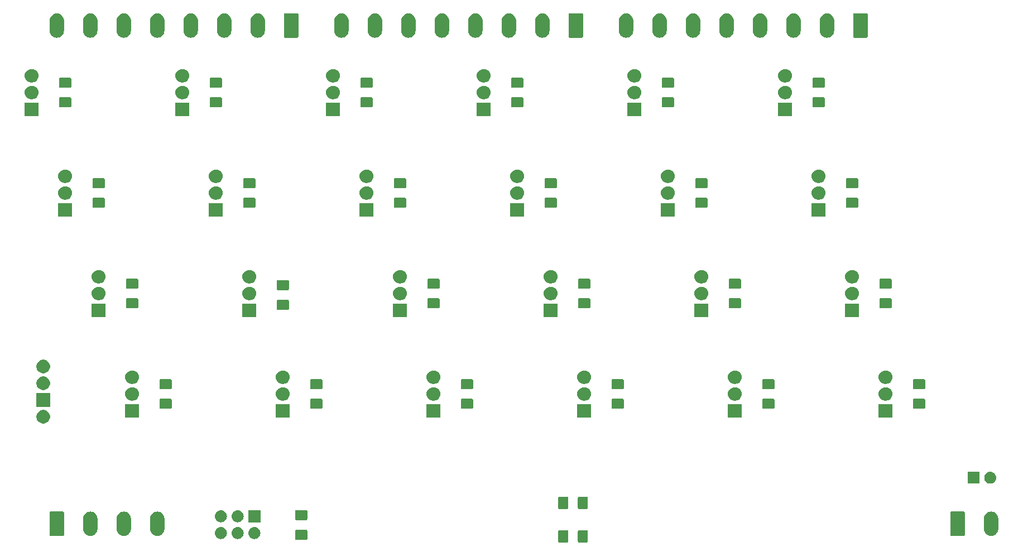
<source format=gbr>
G04 #@! TF.GenerationSoftware,KiCad,Pcbnew,(5.1.4)-1*
G04 #@! TF.CreationDate,2020-01-10T15:49:45+01:00*
G04 #@! TF.ProjectId,KRS-XL_DIM-24CVLED,4b52532d-584c-45f4-9449-4d2d32344356,V01.01*
G04 #@! TF.SameCoordinates,Original*
G04 #@! TF.FileFunction,Soldermask,Bot*
G04 #@! TF.FilePolarity,Negative*
%FSLAX46Y46*%
G04 Gerber Fmt 4.6, Leading zero omitted, Abs format (unit mm)*
G04 Created by KiCad (PCBNEW (5.1.4)-1) date 2020-01-10 15:49:45*
%MOMM*%
%LPD*%
G04 APERTURE LIST*
%ADD10C,0.100000*%
G04 APERTURE END LIST*
D10*
G36*
X134598062Y-132428181D02*
G01*
X134632981Y-132438774D01*
X134665163Y-132455976D01*
X134693373Y-132479127D01*
X134716524Y-132507337D01*
X134733726Y-132539519D01*
X134744319Y-132574438D01*
X134748500Y-132616895D01*
X134748500Y-134083105D01*
X134744319Y-134125562D01*
X134733726Y-134160481D01*
X134716524Y-134192663D01*
X134693373Y-134220873D01*
X134665163Y-134244024D01*
X134632981Y-134261226D01*
X134598062Y-134271819D01*
X134555605Y-134276000D01*
X133414395Y-134276000D01*
X133371938Y-134271819D01*
X133337019Y-134261226D01*
X133304837Y-134244024D01*
X133276627Y-134220873D01*
X133253476Y-134192663D01*
X133236274Y-134160481D01*
X133225681Y-134125562D01*
X133221500Y-134083105D01*
X133221500Y-132616895D01*
X133225681Y-132574438D01*
X133236274Y-132539519D01*
X133253476Y-132507337D01*
X133276627Y-132479127D01*
X133304837Y-132455976D01*
X133337019Y-132438774D01*
X133371938Y-132428181D01*
X133414395Y-132424000D01*
X134555605Y-132424000D01*
X134598062Y-132428181D01*
X134598062Y-132428181D01*
G37*
G36*
X137573062Y-132428181D02*
G01*
X137607981Y-132438774D01*
X137640163Y-132455976D01*
X137668373Y-132479127D01*
X137691524Y-132507337D01*
X137708726Y-132539519D01*
X137719319Y-132574438D01*
X137723500Y-132616895D01*
X137723500Y-134083105D01*
X137719319Y-134125562D01*
X137708726Y-134160481D01*
X137691524Y-134192663D01*
X137668373Y-134220873D01*
X137640163Y-134244024D01*
X137607981Y-134261226D01*
X137573062Y-134271819D01*
X137530605Y-134276000D01*
X136389395Y-134276000D01*
X136346938Y-134271819D01*
X136312019Y-134261226D01*
X136279837Y-134244024D01*
X136251627Y-134220873D01*
X136228476Y-134192663D01*
X136211274Y-134160481D01*
X136200681Y-134125562D01*
X136196500Y-134083105D01*
X136196500Y-132616895D01*
X136200681Y-132574438D01*
X136211274Y-132539519D01*
X136228476Y-132507337D01*
X136251627Y-132479127D01*
X136279837Y-132455976D01*
X136312019Y-132438774D01*
X136346938Y-132428181D01*
X136389395Y-132424000D01*
X137530605Y-132424000D01*
X137573062Y-132428181D01*
X137573062Y-132428181D01*
G37*
G36*
X95009562Y-132348181D02*
G01*
X95044481Y-132358774D01*
X95076663Y-132375976D01*
X95104873Y-132399127D01*
X95128024Y-132427337D01*
X95145226Y-132459519D01*
X95155819Y-132494438D01*
X95160000Y-132536895D01*
X95160000Y-133678105D01*
X95155819Y-133720562D01*
X95145226Y-133755481D01*
X95128024Y-133787663D01*
X95104873Y-133815873D01*
X95076663Y-133839024D01*
X95044481Y-133856226D01*
X95009562Y-133866819D01*
X94967105Y-133871000D01*
X93500895Y-133871000D01*
X93458438Y-133866819D01*
X93423519Y-133856226D01*
X93391337Y-133839024D01*
X93363127Y-133815873D01*
X93339976Y-133787663D01*
X93322774Y-133755481D01*
X93312181Y-133720562D01*
X93308000Y-133678105D01*
X93308000Y-132536895D01*
X93312181Y-132494438D01*
X93322774Y-132459519D01*
X93339976Y-132427337D01*
X93363127Y-132399127D01*
X93391337Y-132375976D01*
X93423519Y-132358774D01*
X93458438Y-132348181D01*
X93500895Y-132344000D01*
X94967105Y-132344000D01*
X95009562Y-132348181D01*
X95009562Y-132348181D01*
G37*
G36*
X84761294Y-131938633D02*
G01*
X84933695Y-131990931D01*
X85092583Y-132075858D01*
X85231849Y-132190151D01*
X85346142Y-132329417D01*
X85431069Y-132488305D01*
X85483367Y-132660706D01*
X85501025Y-132840000D01*
X85483367Y-133019294D01*
X85431069Y-133191695D01*
X85346142Y-133350583D01*
X85231849Y-133489849D01*
X85092583Y-133604142D01*
X84933695Y-133689069D01*
X84761294Y-133741367D01*
X84626931Y-133754600D01*
X84537069Y-133754600D01*
X84402706Y-133741367D01*
X84230305Y-133689069D01*
X84071417Y-133604142D01*
X83932151Y-133489849D01*
X83817858Y-133350583D01*
X83732931Y-133191695D01*
X83680633Y-133019294D01*
X83662975Y-132840000D01*
X83680633Y-132660706D01*
X83732931Y-132488305D01*
X83817858Y-132329417D01*
X83932151Y-132190151D01*
X84071417Y-132075858D01*
X84230305Y-131990931D01*
X84402706Y-131938633D01*
X84537069Y-131925400D01*
X84626931Y-131925400D01*
X84761294Y-131938633D01*
X84761294Y-131938633D01*
G37*
G36*
X82221294Y-131938633D02*
G01*
X82393695Y-131990931D01*
X82552583Y-132075858D01*
X82691849Y-132190151D01*
X82806142Y-132329417D01*
X82891069Y-132488305D01*
X82943367Y-132660706D01*
X82961025Y-132840000D01*
X82943367Y-133019294D01*
X82891069Y-133191695D01*
X82806142Y-133350583D01*
X82691849Y-133489849D01*
X82552583Y-133604142D01*
X82393695Y-133689069D01*
X82221294Y-133741367D01*
X82086931Y-133754600D01*
X81997069Y-133754600D01*
X81862706Y-133741367D01*
X81690305Y-133689069D01*
X81531417Y-133604142D01*
X81392151Y-133489849D01*
X81277858Y-133350583D01*
X81192931Y-133191695D01*
X81140633Y-133019294D01*
X81122975Y-132840000D01*
X81140633Y-132660706D01*
X81192931Y-132488305D01*
X81277858Y-132329417D01*
X81392151Y-132190151D01*
X81531417Y-132075858D01*
X81690305Y-131990931D01*
X81862706Y-131938633D01*
X81997069Y-131925400D01*
X82086931Y-131925400D01*
X82221294Y-131938633D01*
X82221294Y-131938633D01*
G37*
G36*
X87301294Y-131938633D02*
G01*
X87473695Y-131990931D01*
X87632583Y-132075858D01*
X87771849Y-132190151D01*
X87886142Y-132329417D01*
X87971069Y-132488305D01*
X88023367Y-132660706D01*
X88041025Y-132840000D01*
X88023367Y-133019294D01*
X87971069Y-133191695D01*
X87886142Y-133350583D01*
X87771849Y-133489849D01*
X87632583Y-133604142D01*
X87473695Y-133689069D01*
X87301294Y-133741367D01*
X87166931Y-133754600D01*
X87077069Y-133754600D01*
X86942706Y-133741367D01*
X86770305Y-133689069D01*
X86611417Y-133604142D01*
X86472151Y-133489849D01*
X86357858Y-133350583D01*
X86272931Y-133191695D01*
X86220633Y-133019294D01*
X86202975Y-132840000D01*
X86220633Y-132660706D01*
X86272931Y-132488305D01*
X86357858Y-132329417D01*
X86472151Y-132190151D01*
X86611417Y-132075858D01*
X86770305Y-131990931D01*
X86942706Y-131938633D01*
X87077069Y-131925400D01*
X87166931Y-131925400D01*
X87301294Y-131938633D01*
X87301294Y-131938633D01*
G37*
G36*
X62443870Y-129609786D02*
G01*
X62611244Y-129660558D01*
X62645053Y-129670814D01*
X62649529Y-129672172D01*
X62806165Y-129755896D01*
X62839059Y-129773478D01*
X63005186Y-129909814D01*
X63141522Y-130075941D01*
X63141525Y-130075945D01*
X63242828Y-130265470D01*
X63305214Y-130471129D01*
X63321000Y-130631409D01*
X63321000Y-132258591D01*
X63305214Y-132418871D01*
X63242828Y-132624530D01*
X63141525Y-132814055D01*
X63141523Y-132814058D01*
X63141522Y-132814059D01*
X63005186Y-132980186D01*
X62877583Y-133084906D01*
X62839055Y-133116525D01*
X62649530Y-133217828D01*
X62649527Y-133217829D01*
X62638058Y-133221308D01*
X62443871Y-133280214D01*
X62230000Y-133301278D01*
X62016130Y-133280214D01*
X61821943Y-133221308D01*
X61810474Y-133217829D01*
X61810471Y-133217828D01*
X61620946Y-133116525D01*
X61582418Y-133084906D01*
X61454815Y-132980186D01*
X61318479Y-132814059D01*
X61318478Y-132814058D01*
X61318476Y-132814055D01*
X61217171Y-132624527D01*
X61154786Y-132418874D01*
X61139000Y-132258591D01*
X61139000Y-130631410D01*
X61154786Y-130471130D01*
X61217172Y-130265471D01*
X61318477Y-130075943D01*
X61318478Y-130075941D01*
X61454814Y-129909814D01*
X61620941Y-129773478D01*
X61620942Y-129773477D01*
X61620945Y-129773475D01*
X61810470Y-129672172D01*
X61814947Y-129670814D01*
X61848755Y-129660558D01*
X62016129Y-129609786D01*
X62230000Y-129588722D01*
X62443870Y-129609786D01*
X62443870Y-129609786D01*
G37*
G36*
X67523870Y-129609786D02*
G01*
X67691244Y-129660558D01*
X67725053Y-129670814D01*
X67729529Y-129672172D01*
X67886165Y-129755896D01*
X67919059Y-129773478D01*
X68085186Y-129909814D01*
X68221522Y-130075941D01*
X68221525Y-130075945D01*
X68322828Y-130265470D01*
X68385214Y-130471129D01*
X68401000Y-130631409D01*
X68401000Y-132258591D01*
X68385214Y-132418871D01*
X68322828Y-132624530D01*
X68221525Y-132814055D01*
X68221523Y-132814058D01*
X68221522Y-132814059D01*
X68085186Y-132980186D01*
X67957583Y-133084906D01*
X67919055Y-133116525D01*
X67729530Y-133217828D01*
X67729527Y-133217829D01*
X67718058Y-133221308D01*
X67523871Y-133280214D01*
X67310000Y-133301278D01*
X67096130Y-133280214D01*
X66901943Y-133221308D01*
X66890474Y-133217829D01*
X66890471Y-133217828D01*
X66700946Y-133116525D01*
X66662418Y-133084906D01*
X66534815Y-132980186D01*
X66398479Y-132814059D01*
X66398478Y-132814058D01*
X66398476Y-132814055D01*
X66297171Y-132624527D01*
X66234786Y-132418874D01*
X66219000Y-132258591D01*
X66219000Y-130631410D01*
X66234786Y-130471130D01*
X66297172Y-130265471D01*
X66398477Y-130075943D01*
X66398478Y-130075941D01*
X66534814Y-129909814D01*
X66700941Y-129773478D01*
X66700942Y-129773477D01*
X66700945Y-129773475D01*
X66890470Y-129672172D01*
X66894947Y-129670814D01*
X66928755Y-129660558D01*
X67096129Y-129609786D01*
X67310000Y-129588722D01*
X67523870Y-129609786D01*
X67523870Y-129609786D01*
G37*
G36*
X72603870Y-129609786D02*
G01*
X72771244Y-129660558D01*
X72805053Y-129670814D01*
X72809529Y-129672172D01*
X72966165Y-129755896D01*
X72999059Y-129773478D01*
X73165186Y-129909814D01*
X73301522Y-130075941D01*
X73301525Y-130075945D01*
X73402828Y-130265470D01*
X73465214Y-130471129D01*
X73481000Y-130631409D01*
X73481000Y-132258591D01*
X73465214Y-132418871D01*
X73402828Y-132624530D01*
X73301525Y-132814055D01*
X73301523Y-132814058D01*
X73301522Y-132814059D01*
X73165186Y-132980186D01*
X73037583Y-133084906D01*
X72999055Y-133116525D01*
X72809530Y-133217828D01*
X72809527Y-133217829D01*
X72798058Y-133221308D01*
X72603871Y-133280214D01*
X72390000Y-133301278D01*
X72176130Y-133280214D01*
X71981943Y-133221308D01*
X71970474Y-133217829D01*
X71970471Y-133217828D01*
X71780946Y-133116525D01*
X71742418Y-133084906D01*
X71614815Y-132980186D01*
X71478479Y-132814059D01*
X71478478Y-132814058D01*
X71478476Y-132814055D01*
X71377171Y-132624527D01*
X71314786Y-132418874D01*
X71299000Y-132258591D01*
X71299000Y-130631410D01*
X71314786Y-130471130D01*
X71377172Y-130265471D01*
X71478477Y-130075943D01*
X71478478Y-130075941D01*
X71614814Y-129909814D01*
X71780941Y-129773478D01*
X71780942Y-129773477D01*
X71780945Y-129773475D01*
X71970470Y-129672172D01*
X71974947Y-129670814D01*
X72008755Y-129660558D01*
X72176129Y-129609786D01*
X72390000Y-129588722D01*
X72603870Y-129609786D01*
X72603870Y-129609786D01*
G37*
G36*
X199095870Y-129609786D02*
G01*
X199263244Y-129660558D01*
X199297053Y-129670814D01*
X199301529Y-129672172D01*
X199458165Y-129755896D01*
X199491059Y-129773478D01*
X199657186Y-129909814D01*
X199793522Y-130075941D01*
X199793525Y-130075945D01*
X199894828Y-130265470D01*
X199957214Y-130471129D01*
X199973000Y-130631409D01*
X199973000Y-132258591D01*
X199957214Y-132418871D01*
X199894828Y-132624530D01*
X199793525Y-132814055D01*
X199793523Y-132814058D01*
X199793522Y-132814059D01*
X199657186Y-132980186D01*
X199529583Y-133084906D01*
X199491055Y-133116525D01*
X199301530Y-133217828D01*
X199301527Y-133217829D01*
X199290058Y-133221308D01*
X199095871Y-133280214D01*
X198882000Y-133301278D01*
X198668130Y-133280214D01*
X198473943Y-133221308D01*
X198462474Y-133217829D01*
X198462471Y-133217828D01*
X198272946Y-133116525D01*
X198234418Y-133084906D01*
X198106815Y-132980186D01*
X197970479Y-132814059D01*
X197970478Y-132814058D01*
X197970476Y-132814055D01*
X197869171Y-132624527D01*
X197806786Y-132418874D01*
X197791000Y-132258591D01*
X197791000Y-130631410D01*
X197806786Y-130471130D01*
X197869172Y-130265471D01*
X197970477Y-130075943D01*
X197970478Y-130075941D01*
X198106814Y-129909814D01*
X198272941Y-129773478D01*
X198272942Y-129773477D01*
X198272945Y-129773475D01*
X198462470Y-129672172D01*
X198466947Y-129670814D01*
X198500755Y-129660558D01*
X198668129Y-129609786D01*
X198882000Y-129588722D01*
X199095870Y-129609786D01*
X199095870Y-129609786D01*
G37*
G36*
X58106217Y-129597808D02*
G01*
X58137489Y-129607294D01*
X58166308Y-129622698D01*
X58191570Y-129643430D01*
X58212302Y-129668692D01*
X58227706Y-129697511D01*
X58237192Y-129728783D01*
X58241000Y-129767448D01*
X58241000Y-133122552D01*
X58237192Y-133161217D01*
X58227706Y-133192489D01*
X58212302Y-133221308D01*
X58191570Y-133246570D01*
X58166308Y-133267302D01*
X58137489Y-133282706D01*
X58106217Y-133292192D01*
X58067552Y-133296000D01*
X56232448Y-133296000D01*
X56193783Y-133292192D01*
X56162511Y-133282706D01*
X56133692Y-133267302D01*
X56108430Y-133246570D01*
X56087698Y-133221308D01*
X56072294Y-133192489D01*
X56062808Y-133161217D01*
X56059000Y-133122552D01*
X56059000Y-129767448D01*
X56062808Y-129728783D01*
X56072294Y-129697511D01*
X56087698Y-129668692D01*
X56108430Y-129643430D01*
X56133692Y-129622698D01*
X56162511Y-129607294D01*
X56193783Y-129597808D01*
X56232448Y-129594000D01*
X58067552Y-129594000D01*
X58106217Y-129597808D01*
X58106217Y-129597808D01*
G37*
G36*
X194758217Y-129597808D02*
G01*
X194789489Y-129607294D01*
X194818308Y-129622698D01*
X194843570Y-129643430D01*
X194864302Y-129668692D01*
X194879706Y-129697511D01*
X194889192Y-129728783D01*
X194893000Y-129767448D01*
X194893000Y-133122552D01*
X194889192Y-133161217D01*
X194879706Y-133192489D01*
X194864302Y-133221308D01*
X194843570Y-133246570D01*
X194818308Y-133267302D01*
X194789489Y-133282706D01*
X194758217Y-133292192D01*
X194719552Y-133296000D01*
X192884448Y-133296000D01*
X192845783Y-133292192D01*
X192814511Y-133282706D01*
X192785692Y-133267302D01*
X192760430Y-133246570D01*
X192739698Y-133221308D01*
X192724294Y-133192489D01*
X192714808Y-133161217D01*
X192711000Y-133122552D01*
X192711000Y-129767448D01*
X192714808Y-129728783D01*
X192724294Y-129697511D01*
X192739698Y-129668692D01*
X192760430Y-129643430D01*
X192785692Y-129622698D01*
X192814511Y-129607294D01*
X192845783Y-129597808D01*
X192884448Y-129594000D01*
X194719552Y-129594000D01*
X194758217Y-129597808D01*
X194758217Y-129597808D01*
G37*
G36*
X88036600Y-131214600D02*
G01*
X86207400Y-131214600D01*
X86207400Y-129385400D01*
X88036600Y-129385400D01*
X88036600Y-131214600D01*
X88036600Y-131214600D01*
G37*
G36*
X82221294Y-129398633D02*
G01*
X82393695Y-129450931D01*
X82552583Y-129535858D01*
X82691849Y-129650151D01*
X82806142Y-129789417D01*
X82891069Y-129948305D01*
X82943367Y-130120706D01*
X82961025Y-130300000D01*
X82943367Y-130479294D01*
X82891069Y-130651695D01*
X82806142Y-130810583D01*
X82691849Y-130949849D01*
X82552583Y-131064142D01*
X82393695Y-131149069D01*
X82221294Y-131201367D01*
X82086931Y-131214600D01*
X81997069Y-131214600D01*
X81862706Y-131201367D01*
X81690305Y-131149069D01*
X81531417Y-131064142D01*
X81392151Y-130949849D01*
X81277858Y-130810583D01*
X81192931Y-130651695D01*
X81140633Y-130479294D01*
X81122975Y-130300000D01*
X81140633Y-130120706D01*
X81192931Y-129948305D01*
X81277858Y-129789417D01*
X81392151Y-129650151D01*
X81531417Y-129535858D01*
X81690305Y-129450931D01*
X81862706Y-129398633D01*
X81997069Y-129385400D01*
X82086931Y-129385400D01*
X82221294Y-129398633D01*
X82221294Y-129398633D01*
G37*
G36*
X84761294Y-129398633D02*
G01*
X84933695Y-129450931D01*
X85092583Y-129535858D01*
X85231849Y-129650151D01*
X85346142Y-129789417D01*
X85431069Y-129948305D01*
X85483367Y-130120706D01*
X85501025Y-130300000D01*
X85483367Y-130479294D01*
X85431069Y-130651695D01*
X85346142Y-130810583D01*
X85231849Y-130949849D01*
X85092583Y-131064142D01*
X84933695Y-131149069D01*
X84761294Y-131201367D01*
X84626931Y-131214600D01*
X84537069Y-131214600D01*
X84402706Y-131201367D01*
X84230305Y-131149069D01*
X84071417Y-131064142D01*
X83932151Y-130949849D01*
X83817858Y-130810583D01*
X83732931Y-130651695D01*
X83680633Y-130479294D01*
X83662975Y-130300000D01*
X83680633Y-130120706D01*
X83732931Y-129948305D01*
X83817858Y-129789417D01*
X83932151Y-129650151D01*
X84071417Y-129535858D01*
X84230305Y-129450931D01*
X84402706Y-129398633D01*
X84537069Y-129385400D01*
X84626931Y-129385400D01*
X84761294Y-129398633D01*
X84761294Y-129398633D01*
G37*
G36*
X95009562Y-129373181D02*
G01*
X95044481Y-129383774D01*
X95076663Y-129400976D01*
X95104873Y-129424127D01*
X95128024Y-129452337D01*
X95145226Y-129484519D01*
X95155819Y-129519438D01*
X95160000Y-129561895D01*
X95160000Y-130703105D01*
X95155819Y-130745562D01*
X95145226Y-130780481D01*
X95128024Y-130812663D01*
X95104873Y-130840873D01*
X95076663Y-130864024D01*
X95044481Y-130881226D01*
X95009562Y-130891819D01*
X94967105Y-130896000D01*
X93500895Y-130896000D01*
X93458438Y-130891819D01*
X93423519Y-130881226D01*
X93391337Y-130864024D01*
X93363127Y-130840873D01*
X93339976Y-130812663D01*
X93322774Y-130780481D01*
X93312181Y-130745562D01*
X93308000Y-130703105D01*
X93308000Y-129561895D01*
X93312181Y-129519438D01*
X93322774Y-129484519D01*
X93339976Y-129452337D01*
X93363127Y-129424127D01*
X93391337Y-129400976D01*
X93423519Y-129383774D01*
X93458438Y-129373181D01*
X93500895Y-129369000D01*
X94967105Y-129369000D01*
X95009562Y-129373181D01*
X95009562Y-129373181D01*
G37*
G36*
X134598062Y-127348181D02*
G01*
X134632981Y-127358774D01*
X134665163Y-127375976D01*
X134693373Y-127399127D01*
X134716524Y-127427337D01*
X134733726Y-127459519D01*
X134744319Y-127494438D01*
X134748500Y-127536895D01*
X134748500Y-129003105D01*
X134744319Y-129045562D01*
X134733726Y-129080481D01*
X134716524Y-129112663D01*
X134693373Y-129140873D01*
X134665163Y-129164024D01*
X134632981Y-129181226D01*
X134598062Y-129191819D01*
X134555605Y-129196000D01*
X133414395Y-129196000D01*
X133371938Y-129191819D01*
X133337019Y-129181226D01*
X133304837Y-129164024D01*
X133276627Y-129140873D01*
X133253476Y-129112663D01*
X133236274Y-129080481D01*
X133225681Y-129045562D01*
X133221500Y-129003105D01*
X133221500Y-127536895D01*
X133225681Y-127494438D01*
X133236274Y-127459519D01*
X133253476Y-127427337D01*
X133276627Y-127399127D01*
X133304837Y-127375976D01*
X133337019Y-127358774D01*
X133371938Y-127348181D01*
X133414395Y-127344000D01*
X134555605Y-127344000D01*
X134598062Y-127348181D01*
X134598062Y-127348181D01*
G37*
G36*
X137573062Y-127348181D02*
G01*
X137607981Y-127358774D01*
X137640163Y-127375976D01*
X137668373Y-127399127D01*
X137691524Y-127427337D01*
X137708726Y-127459519D01*
X137719319Y-127494438D01*
X137723500Y-127536895D01*
X137723500Y-129003105D01*
X137719319Y-129045562D01*
X137708726Y-129080481D01*
X137691524Y-129112663D01*
X137668373Y-129140873D01*
X137640163Y-129164024D01*
X137607981Y-129181226D01*
X137573062Y-129191819D01*
X137530605Y-129196000D01*
X136389395Y-129196000D01*
X136346938Y-129191819D01*
X136312019Y-129181226D01*
X136279837Y-129164024D01*
X136251627Y-129140873D01*
X136228476Y-129112663D01*
X136211274Y-129080481D01*
X136200681Y-129045562D01*
X136196500Y-129003105D01*
X136196500Y-127536895D01*
X136200681Y-127494438D01*
X136211274Y-127459519D01*
X136228476Y-127427337D01*
X136251627Y-127399127D01*
X136279837Y-127375976D01*
X136312019Y-127358774D01*
X136346938Y-127348181D01*
X136389395Y-127344000D01*
X137530605Y-127344000D01*
X137573062Y-127348181D01*
X137573062Y-127348181D01*
G37*
G36*
X198865442Y-123565518D02*
G01*
X198931627Y-123572037D01*
X199101466Y-123623557D01*
X199257991Y-123707222D01*
X199293729Y-123736552D01*
X199395186Y-123819814D01*
X199478448Y-123921271D01*
X199507778Y-123957009D01*
X199591443Y-124113534D01*
X199642963Y-124283373D01*
X199660359Y-124460000D01*
X199642963Y-124636627D01*
X199591443Y-124806466D01*
X199507778Y-124962991D01*
X199478448Y-124998729D01*
X199395186Y-125100186D01*
X199293729Y-125183448D01*
X199257991Y-125212778D01*
X199101466Y-125296443D01*
X198931627Y-125347963D01*
X198865442Y-125354482D01*
X198799260Y-125361000D01*
X198710740Y-125361000D01*
X198644558Y-125354482D01*
X198578373Y-125347963D01*
X198408534Y-125296443D01*
X198252009Y-125212778D01*
X198216271Y-125183448D01*
X198114814Y-125100186D01*
X198031552Y-124998729D01*
X198002222Y-124962991D01*
X197918557Y-124806466D01*
X197867037Y-124636627D01*
X197849641Y-124460000D01*
X197867037Y-124283373D01*
X197918557Y-124113534D01*
X198002222Y-123957009D01*
X198031552Y-123921271D01*
X198114814Y-123819814D01*
X198216271Y-123736552D01*
X198252009Y-123707222D01*
X198408534Y-123623557D01*
X198578373Y-123572037D01*
X198644558Y-123565518D01*
X198710740Y-123559000D01*
X198799260Y-123559000D01*
X198865442Y-123565518D01*
X198865442Y-123565518D01*
G37*
G36*
X197116000Y-125361000D02*
G01*
X195314000Y-125361000D01*
X195314000Y-123559000D01*
X197116000Y-123559000D01*
X197116000Y-125361000D01*
X197116000Y-125361000D01*
G37*
G36*
X55406564Y-114199389D02*
G01*
X55597833Y-114278615D01*
X55597835Y-114278616D01*
X55769973Y-114393635D01*
X55916365Y-114540027D01*
X56031385Y-114712167D01*
X56110611Y-114903436D01*
X56151000Y-115106484D01*
X56151000Y-115313516D01*
X56110611Y-115516564D01*
X56031385Y-115707833D01*
X56031384Y-115707835D01*
X55916365Y-115879973D01*
X55769973Y-116026365D01*
X55597835Y-116141384D01*
X55597834Y-116141385D01*
X55597833Y-116141385D01*
X55406564Y-116220611D01*
X55203516Y-116261000D01*
X54996484Y-116261000D01*
X54793436Y-116220611D01*
X54602167Y-116141385D01*
X54602166Y-116141385D01*
X54602165Y-116141384D01*
X54430027Y-116026365D01*
X54283635Y-115879973D01*
X54168616Y-115707835D01*
X54168615Y-115707833D01*
X54089389Y-115516564D01*
X54049000Y-115313516D01*
X54049000Y-115106484D01*
X54089389Y-114903436D01*
X54168615Y-114712167D01*
X54283635Y-114540027D01*
X54430027Y-114393635D01*
X54602165Y-114278616D01*
X54602167Y-114278615D01*
X54793436Y-114199389D01*
X54996484Y-114159000D01*
X55203516Y-114159000D01*
X55406564Y-114199389D01*
X55406564Y-114199389D01*
G37*
G36*
X161071000Y-115303500D02*
G01*
X158969000Y-115303500D01*
X158969000Y-113296500D01*
X161071000Y-113296500D01*
X161071000Y-115303500D01*
X161071000Y-115303500D01*
G37*
G36*
X115351000Y-115303500D02*
G01*
X113249000Y-115303500D01*
X113249000Y-113296500D01*
X115351000Y-113296500D01*
X115351000Y-115303500D01*
X115351000Y-115303500D01*
G37*
G36*
X69631000Y-115303500D02*
G01*
X67529000Y-115303500D01*
X67529000Y-113296500D01*
X69631000Y-113296500D01*
X69631000Y-115303500D01*
X69631000Y-115303500D01*
G37*
G36*
X183931000Y-115303500D02*
G01*
X181829000Y-115303500D01*
X181829000Y-113296500D01*
X183931000Y-113296500D01*
X183931000Y-115303500D01*
X183931000Y-115303500D01*
G37*
G36*
X138211000Y-115303500D02*
G01*
X136109000Y-115303500D01*
X136109000Y-113296500D01*
X138211000Y-113296500D01*
X138211000Y-115303500D01*
X138211000Y-115303500D01*
G37*
G36*
X92491000Y-115303500D02*
G01*
X90389000Y-115303500D01*
X90389000Y-113296500D01*
X92491000Y-113296500D01*
X92491000Y-115303500D01*
X92491000Y-115303500D01*
G37*
G36*
X74435562Y-112488181D02*
G01*
X74470481Y-112498774D01*
X74502663Y-112515976D01*
X74530873Y-112539127D01*
X74554024Y-112567337D01*
X74571226Y-112599519D01*
X74581819Y-112634438D01*
X74586000Y-112676895D01*
X74586000Y-113818105D01*
X74581819Y-113860562D01*
X74571226Y-113895481D01*
X74554024Y-113927663D01*
X74530873Y-113955873D01*
X74502663Y-113979024D01*
X74470481Y-113996226D01*
X74435562Y-114006819D01*
X74393105Y-114011000D01*
X72926895Y-114011000D01*
X72884438Y-114006819D01*
X72849519Y-113996226D01*
X72817337Y-113979024D01*
X72789127Y-113955873D01*
X72765976Y-113927663D01*
X72748774Y-113895481D01*
X72738181Y-113860562D01*
X72734000Y-113818105D01*
X72734000Y-112676895D01*
X72738181Y-112634438D01*
X72748774Y-112599519D01*
X72765976Y-112567337D01*
X72789127Y-112539127D01*
X72817337Y-112515976D01*
X72849519Y-112498774D01*
X72884438Y-112488181D01*
X72926895Y-112484000D01*
X74393105Y-112484000D01*
X74435562Y-112488181D01*
X74435562Y-112488181D01*
G37*
G36*
X188735562Y-112488181D02*
G01*
X188770481Y-112498774D01*
X188802663Y-112515976D01*
X188830873Y-112539127D01*
X188854024Y-112567337D01*
X188871226Y-112599519D01*
X188881819Y-112634438D01*
X188886000Y-112676895D01*
X188886000Y-113818105D01*
X188881819Y-113860562D01*
X188871226Y-113895481D01*
X188854024Y-113927663D01*
X188830873Y-113955873D01*
X188802663Y-113979024D01*
X188770481Y-113996226D01*
X188735562Y-114006819D01*
X188693105Y-114011000D01*
X187226895Y-114011000D01*
X187184438Y-114006819D01*
X187149519Y-113996226D01*
X187117337Y-113979024D01*
X187089127Y-113955873D01*
X187065976Y-113927663D01*
X187048774Y-113895481D01*
X187038181Y-113860562D01*
X187034000Y-113818105D01*
X187034000Y-112676895D01*
X187038181Y-112634438D01*
X187048774Y-112599519D01*
X187065976Y-112567337D01*
X187089127Y-112539127D01*
X187117337Y-112515976D01*
X187149519Y-112498774D01*
X187184438Y-112488181D01*
X187226895Y-112484000D01*
X188693105Y-112484000D01*
X188735562Y-112488181D01*
X188735562Y-112488181D01*
G37*
G36*
X165875562Y-112488181D02*
G01*
X165910481Y-112498774D01*
X165942663Y-112515976D01*
X165970873Y-112539127D01*
X165994024Y-112567337D01*
X166011226Y-112599519D01*
X166021819Y-112634438D01*
X166026000Y-112676895D01*
X166026000Y-113818105D01*
X166021819Y-113860562D01*
X166011226Y-113895481D01*
X165994024Y-113927663D01*
X165970873Y-113955873D01*
X165942663Y-113979024D01*
X165910481Y-113996226D01*
X165875562Y-114006819D01*
X165833105Y-114011000D01*
X164366895Y-114011000D01*
X164324438Y-114006819D01*
X164289519Y-113996226D01*
X164257337Y-113979024D01*
X164229127Y-113955873D01*
X164205976Y-113927663D01*
X164188774Y-113895481D01*
X164178181Y-113860562D01*
X164174000Y-113818105D01*
X164174000Y-112676895D01*
X164178181Y-112634438D01*
X164188774Y-112599519D01*
X164205976Y-112567337D01*
X164229127Y-112539127D01*
X164257337Y-112515976D01*
X164289519Y-112498774D01*
X164324438Y-112488181D01*
X164366895Y-112484000D01*
X165833105Y-112484000D01*
X165875562Y-112488181D01*
X165875562Y-112488181D01*
G37*
G36*
X143015562Y-112488181D02*
G01*
X143050481Y-112498774D01*
X143082663Y-112515976D01*
X143110873Y-112539127D01*
X143134024Y-112567337D01*
X143151226Y-112599519D01*
X143161819Y-112634438D01*
X143166000Y-112676895D01*
X143166000Y-113818105D01*
X143161819Y-113860562D01*
X143151226Y-113895481D01*
X143134024Y-113927663D01*
X143110873Y-113955873D01*
X143082663Y-113979024D01*
X143050481Y-113996226D01*
X143015562Y-114006819D01*
X142973105Y-114011000D01*
X141506895Y-114011000D01*
X141464438Y-114006819D01*
X141429519Y-113996226D01*
X141397337Y-113979024D01*
X141369127Y-113955873D01*
X141345976Y-113927663D01*
X141328774Y-113895481D01*
X141318181Y-113860562D01*
X141314000Y-113818105D01*
X141314000Y-112676895D01*
X141318181Y-112634438D01*
X141328774Y-112599519D01*
X141345976Y-112567337D01*
X141369127Y-112539127D01*
X141397337Y-112515976D01*
X141429519Y-112498774D01*
X141464438Y-112488181D01*
X141506895Y-112484000D01*
X142973105Y-112484000D01*
X143015562Y-112488181D01*
X143015562Y-112488181D01*
G37*
G36*
X97295562Y-112488181D02*
G01*
X97330481Y-112498774D01*
X97362663Y-112515976D01*
X97390873Y-112539127D01*
X97414024Y-112567337D01*
X97431226Y-112599519D01*
X97441819Y-112634438D01*
X97446000Y-112676895D01*
X97446000Y-113818105D01*
X97441819Y-113860562D01*
X97431226Y-113895481D01*
X97414024Y-113927663D01*
X97390873Y-113955873D01*
X97362663Y-113979024D01*
X97330481Y-113996226D01*
X97295562Y-114006819D01*
X97253105Y-114011000D01*
X95786895Y-114011000D01*
X95744438Y-114006819D01*
X95709519Y-113996226D01*
X95677337Y-113979024D01*
X95649127Y-113955873D01*
X95625976Y-113927663D01*
X95608774Y-113895481D01*
X95598181Y-113860562D01*
X95594000Y-113818105D01*
X95594000Y-112676895D01*
X95598181Y-112634438D01*
X95608774Y-112599519D01*
X95625976Y-112567337D01*
X95649127Y-112539127D01*
X95677337Y-112515976D01*
X95709519Y-112498774D01*
X95744438Y-112488181D01*
X95786895Y-112484000D01*
X97253105Y-112484000D01*
X97295562Y-112488181D01*
X97295562Y-112488181D01*
G37*
G36*
X120155562Y-112488181D02*
G01*
X120190481Y-112498774D01*
X120222663Y-112515976D01*
X120250873Y-112539127D01*
X120274024Y-112567337D01*
X120291226Y-112599519D01*
X120301819Y-112634438D01*
X120306000Y-112676895D01*
X120306000Y-113818105D01*
X120301819Y-113860562D01*
X120291226Y-113895481D01*
X120274024Y-113927663D01*
X120250873Y-113955873D01*
X120222663Y-113979024D01*
X120190481Y-113996226D01*
X120155562Y-114006819D01*
X120113105Y-114011000D01*
X118646895Y-114011000D01*
X118604438Y-114006819D01*
X118569519Y-113996226D01*
X118537337Y-113979024D01*
X118509127Y-113955873D01*
X118485976Y-113927663D01*
X118468774Y-113895481D01*
X118458181Y-113860562D01*
X118454000Y-113818105D01*
X118454000Y-112676895D01*
X118458181Y-112634438D01*
X118468774Y-112599519D01*
X118485976Y-112567337D01*
X118509127Y-112539127D01*
X118537337Y-112515976D01*
X118569519Y-112498774D01*
X118604438Y-112488181D01*
X118646895Y-112484000D01*
X120113105Y-112484000D01*
X120155562Y-112488181D01*
X120155562Y-112488181D01*
G37*
G36*
X56151000Y-113721000D02*
G01*
X54049000Y-113721000D01*
X54049000Y-111619000D01*
X56151000Y-111619000D01*
X56151000Y-113721000D01*
X56151000Y-113721000D01*
G37*
G36*
X160165936Y-110761340D02*
G01*
X160264220Y-110771020D01*
X160453381Y-110828401D01*
X160627712Y-110921583D01*
X160780515Y-111046985D01*
X160905917Y-111199788D01*
X160999099Y-111374119D01*
X161056480Y-111563280D01*
X161075855Y-111760000D01*
X161056480Y-111956720D01*
X160999099Y-112145881D01*
X160905917Y-112320212D01*
X160780515Y-112473015D01*
X160627712Y-112598417D01*
X160453381Y-112691599D01*
X160264220Y-112748980D01*
X160165936Y-112758660D01*
X160116795Y-112763500D01*
X159923205Y-112763500D01*
X159874064Y-112758660D01*
X159775780Y-112748980D01*
X159586619Y-112691599D01*
X159412288Y-112598417D01*
X159259485Y-112473015D01*
X159134083Y-112320212D01*
X159040901Y-112145881D01*
X158983520Y-111956720D01*
X158964145Y-111760000D01*
X158983520Y-111563280D01*
X159040901Y-111374119D01*
X159134083Y-111199788D01*
X159259485Y-111046985D01*
X159412288Y-110921583D01*
X159586619Y-110828401D01*
X159775780Y-110771020D01*
X159874064Y-110761340D01*
X159923205Y-110756500D01*
X160116795Y-110756500D01*
X160165936Y-110761340D01*
X160165936Y-110761340D01*
G37*
G36*
X68725936Y-110761340D02*
G01*
X68824220Y-110771020D01*
X69013381Y-110828401D01*
X69187712Y-110921583D01*
X69340515Y-111046985D01*
X69465917Y-111199788D01*
X69559099Y-111374119D01*
X69616480Y-111563280D01*
X69635855Y-111760000D01*
X69616480Y-111956720D01*
X69559099Y-112145881D01*
X69465917Y-112320212D01*
X69340515Y-112473015D01*
X69187712Y-112598417D01*
X69013381Y-112691599D01*
X68824220Y-112748980D01*
X68725936Y-112758660D01*
X68676795Y-112763500D01*
X68483205Y-112763500D01*
X68434064Y-112758660D01*
X68335780Y-112748980D01*
X68146619Y-112691599D01*
X67972288Y-112598417D01*
X67819485Y-112473015D01*
X67694083Y-112320212D01*
X67600901Y-112145881D01*
X67543520Y-111956720D01*
X67524145Y-111760000D01*
X67543520Y-111563280D01*
X67600901Y-111374119D01*
X67694083Y-111199788D01*
X67819485Y-111046985D01*
X67972288Y-110921583D01*
X68146619Y-110828401D01*
X68335780Y-110771020D01*
X68434064Y-110761340D01*
X68483205Y-110756500D01*
X68676795Y-110756500D01*
X68725936Y-110761340D01*
X68725936Y-110761340D01*
G37*
G36*
X91585936Y-110761340D02*
G01*
X91684220Y-110771020D01*
X91873381Y-110828401D01*
X92047712Y-110921583D01*
X92200515Y-111046985D01*
X92325917Y-111199788D01*
X92419099Y-111374119D01*
X92476480Y-111563280D01*
X92495855Y-111760000D01*
X92476480Y-111956720D01*
X92419099Y-112145881D01*
X92325917Y-112320212D01*
X92200515Y-112473015D01*
X92047712Y-112598417D01*
X91873381Y-112691599D01*
X91684220Y-112748980D01*
X91585936Y-112758660D01*
X91536795Y-112763500D01*
X91343205Y-112763500D01*
X91294064Y-112758660D01*
X91195780Y-112748980D01*
X91006619Y-112691599D01*
X90832288Y-112598417D01*
X90679485Y-112473015D01*
X90554083Y-112320212D01*
X90460901Y-112145881D01*
X90403520Y-111956720D01*
X90384145Y-111760000D01*
X90403520Y-111563280D01*
X90460901Y-111374119D01*
X90554083Y-111199788D01*
X90679485Y-111046985D01*
X90832288Y-110921583D01*
X91006619Y-110828401D01*
X91195780Y-110771020D01*
X91294064Y-110761340D01*
X91343205Y-110756500D01*
X91536795Y-110756500D01*
X91585936Y-110761340D01*
X91585936Y-110761340D01*
G37*
G36*
X137305936Y-110761340D02*
G01*
X137404220Y-110771020D01*
X137593381Y-110828401D01*
X137767712Y-110921583D01*
X137920515Y-111046985D01*
X138045917Y-111199788D01*
X138139099Y-111374119D01*
X138196480Y-111563280D01*
X138215855Y-111760000D01*
X138196480Y-111956720D01*
X138139099Y-112145881D01*
X138045917Y-112320212D01*
X137920515Y-112473015D01*
X137767712Y-112598417D01*
X137593381Y-112691599D01*
X137404220Y-112748980D01*
X137305936Y-112758660D01*
X137256795Y-112763500D01*
X137063205Y-112763500D01*
X137014064Y-112758660D01*
X136915780Y-112748980D01*
X136726619Y-112691599D01*
X136552288Y-112598417D01*
X136399485Y-112473015D01*
X136274083Y-112320212D01*
X136180901Y-112145881D01*
X136123520Y-111956720D01*
X136104145Y-111760000D01*
X136123520Y-111563280D01*
X136180901Y-111374119D01*
X136274083Y-111199788D01*
X136399485Y-111046985D01*
X136552288Y-110921583D01*
X136726619Y-110828401D01*
X136915780Y-110771020D01*
X137014064Y-110761340D01*
X137063205Y-110756500D01*
X137256795Y-110756500D01*
X137305936Y-110761340D01*
X137305936Y-110761340D01*
G37*
G36*
X114445936Y-110761340D02*
G01*
X114544220Y-110771020D01*
X114733381Y-110828401D01*
X114907712Y-110921583D01*
X115060515Y-111046985D01*
X115185917Y-111199788D01*
X115279099Y-111374119D01*
X115336480Y-111563280D01*
X115355855Y-111760000D01*
X115336480Y-111956720D01*
X115279099Y-112145881D01*
X115185917Y-112320212D01*
X115060515Y-112473015D01*
X114907712Y-112598417D01*
X114733381Y-112691599D01*
X114544220Y-112748980D01*
X114445936Y-112758660D01*
X114396795Y-112763500D01*
X114203205Y-112763500D01*
X114154064Y-112758660D01*
X114055780Y-112748980D01*
X113866619Y-112691599D01*
X113692288Y-112598417D01*
X113539485Y-112473015D01*
X113414083Y-112320212D01*
X113320901Y-112145881D01*
X113263520Y-111956720D01*
X113244145Y-111760000D01*
X113263520Y-111563280D01*
X113320901Y-111374119D01*
X113414083Y-111199788D01*
X113539485Y-111046985D01*
X113692288Y-110921583D01*
X113866619Y-110828401D01*
X114055780Y-110771020D01*
X114154064Y-110761340D01*
X114203205Y-110756500D01*
X114396795Y-110756500D01*
X114445936Y-110761340D01*
X114445936Y-110761340D01*
G37*
G36*
X183025936Y-110761340D02*
G01*
X183124220Y-110771020D01*
X183313381Y-110828401D01*
X183487712Y-110921583D01*
X183640515Y-111046985D01*
X183765917Y-111199788D01*
X183859099Y-111374119D01*
X183916480Y-111563280D01*
X183935855Y-111760000D01*
X183916480Y-111956720D01*
X183859099Y-112145881D01*
X183765917Y-112320212D01*
X183640515Y-112473015D01*
X183487712Y-112598417D01*
X183313381Y-112691599D01*
X183124220Y-112748980D01*
X183025936Y-112758660D01*
X182976795Y-112763500D01*
X182783205Y-112763500D01*
X182734064Y-112758660D01*
X182635780Y-112748980D01*
X182446619Y-112691599D01*
X182272288Y-112598417D01*
X182119485Y-112473015D01*
X181994083Y-112320212D01*
X181900901Y-112145881D01*
X181843520Y-111956720D01*
X181824145Y-111760000D01*
X181843520Y-111563280D01*
X181900901Y-111374119D01*
X181994083Y-111199788D01*
X182119485Y-111046985D01*
X182272288Y-110921583D01*
X182446619Y-110828401D01*
X182635780Y-110771020D01*
X182734064Y-110761340D01*
X182783205Y-110756500D01*
X182976795Y-110756500D01*
X183025936Y-110761340D01*
X183025936Y-110761340D01*
G37*
G36*
X55406564Y-109119389D02*
G01*
X55597833Y-109198615D01*
X55597835Y-109198616D01*
X55769973Y-109313635D01*
X55916365Y-109460027D01*
X56028642Y-109628061D01*
X56031385Y-109632167D01*
X56110611Y-109823436D01*
X56151000Y-110026484D01*
X56151000Y-110233516D01*
X56110611Y-110436564D01*
X56031385Y-110627833D01*
X56031384Y-110627835D01*
X55916365Y-110799973D01*
X55769973Y-110946365D01*
X55597835Y-111061384D01*
X55597834Y-111061385D01*
X55597833Y-111061385D01*
X55406564Y-111140611D01*
X55203516Y-111181000D01*
X54996484Y-111181000D01*
X54793436Y-111140611D01*
X54602167Y-111061385D01*
X54602166Y-111061385D01*
X54602165Y-111061384D01*
X54430027Y-110946365D01*
X54283635Y-110799973D01*
X54168616Y-110627835D01*
X54168615Y-110627833D01*
X54089389Y-110436564D01*
X54049000Y-110233516D01*
X54049000Y-110026484D01*
X54089389Y-109823436D01*
X54168615Y-109632167D01*
X54171359Y-109628061D01*
X54283635Y-109460027D01*
X54430027Y-109313635D01*
X54602165Y-109198616D01*
X54602167Y-109198615D01*
X54793436Y-109119389D01*
X54996484Y-109079000D01*
X55203516Y-109079000D01*
X55406564Y-109119389D01*
X55406564Y-109119389D01*
G37*
G36*
X120155562Y-109513181D02*
G01*
X120190481Y-109523774D01*
X120222663Y-109540976D01*
X120250873Y-109564127D01*
X120274024Y-109592337D01*
X120291226Y-109624519D01*
X120301819Y-109659438D01*
X120306000Y-109701895D01*
X120306000Y-110843105D01*
X120301819Y-110885562D01*
X120291226Y-110920481D01*
X120274024Y-110952663D01*
X120250873Y-110980873D01*
X120222663Y-111004024D01*
X120190481Y-111021226D01*
X120155562Y-111031819D01*
X120113105Y-111036000D01*
X118646895Y-111036000D01*
X118604438Y-111031819D01*
X118569519Y-111021226D01*
X118537337Y-111004024D01*
X118509127Y-110980873D01*
X118485976Y-110952663D01*
X118468774Y-110920481D01*
X118458181Y-110885562D01*
X118454000Y-110843105D01*
X118454000Y-109701895D01*
X118458181Y-109659438D01*
X118468774Y-109624519D01*
X118485976Y-109592337D01*
X118509127Y-109564127D01*
X118537337Y-109540976D01*
X118569519Y-109523774D01*
X118604438Y-109513181D01*
X118646895Y-109509000D01*
X120113105Y-109509000D01*
X120155562Y-109513181D01*
X120155562Y-109513181D01*
G37*
G36*
X188735562Y-109513181D02*
G01*
X188770481Y-109523774D01*
X188802663Y-109540976D01*
X188830873Y-109564127D01*
X188854024Y-109592337D01*
X188871226Y-109624519D01*
X188881819Y-109659438D01*
X188886000Y-109701895D01*
X188886000Y-110843105D01*
X188881819Y-110885562D01*
X188871226Y-110920481D01*
X188854024Y-110952663D01*
X188830873Y-110980873D01*
X188802663Y-111004024D01*
X188770481Y-111021226D01*
X188735562Y-111031819D01*
X188693105Y-111036000D01*
X187226895Y-111036000D01*
X187184438Y-111031819D01*
X187149519Y-111021226D01*
X187117337Y-111004024D01*
X187089127Y-110980873D01*
X187065976Y-110952663D01*
X187048774Y-110920481D01*
X187038181Y-110885562D01*
X187034000Y-110843105D01*
X187034000Y-109701895D01*
X187038181Y-109659438D01*
X187048774Y-109624519D01*
X187065976Y-109592337D01*
X187089127Y-109564127D01*
X187117337Y-109540976D01*
X187149519Y-109523774D01*
X187184438Y-109513181D01*
X187226895Y-109509000D01*
X188693105Y-109509000D01*
X188735562Y-109513181D01*
X188735562Y-109513181D01*
G37*
G36*
X165875562Y-109513181D02*
G01*
X165910481Y-109523774D01*
X165942663Y-109540976D01*
X165970873Y-109564127D01*
X165994024Y-109592337D01*
X166011226Y-109624519D01*
X166021819Y-109659438D01*
X166026000Y-109701895D01*
X166026000Y-110843105D01*
X166021819Y-110885562D01*
X166011226Y-110920481D01*
X165994024Y-110952663D01*
X165970873Y-110980873D01*
X165942663Y-111004024D01*
X165910481Y-111021226D01*
X165875562Y-111031819D01*
X165833105Y-111036000D01*
X164366895Y-111036000D01*
X164324438Y-111031819D01*
X164289519Y-111021226D01*
X164257337Y-111004024D01*
X164229127Y-110980873D01*
X164205976Y-110952663D01*
X164188774Y-110920481D01*
X164178181Y-110885562D01*
X164174000Y-110843105D01*
X164174000Y-109701895D01*
X164178181Y-109659438D01*
X164188774Y-109624519D01*
X164205976Y-109592337D01*
X164229127Y-109564127D01*
X164257337Y-109540976D01*
X164289519Y-109523774D01*
X164324438Y-109513181D01*
X164366895Y-109509000D01*
X165833105Y-109509000D01*
X165875562Y-109513181D01*
X165875562Y-109513181D01*
G37*
G36*
X143015562Y-109513181D02*
G01*
X143050481Y-109523774D01*
X143082663Y-109540976D01*
X143110873Y-109564127D01*
X143134024Y-109592337D01*
X143151226Y-109624519D01*
X143161819Y-109659438D01*
X143166000Y-109701895D01*
X143166000Y-110843105D01*
X143161819Y-110885562D01*
X143151226Y-110920481D01*
X143134024Y-110952663D01*
X143110873Y-110980873D01*
X143082663Y-111004024D01*
X143050481Y-111021226D01*
X143015562Y-111031819D01*
X142973105Y-111036000D01*
X141506895Y-111036000D01*
X141464438Y-111031819D01*
X141429519Y-111021226D01*
X141397337Y-111004024D01*
X141369127Y-110980873D01*
X141345976Y-110952663D01*
X141328774Y-110920481D01*
X141318181Y-110885562D01*
X141314000Y-110843105D01*
X141314000Y-109701895D01*
X141318181Y-109659438D01*
X141328774Y-109624519D01*
X141345976Y-109592337D01*
X141369127Y-109564127D01*
X141397337Y-109540976D01*
X141429519Y-109523774D01*
X141464438Y-109513181D01*
X141506895Y-109509000D01*
X142973105Y-109509000D01*
X143015562Y-109513181D01*
X143015562Y-109513181D01*
G37*
G36*
X74435562Y-109513181D02*
G01*
X74470481Y-109523774D01*
X74502663Y-109540976D01*
X74530873Y-109564127D01*
X74554024Y-109592337D01*
X74571226Y-109624519D01*
X74581819Y-109659438D01*
X74586000Y-109701895D01*
X74586000Y-110843105D01*
X74581819Y-110885562D01*
X74571226Y-110920481D01*
X74554024Y-110952663D01*
X74530873Y-110980873D01*
X74502663Y-111004024D01*
X74470481Y-111021226D01*
X74435562Y-111031819D01*
X74393105Y-111036000D01*
X72926895Y-111036000D01*
X72884438Y-111031819D01*
X72849519Y-111021226D01*
X72817337Y-111004024D01*
X72789127Y-110980873D01*
X72765976Y-110952663D01*
X72748774Y-110920481D01*
X72738181Y-110885562D01*
X72734000Y-110843105D01*
X72734000Y-109701895D01*
X72738181Y-109659438D01*
X72748774Y-109624519D01*
X72765976Y-109592337D01*
X72789127Y-109564127D01*
X72817337Y-109540976D01*
X72849519Y-109523774D01*
X72884438Y-109513181D01*
X72926895Y-109509000D01*
X74393105Y-109509000D01*
X74435562Y-109513181D01*
X74435562Y-109513181D01*
G37*
G36*
X97295562Y-109513181D02*
G01*
X97330481Y-109523774D01*
X97362663Y-109540976D01*
X97390873Y-109564127D01*
X97414024Y-109592337D01*
X97431226Y-109624519D01*
X97441819Y-109659438D01*
X97446000Y-109701895D01*
X97446000Y-110843105D01*
X97441819Y-110885562D01*
X97431226Y-110920481D01*
X97414024Y-110952663D01*
X97390873Y-110980873D01*
X97362663Y-111004024D01*
X97330481Y-111021226D01*
X97295562Y-111031819D01*
X97253105Y-111036000D01*
X95786895Y-111036000D01*
X95744438Y-111031819D01*
X95709519Y-111021226D01*
X95677337Y-111004024D01*
X95649127Y-110980873D01*
X95625976Y-110952663D01*
X95608774Y-110920481D01*
X95598181Y-110885562D01*
X95594000Y-110843105D01*
X95594000Y-109701895D01*
X95598181Y-109659438D01*
X95608774Y-109624519D01*
X95625976Y-109592337D01*
X95649127Y-109564127D01*
X95677337Y-109540976D01*
X95709519Y-109523774D01*
X95744438Y-109513181D01*
X95786895Y-109509000D01*
X97253105Y-109509000D01*
X97295562Y-109513181D01*
X97295562Y-109513181D01*
G37*
G36*
X68725936Y-108221340D02*
G01*
X68824220Y-108231020D01*
X69013381Y-108288401D01*
X69187712Y-108381583D01*
X69340515Y-108506985D01*
X69465917Y-108659788D01*
X69559099Y-108834119D01*
X69616480Y-109023280D01*
X69635855Y-109220000D01*
X69616480Y-109416720D01*
X69559099Y-109605881D01*
X69465917Y-109780212D01*
X69340515Y-109933015D01*
X69187712Y-110058417D01*
X69013381Y-110151599D01*
X68824220Y-110208980D01*
X68725936Y-110218660D01*
X68676795Y-110223500D01*
X68483205Y-110223500D01*
X68434064Y-110218660D01*
X68335780Y-110208980D01*
X68146619Y-110151599D01*
X67972288Y-110058417D01*
X67819485Y-109933015D01*
X67694083Y-109780212D01*
X67600901Y-109605881D01*
X67543520Y-109416720D01*
X67524145Y-109220000D01*
X67543520Y-109023280D01*
X67600901Y-108834119D01*
X67694083Y-108659788D01*
X67819485Y-108506985D01*
X67972288Y-108381583D01*
X68146619Y-108288401D01*
X68335780Y-108231020D01*
X68434064Y-108221340D01*
X68483205Y-108216500D01*
X68676795Y-108216500D01*
X68725936Y-108221340D01*
X68725936Y-108221340D01*
G37*
G36*
X91585936Y-108221340D02*
G01*
X91684220Y-108231020D01*
X91873381Y-108288401D01*
X92047712Y-108381583D01*
X92200515Y-108506985D01*
X92325917Y-108659788D01*
X92419099Y-108834119D01*
X92476480Y-109023280D01*
X92495855Y-109220000D01*
X92476480Y-109416720D01*
X92419099Y-109605881D01*
X92325917Y-109780212D01*
X92200515Y-109933015D01*
X92047712Y-110058417D01*
X91873381Y-110151599D01*
X91684220Y-110208980D01*
X91585936Y-110218660D01*
X91536795Y-110223500D01*
X91343205Y-110223500D01*
X91294064Y-110218660D01*
X91195780Y-110208980D01*
X91006619Y-110151599D01*
X90832288Y-110058417D01*
X90679485Y-109933015D01*
X90554083Y-109780212D01*
X90460901Y-109605881D01*
X90403520Y-109416720D01*
X90384145Y-109220000D01*
X90403520Y-109023280D01*
X90460901Y-108834119D01*
X90554083Y-108659788D01*
X90679485Y-108506985D01*
X90832288Y-108381583D01*
X91006619Y-108288401D01*
X91195780Y-108231020D01*
X91294064Y-108221340D01*
X91343205Y-108216500D01*
X91536795Y-108216500D01*
X91585936Y-108221340D01*
X91585936Y-108221340D01*
G37*
G36*
X137305936Y-108221340D02*
G01*
X137404220Y-108231020D01*
X137593381Y-108288401D01*
X137767712Y-108381583D01*
X137920515Y-108506985D01*
X138045917Y-108659788D01*
X138139099Y-108834119D01*
X138196480Y-109023280D01*
X138215855Y-109220000D01*
X138196480Y-109416720D01*
X138139099Y-109605881D01*
X138045917Y-109780212D01*
X137920515Y-109933015D01*
X137767712Y-110058417D01*
X137593381Y-110151599D01*
X137404220Y-110208980D01*
X137305936Y-110218660D01*
X137256795Y-110223500D01*
X137063205Y-110223500D01*
X137014064Y-110218660D01*
X136915780Y-110208980D01*
X136726619Y-110151599D01*
X136552288Y-110058417D01*
X136399485Y-109933015D01*
X136274083Y-109780212D01*
X136180901Y-109605881D01*
X136123520Y-109416720D01*
X136104145Y-109220000D01*
X136123520Y-109023280D01*
X136180901Y-108834119D01*
X136274083Y-108659788D01*
X136399485Y-108506985D01*
X136552288Y-108381583D01*
X136726619Y-108288401D01*
X136915780Y-108231020D01*
X137014064Y-108221340D01*
X137063205Y-108216500D01*
X137256795Y-108216500D01*
X137305936Y-108221340D01*
X137305936Y-108221340D01*
G37*
G36*
X160165936Y-108221340D02*
G01*
X160264220Y-108231020D01*
X160453381Y-108288401D01*
X160627712Y-108381583D01*
X160780515Y-108506985D01*
X160905917Y-108659788D01*
X160999099Y-108834119D01*
X161056480Y-109023280D01*
X161075855Y-109220000D01*
X161056480Y-109416720D01*
X160999099Y-109605881D01*
X160905917Y-109780212D01*
X160780515Y-109933015D01*
X160627712Y-110058417D01*
X160453381Y-110151599D01*
X160264220Y-110208980D01*
X160165936Y-110218660D01*
X160116795Y-110223500D01*
X159923205Y-110223500D01*
X159874064Y-110218660D01*
X159775780Y-110208980D01*
X159586619Y-110151599D01*
X159412288Y-110058417D01*
X159259485Y-109933015D01*
X159134083Y-109780212D01*
X159040901Y-109605881D01*
X158983520Y-109416720D01*
X158964145Y-109220000D01*
X158983520Y-109023280D01*
X159040901Y-108834119D01*
X159134083Y-108659788D01*
X159259485Y-108506985D01*
X159412288Y-108381583D01*
X159586619Y-108288401D01*
X159775780Y-108231020D01*
X159874064Y-108221340D01*
X159923205Y-108216500D01*
X160116795Y-108216500D01*
X160165936Y-108221340D01*
X160165936Y-108221340D01*
G37*
G36*
X183025936Y-108221340D02*
G01*
X183124220Y-108231020D01*
X183313381Y-108288401D01*
X183487712Y-108381583D01*
X183640515Y-108506985D01*
X183765917Y-108659788D01*
X183859099Y-108834119D01*
X183916480Y-109023280D01*
X183935855Y-109220000D01*
X183916480Y-109416720D01*
X183859099Y-109605881D01*
X183765917Y-109780212D01*
X183640515Y-109933015D01*
X183487712Y-110058417D01*
X183313381Y-110151599D01*
X183124220Y-110208980D01*
X183025936Y-110218660D01*
X182976795Y-110223500D01*
X182783205Y-110223500D01*
X182734064Y-110218660D01*
X182635780Y-110208980D01*
X182446619Y-110151599D01*
X182272288Y-110058417D01*
X182119485Y-109933015D01*
X181994083Y-109780212D01*
X181900901Y-109605881D01*
X181843520Y-109416720D01*
X181824145Y-109220000D01*
X181843520Y-109023280D01*
X181900901Y-108834119D01*
X181994083Y-108659788D01*
X182119485Y-108506985D01*
X182272288Y-108381583D01*
X182446619Y-108288401D01*
X182635780Y-108231020D01*
X182734064Y-108221340D01*
X182783205Y-108216500D01*
X182976795Y-108216500D01*
X183025936Y-108221340D01*
X183025936Y-108221340D01*
G37*
G36*
X114445936Y-108221340D02*
G01*
X114544220Y-108231020D01*
X114733381Y-108288401D01*
X114907712Y-108381583D01*
X115060515Y-108506985D01*
X115185917Y-108659788D01*
X115279099Y-108834119D01*
X115336480Y-109023280D01*
X115355855Y-109220000D01*
X115336480Y-109416720D01*
X115279099Y-109605881D01*
X115185917Y-109780212D01*
X115060515Y-109933015D01*
X114907712Y-110058417D01*
X114733381Y-110151599D01*
X114544220Y-110208980D01*
X114445936Y-110218660D01*
X114396795Y-110223500D01*
X114203205Y-110223500D01*
X114154064Y-110218660D01*
X114055780Y-110208980D01*
X113866619Y-110151599D01*
X113692288Y-110058417D01*
X113539485Y-109933015D01*
X113414083Y-109780212D01*
X113320901Y-109605881D01*
X113263520Y-109416720D01*
X113244145Y-109220000D01*
X113263520Y-109023280D01*
X113320901Y-108834119D01*
X113414083Y-108659788D01*
X113539485Y-108506985D01*
X113692288Y-108381583D01*
X113866619Y-108288401D01*
X114055780Y-108231020D01*
X114154064Y-108221340D01*
X114203205Y-108216500D01*
X114396795Y-108216500D01*
X114445936Y-108221340D01*
X114445936Y-108221340D01*
G37*
G36*
X55406564Y-106579389D02*
G01*
X55597833Y-106658615D01*
X55597835Y-106658616D01*
X55769973Y-106773635D01*
X55916365Y-106920027D01*
X56031385Y-107092167D01*
X56110611Y-107283436D01*
X56151000Y-107486484D01*
X56151000Y-107693516D01*
X56110611Y-107896564D01*
X56031385Y-108087833D01*
X56031384Y-108087835D01*
X55916365Y-108259973D01*
X55769973Y-108406365D01*
X55597835Y-108521384D01*
X55597834Y-108521385D01*
X55597833Y-108521385D01*
X55406564Y-108600611D01*
X55203516Y-108641000D01*
X54996484Y-108641000D01*
X54793436Y-108600611D01*
X54602167Y-108521385D01*
X54602166Y-108521385D01*
X54602165Y-108521384D01*
X54430027Y-108406365D01*
X54283635Y-108259973D01*
X54168616Y-108087835D01*
X54168615Y-108087833D01*
X54089389Y-107896564D01*
X54049000Y-107693516D01*
X54049000Y-107486484D01*
X54089389Y-107283436D01*
X54168615Y-107092167D01*
X54283635Y-106920027D01*
X54430027Y-106773635D01*
X54602165Y-106658616D01*
X54602167Y-106658615D01*
X54793436Y-106579389D01*
X54996484Y-106539000D01*
X55203516Y-106539000D01*
X55406564Y-106579389D01*
X55406564Y-106579389D01*
G37*
G36*
X64551000Y-100063500D02*
G01*
X62449000Y-100063500D01*
X62449000Y-98056500D01*
X64551000Y-98056500D01*
X64551000Y-100063500D01*
X64551000Y-100063500D01*
G37*
G36*
X178851000Y-100063500D02*
G01*
X176749000Y-100063500D01*
X176749000Y-98056500D01*
X178851000Y-98056500D01*
X178851000Y-100063500D01*
X178851000Y-100063500D01*
G37*
G36*
X155991000Y-100063500D02*
G01*
X153889000Y-100063500D01*
X153889000Y-98056500D01*
X155991000Y-98056500D01*
X155991000Y-100063500D01*
X155991000Y-100063500D01*
G37*
G36*
X133131000Y-100063500D02*
G01*
X131029000Y-100063500D01*
X131029000Y-98056500D01*
X133131000Y-98056500D01*
X133131000Y-100063500D01*
X133131000Y-100063500D01*
G37*
G36*
X110271000Y-100063500D02*
G01*
X108169000Y-100063500D01*
X108169000Y-98056500D01*
X110271000Y-98056500D01*
X110271000Y-100063500D01*
X110271000Y-100063500D01*
G37*
G36*
X87411000Y-100063500D02*
G01*
X85309000Y-100063500D01*
X85309000Y-98056500D01*
X87411000Y-98056500D01*
X87411000Y-100063500D01*
X87411000Y-100063500D01*
G37*
G36*
X92215562Y-97465681D02*
G01*
X92250481Y-97476274D01*
X92282663Y-97493476D01*
X92310873Y-97516627D01*
X92334024Y-97544837D01*
X92351226Y-97577019D01*
X92361819Y-97611938D01*
X92366000Y-97654395D01*
X92366000Y-98795605D01*
X92361819Y-98838062D01*
X92351226Y-98872981D01*
X92334024Y-98905163D01*
X92310873Y-98933373D01*
X92282663Y-98956524D01*
X92250481Y-98973726D01*
X92215562Y-98984319D01*
X92173105Y-98988500D01*
X90706895Y-98988500D01*
X90664438Y-98984319D01*
X90629519Y-98973726D01*
X90597337Y-98956524D01*
X90569127Y-98933373D01*
X90545976Y-98905163D01*
X90528774Y-98872981D01*
X90518181Y-98838062D01*
X90514000Y-98795605D01*
X90514000Y-97654395D01*
X90518181Y-97611938D01*
X90528774Y-97577019D01*
X90545976Y-97544837D01*
X90569127Y-97516627D01*
X90597337Y-97493476D01*
X90629519Y-97476274D01*
X90664438Y-97465681D01*
X90706895Y-97461500D01*
X92173105Y-97461500D01*
X92215562Y-97465681D01*
X92215562Y-97465681D01*
G37*
G36*
X160795562Y-97248181D02*
G01*
X160830481Y-97258774D01*
X160862663Y-97275976D01*
X160890873Y-97299127D01*
X160914024Y-97327337D01*
X160931226Y-97359519D01*
X160941819Y-97394438D01*
X160946000Y-97436895D01*
X160946000Y-98578105D01*
X160941819Y-98620562D01*
X160931226Y-98655481D01*
X160914024Y-98687663D01*
X160890873Y-98715873D01*
X160862663Y-98739024D01*
X160830481Y-98756226D01*
X160795562Y-98766819D01*
X160753105Y-98771000D01*
X159286895Y-98771000D01*
X159244438Y-98766819D01*
X159209519Y-98756226D01*
X159177337Y-98739024D01*
X159149127Y-98715873D01*
X159125976Y-98687663D01*
X159108774Y-98655481D01*
X159098181Y-98620562D01*
X159094000Y-98578105D01*
X159094000Y-97436895D01*
X159098181Y-97394438D01*
X159108774Y-97359519D01*
X159125976Y-97327337D01*
X159149127Y-97299127D01*
X159177337Y-97275976D01*
X159209519Y-97258774D01*
X159244438Y-97248181D01*
X159286895Y-97244000D01*
X160753105Y-97244000D01*
X160795562Y-97248181D01*
X160795562Y-97248181D01*
G37*
G36*
X137935562Y-97248181D02*
G01*
X137970481Y-97258774D01*
X138002663Y-97275976D01*
X138030873Y-97299127D01*
X138054024Y-97327337D01*
X138071226Y-97359519D01*
X138081819Y-97394438D01*
X138086000Y-97436895D01*
X138086000Y-98578105D01*
X138081819Y-98620562D01*
X138071226Y-98655481D01*
X138054024Y-98687663D01*
X138030873Y-98715873D01*
X138002663Y-98739024D01*
X137970481Y-98756226D01*
X137935562Y-98766819D01*
X137893105Y-98771000D01*
X136426895Y-98771000D01*
X136384438Y-98766819D01*
X136349519Y-98756226D01*
X136317337Y-98739024D01*
X136289127Y-98715873D01*
X136265976Y-98687663D01*
X136248774Y-98655481D01*
X136238181Y-98620562D01*
X136234000Y-98578105D01*
X136234000Y-97436895D01*
X136238181Y-97394438D01*
X136248774Y-97359519D01*
X136265976Y-97327337D01*
X136289127Y-97299127D01*
X136317337Y-97275976D01*
X136349519Y-97258774D01*
X136384438Y-97248181D01*
X136426895Y-97244000D01*
X137893105Y-97244000D01*
X137935562Y-97248181D01*
X137935562Y-97248181D01*
G37*
G36*
X115075562Y-97248181D02*
G01*
X115110481Y-97258774D01*
X115142663Y-97275976D01*
X115170873Y-97299127D01*
X115194024Y-97327337D01*
X115211226Y-97359519D01*
X115221819Y-97394438D01*
X115226000Y-97436895D01*
X115226000Y-98578105D01*
X115221819Y-98620562D01*
X115211226Y-98655481D01*
X115194024Y-98687663D01*
X115170873Y-98715873D01*
X115142663Y-98739024D01*
X115110481Y-98756226D01*
X115075562Y-98766819D01*
X115033105Y-98771000D01*
X113566895Y-98771000D01*
X113524438Y-98766819D01*
X113489519Y-98756226D01*
X113457337Y-98739024D01*
X113429127Y-98715873D01*
X113405976Y-98687663D01*
X113388774Y-98655481D01*
X113378181Y-98620562D01*
X113374000Y-98578105D01*
X113374000Y-97436895D01*
X113378181Y-97394438D01*
X113388774Y-97359519D01*
X113405976Y-97327337D01*
X113429127Y-97299127D01*
X113457337Y-97275976D01*
X113489519Y-97258774D01*
X113524438Y-97248181D01*
X113566895Y-97244000D01*
X115033105Y-97244000D01*
X115075562Y-97248181D01*
X115075562Y-97248181D01*
G37*
G36*
X69355562Y-97248181D02*
G01*
X69390481Y-97258774D01*
X69422663Y-97275976D01*
X69450873Y-97299127D01*
X69474024Y-97327337D01*
X69491226Y-97359519D01*
X69501819Y-97394438D01*
X69506000Y-97436895D01*
X69506000Y-98578105D01*
X69501819Y-98620562D01*
X69491226Y-98655481D01*
X69474024Y-98687663D01*
X69450873Y-98715873D01*
X69422663Y-98739024D01*
X69390481Y-98756226D01*
X69355562Y-98766819D01*
X69313105Y-98771000D01*
X67846895Y-98771000D01*
X67804438Y-98766819D01*
X67769519Y-98756226D01*
X67737337Y-98739024D01*
X67709127Y-98715873D01*
X67685976Y-98687663D01*
X67668774Y-98655481D01*
X67658181Y-98620562D01*
X67654000Y-98578105D01*
X67654000Y-97436895D01*
X67658181Y-97394438D01*
X67668774Y-97359519D01*
X67685976Y-97327337D01*
X67709127Y-97299127D01*
X67737337Y-97275976D01*
X67769519Y-97258774D01*
X67804438Y-97248181D01*
X67846895Y-97244000D01*
X69313105Y-97244000D01*
X69355562Y-97248181D01*
X69355562Y-97248181D01*
G37*
G36*
X183655562Y-97248181D02*
G01*
X183690481Y-97258774D01*
X183722663Y-97275976D01*
X183750873Y-97299127D01*
X183774024Y-97327337D01*
X183791226Y-97359519D01*
X183801819Y-97394438D01*
X183806000Y-97436895D01*
X183806000Y-98578105D01*
X183801819Y-98620562D01*
X183791226Y-98655481D01*
X183774024Y-98687663D01*
X183750873Y-98715873D01*
X183722663Y-98739024D01*
X183690481Y-98756226D01*
X183655562Y-98766819D01*
X183613105Y-98771000D01*
X182146895Y-98771000D01*
X182104438Y-98766819D01*
X182069519Y-98756226D01*
X182037337Y-98739024D01*
X182009127Y-98715873D01*
X181985976Y-98687663D01*
X181968774Y-98655481D01*
X181958181Y-98620562D01*
X181954000Y-98578105D01*
X181954000Y-97436895D01*
X181958181Y-97394438D01*
X181968774Y-97359519D01*
X181985976Y-97327337D01*
X182009127Y-97299127D01*
X182037337Y-97275976D01*
X182069519Y-97258774D01*
X182104438Y-97248181D01*
X182146895Y-97244000D01*
X183613105Y-97244000D01*
X183655562Y-97248181D01*
X183655562Y-97248181D01*
G37*
G36*
X86505936Y-95521340D02*
G01*
X86604220Y-95531020D01*
X86793381Y-95588401D01*
X86967712Y-95681583D01*
X87120515Y-95806985D01*
X87245917Y-95959788D01*
X87339099Y-96134119D01*
X87396480Y-96323280D01*
X87415855Y-96520000D01*
X87396480Y-96716720D01*
X87339099Y-96905881D01*
X87245917Y-97080212D01*
X87120515Y-97233015D01*
X86967712Y-97358417D01*
X86793381Y-97451599D01*
X86604220Y-97508980D01*
X86505936Y-97518660D01*
X86456795Y-97523500D01*
X86263205Y-97523500D01*
X86214064Y-97518660D01*
X86115780Y-97508980D01*
X85926619Y-97451599D01*
X85752288Y-97358417D01*
X85599485Y-97233015D01*
X85474083Y-97080212D01*
X85380901Y-96905881D01*
X85323520Y-96716720D01*
X85304145Y-96520000D01*
X85323520Y-96323280D01*
X85380901Y-96134119D01*
X85474083Y-95959788D01*
X85599485Y-95806985D01*
X85752288Y-95681583D01*
X85926619Y-95588401D01*
X86115780Y-95531020D01*
X86214064Y-95521340D01*
X86263205Y-95516500D01*
X86456795Y-95516500D01*
X86505936Y-95521340D01*
X86505936Y-95521340D01*
G37*
G36*
X109365936Y-95521340D02*
G01*
X109464220Y-95531020D01*
X109653381Y-95588401D01*
X109827712Y-95681583D01*
X109980515Y-95806985D01*
X110105917Y-95959788D01*
X110199099Y-96134119D01*
X110256480Y-96323280D01*
X110275855Y-96520000D01*
X110256480Y-96716720D01*
X110199099Y-96905881D01*
X110105917Y-97080212D01*
X109980515Y-97233015D01*
X109827712Y-97358417D01*
X109653381Y-97451599D01*
X109464220Y-97508980D01*
X109365936Y-97518660D01*
X109316795Y-97523500D01*
X109123205Y-97523500D01*
X109074064Y-97518660D01*
X108975780Y-97508980D01*
X108786619Y-97451599D01*
X108612288Y-97358417D01*
X108459485Y-97233015D01*
X108334083Y-97080212D01*
X108240901Y-96905881D01*
X108183520Y-96716720D01*
X108164145Y-96520000D01*
X108183520Y-96323280D01*
X108240901Y-96134119D01*
X108334083Y-95959788D01*
X108459485Y-95806985D01*
X108612288Y-95681583D01*
X108786619Y-95588401D01*
X108975780Y-95531020D01*
X109074064Y-95521340D01*
X109123205Y-95516500D01*
X109316795Y-95516500D01*
X109365936Y-95521340D01*
X109365936Y-95521340D01*
G37*
G36*
X155085936Y-95521340D02*
G01*
X155184220Y-95531020D01*
X155373381Y-95588401D01*
X155547712Y-95681583D01*
X155700515Y-95806985D01*
X155825917Y-95959788D01*
X155919099Y-96134119D01*
X155976480Y-96323280D01*
X155995855Y-96520000D01*
X155976480Y-96716720D01*
X155919099Y-96905881D01*
X155825917Y-97080212D01*
X155700515Y-97233015D01*
X155547712Y-97358417D01*
X155373381Y-97451599D01*
X155184220Y-97508980D01*
X155085936Y-97518660D01*
X155036795Y-97523500D01*
X154843205Y-97523500D01*
X154794064Y-97518660D01*
X154695780Y-97508980D01*
X154506619Y-97451599D01*
X154332288Y-97358417D01*
X154179485Y-97233015D01*
X154054083Y-97080212D01*
X153960901Y-96905881D01*
X153903520Y-96716720D01*
X153884145Y-96520000D01*
X153903520Y-96323280D01*
X153960901Y-96134119D01*
X154054083Y-95959788D01*
X154179485Y-95806985D01*
X154332288Y-95681583D01*
X154506619Y-95588401D01*
X154695780Y-95531020D01*
X154794064Y-95521340D01*
X154843205Y-95516500D01*
X155036795Y-95516500D01*
X155085936Y-95521340D01*
X155085936Y-95521340D01*
G37*
G36*
X177945936Y-95521340D02*
G01*
X178044220Y-95531020D01*
X178233381Y-95588401D01*
X178407712Y-95681583D01*
X178560515Y-95806985D01*
X178685917Y-95959788D01*
X178779099Y-96134119D01*
X178836480Y-96323280D01*
X178855855Y-96520000D01*
X178836480Y-96716720D01*
X178779099Y-96905881D01*
X178685917Y-97080212D01*
X178560515Y-97233015D01*
X178407712Y-97358417D01*
X178233381Y-97451599D01*
X178044220Y-97508980D01*
X177945936Y-97518660D01*
X177896795Y-97523500D01*
X177703205Y-97523500D01*
X177654064Y-97518660D01*
X177555780Y-97508980D01*
X177366619Y-97451599D01*
X177192288Y-97358417D01*
X177039485Y-97233015D01*
X176914083Y-97080212D01*
X176820901Y-96905881D01*
X176763520Y-96716720D01*
X176744145Y-96520000D01*
X176763520Y-96323280D01*
X176820901Y-96134119D01*
X176914083Y-95959788D01*
X177039485Y-95806985D01*
X177192288Y-95681583D01*
X177366619Y-95588401D01*
X177555780Y-95531020D01*
X177654064Y-95521340D01*
X177703205Y-95516500D01*
X177896795Y-95516500D01*
X177945936Y-95521340D01*
X177945936Y-95521340D01*
G37*
G36*
X63645936Y-95521340D02*
G01*
X63744220Y-95531020D01*
X63933381Y-95588401D01*
X64107712Y-95681583D01*
X64260515Y-95806985D01*
X64385917Y-95959788D01*
X64479099Y-96134119D01*
X64536480Y-96323280D01*
X64555855Y-96520000D01*
X64536480Y-96716720D01*
X64479099Y-96905881D01*
X64385917Y-97080212D01*
X64260515Y-97233015D01*
X64107712Y-97358417D01*
X63933381Y-97451599D01*
X63744220Y-97508980D01*
X63645936Y-97518660D01*
X63596795Y-97523500D01*
X63403205Y-97523500D01*
X63354064Y-97518660D01*
X63255780Y-97508980D01*
X63066619Y-97451599D01*
X62892288Y-97358417D01*
X62739485Y-97233015D01*
X62614083Y-97080212D01*
X62520901Y-96905881D01*
X62463520Y-96716720D01*
X62444145Y-96520000D01*
X62463520Y-96323280D01*
X62520901Y-96134119D01*
X62614083Y-95959788D01*
X62739485Y-95806985D01*
X62892288Y-95681583D01*
X63066619Y-95588401D01*
X63255780Y-95531020D01*
X63354064Y-95521340D01*
X63403205Y-95516500D01*
X63596795Y-95516500D01*
X63645936Y-95521340D01*
X63645936Y-95521340D01*
G37*
G36*
X132225936Y-95521340D02*
G01*
X132324220Y-95531020D01*
X132513381Y-95588401D01*
X132687712Y-95681583D01*
X132840515Y-95806985D01*
X132965917Y-95959788D01*
X133059099Y-96134119D01*
X133116480Y-96323280D01*
X133135855Y-96520000D01*
X133116480Y-96716720D01*
X133059099Y-96905881D01*
X132965917Y-97080212D01*
X132840515Y-97233015D01*
X132687712Y-97358417D01*
X132513381Y-97451599D01*
X132324220Y-97508980D01*
X132225936Y-97518660D01*
X132176795Y-97523500D01*
X131983205Y-97523500D01*
X131934064Y-97518660D01*
X131835780Y-97508980D01*
X131646619Y-97451599D01*
X131472288Y-97358417D01*
X131319485Y-97233015D01*
X131194083Y-97080212D01*
X131100901Y-96905881D01*
X131043520Y-96716720D01*
X131024145Y-96520000D01*
X131043520Y-96323280D01*
X131100901Y-96134119D01*
X131194083Y-95959788D01*
X131319485Y-95806985D01*
X131472288Y-95681583D01*
X131646619Y-95588401D01*
X131835780Y-95531020D01*
X131934064Y-95521340D01*
X131983205Y-95516500D01*
X132176795Y-95516500D01*
X132225936Y-95521340D01*
X132225936Y-95521340D01*
G37*
G36*
X92215562Y-94490681D02*
G01*
X92250481Y-94501274D01*
X92282663Y-94518476D01*
X92310873Y-94541627D01*
X92334024Y-94569837D01*
X92351226Y-94602019D01*
X92361819Y-94636938D01*
X92366000Y-94679395D01*
X92366000Y-95820605D01*
X92361819Y-95863062D01*
X92351226Y-95897981D01*
X92334024Y-95930163D01*
X92310873Y-95958373D01*
X92282663Y-95981524D01*
X92250481Y-95998726D01*
X92215562Y-96009319D01*
X92173105Y-96013500D01*
X90706895Y-96013500D01*
X90664438Y-96009319D01*
X90629519Y-95998726D01*
X90597337Y-95981524D01*
X90569127Y-95958373D01*
X90545976Y-95930163D01*
X90528774Y-95897981D01*
X90518181Y-95863062D01*
X90514000Y-95820605D01*
X90514000Y-94679395D01*
X90518181Y-94636938D01*
X90528774Y-94602019D01*
X90545976Y-94569837D01*
X90569127Y-94541627D01*
X90597337Y-94518476D01*
X90629519Y-94501274D01*
X90664438Y-94490681D01*
X90706895Y-94486500D01*
X92173105Y-94486500D01*
X92215562Y-94490681D01*
X92215562Y-94490681D01*
G37*
G36*
X183655562Y-94273181D02*
G01*
X183690481Y-94283774D01*
X183722663Y-94300976D01*
X183750873Y-94324127D01*
X183774024Y-94352337D01*
X183791226Y-94384519D01*
X183801819Y-94419438D01*
X183806000Y-94461895D01*
X183806000Y-95603105D01*
X183801819Y-95645562D01*
X183791226Y-95680481D01*
X183774024Y-95712663D01*
X183750873Y-95740873D01*
X183722663Y-95764024D01*
X183690481Y-95781226D01*
X183655562Y-95791819D01*
X183613105Y-95796000D01*
X182146895Y-95796000D01*
X182104438Y-95791819D01*
X182069519Y-95781226D01*
X182037337Y-95764024D01*
X182009127Y-95740873D01*
X181985976Y-95712663D01*
X181968774Y-95680481D01*
X181958181Y-95645562D01*
X181954000Y-95603105D01*
X181954000Y-94461895D01*
X181958181Y-94419438D01*
X181968774Y-94384519D01*
X181985976Y-94352337D01*
X182009127Y-94324127D01*
X182037337Y-94300976D01*
X182069519Y-94283774D01*
X182104438Y-94273181D01*
X182146895Y-94269000D01*
X183613105Y-94269000D01*
X183655562Y-94273181D01*
X183655562Y-94273181D01*
G37*
G36*
X137935562Y-94273181D02*
G01*
X137970481Y-94283774D01*
X138002663Y-94300976D01*
X138030873Y-94324127D01*
X138054024Y-94352337D01*
X138071226Y-94384519D01*
X138081819Y-94419438D01*
X138086000Y-94461895D01*
X138086000Y-95603105D01*
X138081819Y-95645562D01*
X138071226Y-95680481D01*
X138054024Y-95712663D01*
X138030873Y-95740873D01*
X138002663Y-95764024D01*
X137970481Y-95781226D01*
X137935562Y-95791819D01*
X137893105Y-95796000D01*
X136426895Y-95796000D01*
X136384438Y-95791819D01*
X136349519Y-95781226D01*
X136317337Y-95764024D01*
X136289127Y-95740873D01*
X136265976Y-95712663D01*
X136248774Y-95680481D01*
X136238181Y-95645562D01*
X136234000Y-95603105D01*
X136234000Y-94461895D01*
X136238181Y-94419438D01*
X136248774Y-94384519D01*
X136265976Y-94352337D01*
X136289127Y-94324127D01*
X136317337Y-94300976D01*
X136349519Y-94283774D01*
X136384438Y-94273181D01*
X136426895Y-94269000D01*
X137893105Y-94269000D01*
X137935562Y-94273181D01*
X137935562Y-94273181D01*
G37*
G36*
X115075562Y-94273181D02*
G01*
X115110481Y-94283774D01*
X115142663Y-94300976D01*
X115170873Y-94324127D01*
X115194024Y-94352337D01*
X115211226Y-94384519D01*
X115221819Y-94419438D01*
X115226000Y-94461895D01*
X115226000Y-95603105D01*
X115221819Y-95645562D01*
X115211226Y-95680481D01*
X115194024Y-95712663D01*
X115170873Y-95740873D01*
X115142663Y-95764024D01*
X115110481Y-95781226D01*
X115075562Y-95791819D01*
X115033105Y-95796000D01*
X113566895Y-95796000D01*
X113524438Y-95791819D01*
X113489519Y-95781226D01*
X113457337Y-95764024D01*
X113429127Y-95740873D01*
X113405976Y-95712663D01*
X113388774Y-95680481D01*
X113378181Y-95645562D01*
X113374000Y-95603105D01*
X113374000Y-94461895D01*
X113378181Y-94419438D01*
X113388774Y-94384519D01*
X113405976Y-94352337D01*
X113429127Y-94324127D01*
X113457337Y-94300976D01*
X113489519Y-94283774D01*
X113524438Y-94273181D01*
X113566895Y-94269000D01*
X115033105Y-94269000D01*
X115075562Y-94273181D01*
X115075562Y-94273181D01*
G37*
G36*
X69355562Y-94273181D02*
G01*
X69390481Y-94283774D01*
X69422663Y-94300976D01*
X69450873Y-94324127D01*
X69474024Y-94352337D01*
X69491226Y-94384519D01*
X69501819Y-94419438D01*
X69506000Y-94461895D01*
X69506000Y-95603105D01*
X69501819Y-95645562D01*
X69491226Y-95680481D01*
X69474024Y-95712663D01*
X69450873Y-95740873D01*
X69422663Y-95764024D01*
X69390481Y-95781226D01*
X69355562Y-95791819D01*
X69313105Y-95796000D01*
X67846895Y-95796000D01*
X67804438Y-95791819D01*
X67769519Y-95781226D01*
X67737337Y-95764024D01*
X67709127Y-95740873D01*
X67685976Y-95712663D01*
X67668774Y-95680481D01*
X67658181Y-95645562D01*
X67654000Y-95603105D01*
X67654000Y-94461895D01*
X67658181Y-94419438D01*
X67668774Y-94384519D01*
X67685976Y-94352337D01*
X67709127Y-94324127D01*
X67737337Y-94300976D01*
X67769519Y-94283774D01*
X67804438Y-94273181D01*
X67846895Y-94269000D01*
X69313105Y-94269000D01*
X69355562Y-94273181D01*
X69355562Y-94273181D01*
G37*
G36*
X160795562Y-94273181D02*
G01*
X160830481Y-94283774D01*
X160862663Y-94300976D01*
X160890873Y-94324127D01*
X160914024Y-94352337D01*
X160931226Y-94384519D01*
X160941819Y-94419438D01*
X160946000Y-94461895D01*
X160946000Y-95603105D01*
X160941819Y-95645562D01*
X160931226Y-95680481D01*
X160914024Y-95712663D01*
X160890873Y-95740873D01*
X160862663Y-95764024D01*
X160830481Y-95781226D01*
X160795562Y-95791819D01*
X160753105Y-95796000D01*
X159286895Y-95796000D01*
X159244438Y-95791819D01*
X159209519Y-95781226D01*
X159177337Y-95764024D01*
X159149127Y-95740873D01*
X159125976Y-95712663D01*
X159108774Y-95680481D01*
X159098181Y-95645562D01*
X159094000Y-95603105D01*
X159094000Y-94461895D01*
X159098181Y-94419438D01*
X159108774Y-94384519D01*
X159125976Y-94352337D01*
X159149127Y-94324127D01*
X159177337Y-94300976D01*
X159209519Y-94283774D01*
X159244438Y-94273181D01*
X159286895Y-94269000D01*
X160753105Y-94269000D01*
X160795562Y-94273181D01*
X160795562Y-94273181D01*
G37*
G36*
X63645936Y-92981340D02*
G01*
X63744220Y-92991020D01*
X63933381Y-93048401D01*
X64107712Y-93141583D01*
X64260515Y-93266985D01*
X64385917Y-93419788D01*
X64479099Y-93594119D01*
X64536480Y-93783280D01*
X64555855Y-93980000D01*
X64536480Y-94176720D01*
X64479099Y-94365881D01*
X64385917Y-94540212D01*
X64260515Y-94693015D01*
X64107712Y-94818417D01*
X63933381Y-94911599D01*
X63744220Y-94968980D01*
X63645936Y-94978660D01*
X63596795Y-94983500D01*
X63403205Y-94983500D01*
X63354064Y-94978660D01*
X63255780Y-94968980D01*
X63066619Y-94911599D01*
X62892288Y-94818417D01*
X62739485Y-94693015D01*
X62614083Y-94540212D01*
X62520901Y-94365881D01*
X62463520Y-94176720D01*
X62444145Y-93980000D01*
X62463520Y-93783280D01*
X62520901Y-93594119D01*
X62614083Y-93419788D01*
X62739485Y-93266985D01*
X62892288Y-93141583D01*
X63066619Y-93048401D01*
X63255780Y-92991020D01*
X63354064Y-92981340D01*
X63403205Y-92976500D01*
X63596795Y-92976500D01*
X63645936Y-92981340D01*
X63645936Y-92981340D01*
G37*
G36*
X109365936Y-92981340D02*
G01*
X109464220Y-92991020D01*
X109653381Y-93048401D01*
X109827712Y-93141583D01*
X109980515Y-93266985D01*
X110105917Y-93419788D01*
X110199099Y-93594119D01*
X110256480Y-93783280D01*
X110275855Y-93980000D01*
X110256480Y-94176720D01*
X110199099Y-94365881D01*
X110105917Y-94540212D01*
X109980515Y-94693015D01*
X109827712Y-94818417D01*
X109653381Y-94911599D01*
X109464220Y-94968980D01*
X109365936Y-94978660D01*
X109316795Y-94983500D01*
X109123205Y-94983500D01*
X109074064Y-94978660D01*
X108975780Y-94968980D01*
X108786619Y-94911599D01*
X108612288Y-94818417D01*
X108459485Y-94693015D01*
X108334083Y-94540212D01*
X108240901Y-94365881D01*
X108183520Y-94176720D01*
X108164145Y-93980000D01*
X108183520Y-93783280D01*
X108240901Y-93594119D01*
X108334083Y-93419788D01*
X108459485Y-93266985D01*
X108612288Y-93141583D01*
X108786619Y-93048401D01*
X108975780Y-92991020D01*
X109074064Y-92981340D01*
X109123205Y-92976500D01*
X109316795Y-92976500D01*
X109365936Y-92981340D01*
X109365936Y-92981340D01*
G37*
G36*
X86505936Y-92981340D02*
G01*
X86604220Y-92991020D01*
X86793381Y-93048401D01*
X86967712Y-93141583D01*
X87120515Y-93266985D01*
X87245917Y-93419788D01*
X87339099Y-93594119D01*
X87396480Y-93783280D01*
X87415855Y-93980000D01*
X87396480Y-94176720D01*
X87339099Y-94365881D01*
X87245917Y-94540212D01*
X87120515Y-94693015D01*
X86967712Y-94818417D01*
X86793381Y-94911599D01*
X86604220Y-94968980D01*
X86505936Y-94978660D01*
X86456795Y-94983500D01*
X86263205Y-94983500D01*
X86214064Y-94978660D01*
X86115780Y-94968980D01*
X85926619Y-94911599D01*
X85752288Y-94818417D01*
X85599485Y-94693015D01*
X85474083Y-94540212D01*
X85380901Y-94365881D01*
X85323520Y-94176720D01*
X85304145Y-93980000D01*
X85323520Y-93783280D01*
X85380901Y-93594119D01*
X85474083Y-93419788D01*
X85599485Y-93266985D01*
X85752288Y-93141583D01*
X85926619Y-93048401D01*
X86115780Y-92991020D01*
X86214064Y-92981340D01*
X86263205Y-92976500D01*
X86456795Y-92976500D01*
X86505936Y-92981340D01*
X86505936Y-92981340D01*
G37*
G36*
X177945936Y-92981340D02*
G01*
X178044220Y-92991020D01*
X178233381Y-93048401D01*
X178407712Y-93141583D01*
X178560515Y-93266985D01*
X178685917Y-93419788D01*
X178779099Y-93594119D01*
X178836480Y-93783280D01*
X178855855Y-93980000D01*
X178836480Y-94176720D01*
X178779099Y-94365881D01*
X178685917Y-94540212D01*
X178560515Y-94693015D01*
X178407712Y-94818417D01*
X178233381Y-94911599D01*
X178044220Y-94968980D01*
X177945936Y-94978660D01*
X177896795Y-94983500D01*
X177703205Y-94983500D01*
X177654064Y-94978660D01*
X177555780Y-94968980D01*
X177366619Y-94911599D01*
X177192288Y-94818417D01*
X177039485Y-94693015D01*
X176914083Y-94540212D01*
X176820901Y-94365881D01*
X176763520Y-94176720D01*
X176744145Y-93980000D01*
X176763520Y-93783280D01*
X176820901Y-93594119D01*
X176914083Y-93419788D01*
X177039485Y-93266985D01*
X177192288Y-93141583D01*
X177366619Y-93048401D01*
X177555780Y-92991020D01*
X177654064Y-92981340D01*
X177703205Y-92976500D01*
X177896795Y-92976500D01*
X177945936Y-92981340D01*
X177945936Y-92981340D01*
G37*
G36*
X155085936Y-92981340D02*
G01*
X155184220Y-92991020D01*
X155373381Y-93048401D01*
X155547712Y-93141583D01*
X155700515Y-93266985D01*
X155825917Y-93419788D01*
X155919099Y-93594119D01*
X155976480Y-93783280D01*
X155995855Y-93980000D01*
X155976480Y-94176720D01*
X155919099Y-94365881D01*
X155825917Y-94540212D01*
X155700515Y-94693015D01*
X155547712Y-94818417D01*
X155373381Y-94911599D01*
X155184220Y-94968980D01*
X155085936Y-94978660D01*
X155036795Y-94983500D01*
X154843205Y-94983500D01*
X154794064Y-94978660D01*
X154695780Y-94968980D01*
X154506619Y-94911599D01*
X154332288Y-94818417D01*
X154179485Y-94693015D01*
X154054083Y-94540212D01*
X153960901Y-94365881D01*
X153903520Y-94176720D01*
X153884145Y-93980000D01*
X153903520Y-93783280D01*
X153960901Y-93594119D01*
X154054083Y-93419788D01*
X154179485Y-93266985D01*
X154332288Y-93141583D01*
X154506619Y-93048401D01*
X154695780Y-92991020D01*
X154794064Y-92981340D01*
X154843205Y-92976500D01*
X155036795Y-92976500D01*
X155085936Y-92981340D01*
X155085936Y-92981340D01*
G37*
G36*
X132225936Y-92981340D02*
G01*
X132324220Y-92991020D01*
X132513381Y-93048401D01*
X132687712Y-93141583D01*
X132840515Y-93266985D01*
X132965917Y-93419788D01*
X133059099Y-93594119D01*
X133116480Y-93783280D01*
X133135855Y-93980000D01*
X133116480Y-94176720D01*
X133059099Y-94365881D01*
X132965917Y-94540212D01*
X132840515Y-94693015D01*
X132687712Y-94818417D01*
X132513381Y-94911599D01*
X132324220Y-94968980D01*
X132225936Y-94978660D01*
X132176795Y-94983500D01*
X131983205Y-94983500D01*
X131934064Y-94978660D01*
X131835780Y-94968980D01*
X131646619Y-94911599D01*
X131472288Y-94818417D01*
X131319485Y-94693015D01*
X131194083Y-94540212D01*
X131100901Y-94365881D01*
X131043520Y-94176720D01*
X131024145Y-93980000D01*
X131043520Y-93783280D01*
X131100901Y-93594119D01*
X131194083Y-93419788D01*
X131319485Y-93266985D01*
X131472288Y-93141583D01*
X131646619Y-93048401D01*
X131835780Y-92991020D01*
X131934064Y-92981340D01*
X131983205Y-92976500D01*
X132176795Y-92976500D01*
X132225936Y-92981340D01*
X132225936Y-92981340D01*
G37*
G36*
X105191000Y-84823500D02*
G01*
X103089000Y-84823500D01*
X103089000Y-82816500D01*
X105191000Y-82816500D01*
X105191000Y-84823500D01*
X105191000Y-84823500D01*
G37*
G36*
X82331000Y-84823500D02*
G01*
X80229000Y-84823500D01*
X80229000Y-82816500D01*
X82331000Y-82816500D01*
X82331000Y-84823500D01*
X82331000Y-84823500D01*
G37*
G36*
X59471000Y-84823500D02*
G01*
X57369000Y-84823500D01*
X57369000Y-82816500D01*
X59471000Y-82816500D01*
X59471000Y-84823500D01*
X59471000Y-84823500D01*
G37*
G36*
X150911000Y-84823500D02*
G01*
X148809000Y-84823500D01*
X148809000Y-82816500D01*
X150911000Y-82816500D01*
X150911000Y-84823500D01*
X150911000Y-84823500D01*
G37*
G36*
X173771000Y-84823500D02*
G01*
X171669000Y-84823500D01*
X171669000Y-82816500D01*
X173771000Y-82816500D01*
X173771000Y-84823500D01*
X173771000Y-84823500D01*
G37*
G36*
X128051000Y-84823500D02*
G01*
X125949000Y-84823500D01*
X125949000Y-82816500D01*
X128051000Y-82816500D01*
X128051000Y-84823500D01*
X128051000Y-84823500D01*
G37*
G36*
X178575562Y-82008181D02*
G01*
X178610481Y-82018774D01*
X178642663Y-82035976D01*
X178670873Y-82059127D01*
X178694024Y-82087337D01*
X178711226Y-82119519D01*
X178721819Y-82154438D01*
X178726000Y-82196895D01*
X178726000Y-83338105D01*
X178721819Y-83380562D01*
X178711226Y-83415481D01*
X178694024Y-83447663D01*
X178670873Y-83475873D01*
X178642663Y-83499024D01*
X178610481Y-83516226D01*
X178575562Y-83526819D01*
X178533105Y-83531000D01*
X177066895Y-83531000D01*
X177024438Y-83526819D01*
X176989519Y-83516226D01*
X176957337Y-83499024D01*
X176929127Y-83475873D01*
X176905976Y-83447663D01*
X176888774Y-83415481D01*
X176878181Y-83380562D01*
X176874000Y-83338105D01*
X176874000Y-82196895D01*
X176878181Y-82154438D01*
X176888774Y-82119519D01*
X176905976Y-82087337D01*
X176929127Y-82059127D01*
X176957337Y-82035976D01*
X176989519Y-82018774D01*
X177024438Y-82008181D01*
X177066895Y-82004000D01*
X178533105Y-82004000D01*
X178575562Y-82008181D01*
X178575562Y-82008181D01*
G37*
G36*
X64275562Y-82008181D02*
G01*
X64310481Y-82018774D01*
X64342663Y-82035976D01*
X64370873Y-82059127D01*
X64394024Y-82087337D01*
X64411226Y-82119519D01*
X64421819Y-82154438D01*
X64426000Y-82196895D01*
X64426000Y-83338105D01*
X64421819Y-83380562D01*
X64411226Y-83415481D01*
X64394024Y-83447663D01*
X64370873Y-83475873D01*
X64342663Y-83499024D01*
X64310481Y-83516226D01*
X64275562Y-83526819D01*
X64233105Y-83531000D01*
X62766895Y-83531000D01*
X62724438Y-83526819D01*
X62689519Y-83516226D01*
X62657337Y-83499024D01*
X62629127Y-83475873D01*
X62605976Y-83447663D01*
X62588774Y-83415481D01*
X62578181Y-83380562D01*
X62574000Y-83338105D01*
X62574000Y-82196895D01*
X62578181Y-82154438D01*
X62588774Y-82119519D01*
X62605976Y-82087337D01*
X62629127Y-82059127D01*
X62657337Y-82035976D01*
X62689519Y-82018774D01*
X62724438Y-82008181D01*
X62766895Y-82004000D01*
X64233105Y-82004000D01*
X64275562Y-82008181D01*
X64275562Y-82008181D01*
G37*
G36*
X109995562Y-82008181D02*
G01*
X110030481Y-82018774D01*
X110062663Y-82035976D01*
X110090873Y-82059127D01*
X110114024Y-82087337D01*
X110131226Y-82119519D01*
X110141819Y-82154438D01*
X110146000Y-82196895D01*
X110146000Y-83338105D01*
X110141819Y-83380562D01*
X110131226Y-83415481D01*
X110114024Y-83447663D01*
X110090873Y-83475873D01*
X110062663Y-83499024D01*
X110030481Y-83516226D01*
X109995562Y-83526819D01*
X109953105Y-83531000D01*
X108486895Y-83531000D01*
X108444438Y-83526819D01*
X108409519Y-83516226D01*
X108377337Y-83499024D01*
X108349127Y-83475873D01*
X108325976Y-83447663D01*
X108308774Y-83415481D01*
X108298181Y-83380562D01*
X108294000Y-83338105D01*
X108294000Y-82196895D01*
X108298181Y-82154438D01*
X108308774Y-82119519D01*
X108325976Y-82087337D01*
X108349127Y-82059127D01*
X108377337Y-82035976D01*
X108409519Y-82018774D01*
X108444438Y-82008181D01*
X108486895Y-82004000D01*
X109953105Y-82004000D01*
X109995562Y-82008181D01*
X109995562Y-82008181D01*
G37*
G36*
X87135562Y-82008181D02*
G01*
X87170481Y-82018774D01*
X87202663Y-82035976D01*
X87230873Y-82059127D01*
X87254024Y-82087337D01*
X87271226Y-82119519D01*
X87281819Y-82154438D01*
X87286000Y-82196895D01*
X87286000Y-83338105D01*
X87281819Y-83380562D01*
X87271226Y-83415481D01*
X87254024Y-83447663D01*
X87230873Y-83475873D01*
X87202663Y-83499024D01*
X87170481Y-83516226D01*
X87135562Y-83526819D01*
X87093105Y-83531000D01*
X85626895Y-83531000D01*
X85584438Y-83526819D01*
X85549519Y-83516226D01*
X85517337Y-83499024D01*
X85489127Y-83475873D01*
X85465976Y-83447663D01*
X85448774Y-83415481D01*
X85438181Y-83380562D01*
X85434000Y-83338105D01*
X85434000Y-82196895D01*
X85438181Y-82154438D01*
X85448774Y-82119519D01*
X85465976Y-82087337D01*
X85489127Y-82059127D01*
X85517337Y-82035976D01*
X85549519Y-82018774D01*
X85584438Y-82008181D01*
X85626895Y-82004000D01*
X87093105Y-82004000D01*
X87135562Y-82008181D01*
X87135562Y-82008181D01*
G37*
G36*
X132855562Y-82008181D02*
G01*
X132890481Y-82018774D01*
X132922663Y-82035976D01*
X132950873Y-82059127D01*
X132974024Y-82087337D01*
X132991226Y-82119519D01*
X133001819Y-82154438D01*
X133006000Y-82196895D01*
X133006000Y-83338105D01*
X133001819Y-83380562D01*
X132991226Y-83415481D01*
X132974024Y-83447663D01*
X132950873Y-83475873D01*
X132922663Y-83499024D01*
X132890481Y-83516226D01*
X132855562Y-83526819D01*
X132813105Y-83531000D01*
X131346895Y-83531000D01*
X131304438Y-83526819D01*
X131269519Y-83516226D01*
X131237337Y-83499024D01*
X131209127Y-83475873D01*
X131185976Y-83447663D01*
X131168774Y-83415481D01*
X131158181Y-83380562D01*
X131154000Y-83338105D01*
X131154000Y-82196895D01*
X131158181Y-82154438D01*
X131168774Y-82119519D01*
X131185976Y-82087337D01*
X131209127Y-82059127D01*
X131237337Y-82035976D01*
X131269519Y-82018774D01*
X131304438Y-82008181D01*
X131346895Y-82004000D01*
X132813105Y-82004000D01*
X132855562Y-82008181D01*
X132855562Y-82008181D01*
G37*
G36*
X155715562Y-82008181D02*
G01*
X155750481Y-82018774D01*
X155782663Y-82035976D01*
X155810873Y-82059127D01*
X155834024Y-82087337D01*
X155851226Y-82119519D01*
X155861819Y-82154438D01*
X155866000Y-82196895D01*
X155866000Y-83338105D01*
X155861819Y-83380562D01*
X155851226Y-83415481D01*
X155834024Y-83447663D01*
X155810873Y-83475873D01*
X155782663Y-83499024D01*
X155750481Y-83516226D01*
X155715562Y-83526819D01*
X155673105Y-83531000D01*
X154206895Y-83531000D01*
X154164438Y-83526819D01*
X154129519Y-83516226D01*
X154097337Y-83499024D01*
X154069127Y-83475873D01*
X154045976Y-83447663D01*
X154028774Y-83415481D01*
X154018181Y-83380562D01*
X154014000Y-83338105D01*
X154014000Y-82196895D01*
X154018181Y-82154438D01*
X154028774Y-82119519D01*
X154045976Y-82087337D01*
X154069127Y-82059127D01*
X154097337Y-82035976D01*
X154129519Y-82018774D01*
X154164438Y-82008181D01*
X154206895Y-82004000D01*
X155673105Y-82004000D01*
X155715562Y-82008181D01*
X155715562Y-82008181D01*
G37*
G36*
X81425936Y-80281340D02*
G01*
X81524220Y-80291020D01*
X81713381Y-80348401D01*
X81887712Y-80441583D01*
X82040515Y-80566985D01*
X82165917Y-80719788D01*
X82259099Y-80894119D01*
X82316480Y-81083280D01*
X82335855Y-81280000D01*
X82316480Y-81476720D01*
X82259099Y-81665881D01*
X82165917Y-81840212D01*
X82040515Y-81993015D01*
X81887712Y-82118417D01*
X81713381Y-82211599D01*
X81524220Y-82268980D01*
X81425936Y-82278660D01*
X81376795Y-82283500D01*
X81183205Y-82283500D01*
X81134064Y-82278660D01*
X81035780Y-82268980D01*
X80846619Y-82211599D01*
X80672288Y-82118417D01*
X80519485Y-81993015D01*
X80394083Y-81840212D01*
X80300901Y-81665881D01*
X80243520Y-81476720D01*
X80224145Y-81280000D01*
X80243520Y-81083280D01*
X80300901Y-80894119D01*
X80394083Y-80719788D01*
X80519485Y-80566985D01*
X80672288Y-80441583D01*
X80846619Y-80348401D01*
X81035780Y-80291020D01*
X81134064Y-80281340D01*
X81183205Y-80276500D01*
X81376795Y-80276500D01*
X81425936Y-80281340D01*
X81425936Y-80281340D01*
G37*
G36*
X58565936Y-80281340D02*
G01*
X58664220Y-80291020D01*
X58853381Y-80348401D01*
X59027712Y-80441583D01*
X59180515Y-80566985D01*
X59305917Y-80719788D01*
X59399099Y-80894119D01*
X59456480Y-81083280D01*
X59475855Y-81280000D01*
X59456480Y-81476720D01*
X59399099Y-81665881D01*
X59305917Y-81840212D01*
X59180515Y-81993015D01*
X59027712Y-82118417D01*
X58853381Y-82211599D01*
X58664220Y-82268980D01*
X58565936Y-82278660D01*
X58516795Y-82283500D01*
X58323205Y-82283500D01*
X58274064Y-82278660D01*
X58175780Y-82268980D01*
X57986619Y-82211599D01*
X57812288Y-82118417D01*
X57659485Y-81993015D01*
X57534083Y-81840212D01*
X57440901Y-81665881D01*
X57383520Y-81476720D01*
X57364145Y-81280000D01*
X57383520Y-81083280D01*
X57440901Y-80894119D01*
X57534083Y-80719788D01*
X57659485Y-80566985D01*
X57812288Y-80441583D01*
X57986619Y-80348401D01*
X58175780Y-80291020D01*
X58274064Y-80281340D01*
X58323205Y-80276500D01*
X58516795Y-80276500D01*
X58565936Y-80281340D01*
X58565936Y-80281340D01*
G37*
G36*
X150005936Y-80281340D02*
G01*
X150104220Y-80291020D01*
X150293381Y-80348401D01*
X150467712Y-80441583D01*
X150620515Y-80566985D01*
X150745917Y-80719788D01*
X150839099Y-80894119D01*
X150896480Y-81083280D01*
X150915855Y-81280000D01*
X150896480Y-81476720D01*
X150839099Y-81665881D01*
X150745917Y-81840212D01*
X150620515Y-81993015D01*
X150467712Y-82118417D01*
X150293381Y-82211599D01*
X150104220Y-82268980D01*
X150005936Y-82278660D01*
X149956795Y-82283500D01*
X149763205Y-82283500D01*
X149714064Y-82278660D01*
X149615780Y-82268980D01*
X149426619Y-82211599D01*
X149252288Y-82118417D01*
X149099485Y-81993015D01*
X148974083Y-81840212D01*
X148880901Y-81665881D01*
X148823520Y-81476720D01*
X148804145Y-81280000D01*
X148823520Y-81083280D01*
X148880901Y-80894119D01*
X148974083Y-80719788D01*
X149099485Y-80566985D01*
X149252288Y-80441583D01*
X149426619Y-80348401D01*
X149615780Y-80291020D01*
X149714064Y-80281340D01*
X149763205Y-80276500D01*
X149956795Y-80276500D01*
X150005936Y-80281340D01*
X150005936Y-80281340D01*
G37*
G36*
X172865936Y-80281340D02*
G01*
X172964220Y-80291020D01*
X173153381Y-80348401D01*
X173327712Y-80441583D01*
X173480515Y-80566985D01*
X173605917Y-80719788D01*
X173699099Y-80894119D01*
X173756480Y-81083280D01*
X173775855Y-81280000D01*
X173756480Y-81476720D01*
X173699099Y-81665881D01*
X173605917Y-81840212D01*
X173480515Y-81993015D01*
X173327712Y-82118417D01*
X173153381Y-82211599D01*
X172964220Y-82268980D01*
X172865936Y-82278660D01*
X172816795Y-82283500D01*
X172623205Y-82283500D01*
X172574064Y-82278660D01*
X172475780Y-82268980D01*
X172286619Y-82211599D01*
X172112288Y-82118417D01*
X171959485Y-81993015D01*
X171834083Y-81840212D01*
X171740901Y-81665881D01*
X171683520Y-81476720D01*
X171664145Y-81280000D01*
X171683520Y-81083280D01*
X171740901Y-80894119D01*
X171834083Y-80719788D01*
X171959485Y-80566985D01*
X172112288Y-80441583D01*
X172286619Y-80348401D01*
X172475780Y-80291020D01*
X172574064Y-80281340D01*
X172623205Y-80276500D01*
X172816795Y-80276500D01*
X172865936Y-80281340D01*
X172865936Y-80281340D01*
G37*
G36*
X104285936Y-80281340D02*
G01*
X104384220Y-80291020D01*
X104573381Y-80348401D01*
X104747712Y-80441583D01*
X104900515Y-80566985D01*
X105025917Y-80719788D01*
X105119099Y-80894119D01*
X105176480Y-81083280D01*
X105195855Y-81280000D01*
X105176480Y-81476720D01*
X105119099Y-81665881D01*
X105025917Y-81840212D01*
X104900515Y-81993015D01*
X104747712Y-82118417D01*
X104573381Y-82211599D01*
X104384220Y-82268980D01*
X104285936Y-82278660D01*
X104236795Y-82283500D01*
X104043205Y-82283500D01*
X103994064Y-82278660D01*
X103895780Y-82268980D01*
X103706619Y-82211599D01*
X103532288Y-82118417D01*
X103379485Y-81993015D01*
X103254083Y-81840212D01*
X103160901Y-81665881D01*
X103103520Y-81476720D01*
X103084145Y-81280000D01*
X103103520Y-81083280D01*
X103160901Y-80894119D01*
X103254083Y-80719788D01*
X103379485Y-80566985D01*
X103532288Y-80441583D01*
X103706619Y-80348401D01*
X103895780Y-80291020D01*
X103994064Y-80281340D01*
X104043205Y-80276500D01*
X104236795Y-80276500D01*
X104285936Y-80281340D01*
X104285936Y-80281340D01*
G37*
G36*
X127145936Y-80281340D02*
G01*
X127244220Y-80291020D01*
X127433381Y-80348401D01*
X127607712Y-80441583D01*
X127760515Y-80566985D01*
X127885917Y-80719788D01*
X127979099Y-80894119D01*
X128036480Y-81083280D01*
X128055855Y-81280000D01*
X128036480Y-81476720D01*
X127979099Y-81665881D01*
X127885917Y-81840212D01*
X127760515Y-81993015D01*
X127607712Y-82118417D01*
X127433381Y-82211599D01*
X127244220Y-82268980D01*
X127145936Y-82278660D01*
X127096795Y-82283500D01*
X126903205Y-82283500D01*
X126854064Y-82278660D01*
X126755780Y-82268980D01*
X126566619Y-82211599D01*
X126392288Y-82118417D01*
X126239485Y-81993015D01*
X126114083Y-81840212D01*
X126020901Y-81665881D01*
X125963520Y-81476720D01*
X125944145Y-81280000D01*
X125963520Y-81083280D01*
X126020901Y-80894119D01*
X126114083Y-80719788D01*
X126239485Y-80566985D01*
X126392288Y-80441583D01*
X126566619Y-80348401D01*
X126755780Y-80291020D01*
X126854064Y-80281340D01*
X126903205Y-80276500D01*
X127096795Y-80276500D01*
X127145936Y-80281340D01*
X127145936Y-80281340D01*
G37*
G36*
X109995562Y-79033181D02*
G01*
X110030481Y-79043774D01*
X110062663Y-79060976D01*
X110090873Y-79084127D01*
X110114024Y-79112337D01*
X110131226Y-79144519D01*
X110141819Y-79179438D01*
X110146000Y-79221895D01*
X110146000Y-80363105D01*
X110141819Y-80405562D01*
X110131226Y-80440481D01*
X110114024Y-80472663D01*
X110090873Y-80500873D01*
X110062663Y-80524024D01*
X110030481Y-80541226D01*
X109995562Y-80551819D01*
X109953105Y-80556000D01*
X108486895Y-80556000D01*
X108444438Y-80551819D01*
X108409519Y-80541226D01*
X108377337Y-80524024D01*
X108349127Y-80500873D01*
X108325976Y-80472663D01*
X108308774Y-80440481D01*
X108298181Y-80405562D01*
X108294000Y-80363105D01*
X108294000Y-79221895D01*
X108298181Y-79179438D01*
X108308774Y-79144519D01*
X108325976Y-79112337D01*
X108349127Y-79084127D01*
X108377337Y-79060976D01*
X108409519Y-79043774D01*
X108444438Y-79033181D01*
X108486895Y-79029000D01*
X109953105Y-79029000D01*
X109995562Y-79033181D01*
X109995562Y-79033181D01*
G37*
G36*
X64275562Y-79033181D02*
G01*
X64310481Y-79043774D01*
X64342663Y-79060976D01*
X64370873Y-79084127D01*
X64394024Y-79112337D01*
X64411226Y-79144519D01*
X64421819Y-79179438D01*
X64426000Y-79221895D01*
X64426000Y-80363105D01*
X64421819Y-80405562D01*
X64411226Y-80440481D01*
X64394024Y-80472663D01*
X64370873Y-80500873D01*
X64342663Y-80524024D01*
X64310481Y-80541226D01*
X64275562Y-80551819D01*
X64233105Y-80556000D01*
X62766895Y-80556000D01*
X62724438Y-80551819D01*
X62689519Y-80541226D01*
X62657337Y-80524024D01*
X62629127Y-80500873D01*
X62605976Y-80472663D01*
X62588774Y-80440481D01*
X62578181Y-80405562D01*
X62574000Y-80363105D01*
X62574000Y-79221895D01*
X62578181Y-79179438D01*
X62588774Y-79144519D01*
X62605976Y-79112337D01*
X62629127Y-79084127D01*
X62657337Y-79060976D01*
X62689519Y-79043774D01*
X62724438Y-79033181D01*
X62766895Y-79029000D01*
X64233105Y-79029000D01*
X64275562Y-79033181D01*
X64275562Y-79033181D01*
G37*
G36*
X87135562Y-79033181D02*
G01*
X87170481Y-79043774D01*
X87202663Y-79060976D01*
X87230873Y-79084127D01*
X87254024Y-79112337D01*
X87271226Y-79144519D01*
X87281819Y-79179438D01*
X87286000Y-79221895D01*
X87286000Y-80363105D01*
X87281819Y-80405562D01*
X87271226Y-80440481D01*
X87254024Y-80472663D01*
X87230873Y-80500873D01*
X87202663Y-80524024D01*
X87170481Y-80541226D01*
X87135562Y-80551819D01*
X87093105Y-80556000D01*
X85626895Y-80556000D01*
X85584438Y-80551819D01*
X85549519Y-80541226D01*
X85517337Y-80524024D01*
X85489127Y-80500873D01*
X85465976Y-80472663D01*
X85448774Y-80440481D01*
X85438181Y-80405562D01*
X85434000Y-80363105D01*
X85434000Y-79221895D01*
X85438181Y-79179438D01*
X85448774Y-79144519D01*
X85465976Y-79112337D01*
X85489127Y-79084127D01*
X85517337Y-79060976D01*
X85549519Y-79043774D01*
X85584438Y-79033181D01*
X85626895Y-79029000D01*
X87093105Y-79029000D01*
X87135562Y-79033181D01*
X87135562Y-79033181D01*
G37*
G36*
X178575562Y-79033181D02*
G01*
X178610481Y-79043774D01*
X178642663Y-79060976D01*
X178670873Y-79084127D01*
X178694024Y-79112337D01*
X178711226Y-79144519D01*
X178721819Y-79179438D01*
X178726000Y-79221895D01*
X178726000Y-80363105D01*
X178721819Y-80405562D01*
X178711226Y-80440481D01*
X178694024Y-80472663D01*
X178670873Y-80500873D01*
X178642663Y-80524024D01*
X178610481Y-80541226D01*
X178575562Y-80551819D01*
X178533105Y-80556000D01*
X177066895Y-80556000D01*
X177024438Y-80551819D01*
X176989519Y-80541226D01*
X176957337Y-80524024D01*
X176929127Y-80500873D01*
X176905976Y-80472663D01*
X176888774Y-80440481D01*
X176878181Y-80405562D01*
X176874000Y-80363105D01*
X176874000Y-79221895D01*
X176878181Y-79179438D01*
X176888774Y-79144519D01*
X176905976Y-79112337D01*
X176929127Y-79084127D01*
X176957337Y-79060976D01*
X176989519Y-79043774D01*
X177024438Y-79033181D01*
X177066895Y-79029000D01*
X178533105Y-79029000D01*
X178575562Y-79033181D01*
X178575562Y-79033181D01*
G37*
G36*
X132855562Y-79033181D02*
G01*
X132890481Y-79043774D01*
X132922663Y-79060976D01*
X132950873Y-79084127D01*
X132974024Y-79112337D01*
X132991226Y-79144519D01*
X133001819Y-79179438D01*
X133006000Y-79221895D01*
X133006000Y-80363105D01*
X133001819Y-80405562D01*
X132991226Y-80440481D01*
X132974024Y-80472663D01*
X132950873Y-80500873D01*
X132922663Y-80524024D01*
X132890481Y-80541226D01*
X132855562Y-80551819D01*
X132813105Y-80556000D01*
X131346895Y-80556000D01*
X131304438Y-80551819D01*
X131269519Y-80541226D01*
X131237337Y-80524024D01*
X131209127Y-80500873D01*
X131185976Y-80472663D01*
X131168774Y-80440481D01*
X131158181Y-80405562D01*
X131154000Y-80363105D01*
X131154000Y-79221895D01*
X131158181Y-79179438D01*
X131168774Y-79144519D01*
X131185976Y-79112337D01*
X131209127Y-79084127D01*
X131237337Y-79060976D01*
X131269519Y-79043774D01*
X131304438Y-79033181D01*
X131346895Y-79029000D01*
X132813105Y-79029000D01*
X132855562Y-79033181D01*
X132855562Y-79033181D01*
G37*
G36*
X155715562Y-79033181D02*
G01*
X155750481Y-79043774D01*
X155782663Y-79060976D01*
X155810873Y-79084127D01*
X155834024Y-79112337D01*
X155851226Y-79144519D01*
X155861819Y-79179438D01*
X155866000Y-79221895D01*
X155866000Y-80363105D01*
X155861819Y-80405562D01*
X155851226Y-80440481D01*
X155834024Y-80472663D01*
X155810873Y-80500873D01*
X155782663Y-80524024D01*
X155750481Y-80541226D01*
X155715562Y-80551819D01*
X155673105Y-80556000D01*
X154206895Y-80556000D01*
X154164438Y-80551819D01*
X154129519Y-80541226D01*
X154097337Y-80524024D01*
X154069127Y-80500873D01*
X154045976Y-80472663D01*
X154028774Y-80440481D01*
X154018181Y-80405562D01*
X154014000Y-80363105D01*
X154014000Y-79221895D01*
X154018181Y-79179438D01*
X154028774Y-79144519D01*
X154045976Y-79112337D01*
X154069127Y-79084127D01*
X154097337Y-79060976D01*
X154129519Y-79043774D01*
X154164438Y-79033181D01*
X154206895Y-79029000D01*
X155673105Y-79029000D01*
X155715562Y-79033181D01*
X155715562Y-79033181D01*
G37*
G36*
X58565936Y-77741340D02*
G01*
X58664220Y-77751020D01*
X58853381Y-77808401D01*
X59027712Y-77901583D01*
X59180515Y-78026985D01*
X59305917Y-78179788D01*
X59399099Y-78354119D01*
X59456480Y-78543280D01*
X59475855Y-78740000D01*
X59456480Y-78936720D01*
X59399099Y-79125881D01*
X59305917Y-79300212D01*
X59180515Y-79453015D01*
X59027712Y-79578417D01*
X58853381Y-79671599D01*
X58664220Y-79728980D01*
X58565936Y-79738660D01*
X58516795Y-79743500D01*
X58323205Y-79743500D01*
X58274064Y-79738660D01*
X58175780Y-79728980D01*
X57986619Y-79671599D01*
X57812288Y-79578417D01*
X57659485Y-79453015D01*
X57534083Y-79300212D01*
X57440901Y-79125881D01*
X57383520Y-78936720D01*
X57364145Y-78740000D01*
X57383520Y-78543280D01*
X57440901Y-78354119D01*
X57534083Y-78179788D01*
X57659485Y-78026985D01*
X57812288Y-77901583D01*
X57986619Y-77808401D01*
X58175780Y-77751020D01*
X58274064Y-77741340D01*
X58323205Y-77736500D01*
X58516795Y-77736500D01*
X58565936Y-77741340D01*
X58565936Y-77741340D01*
G37*
G36*
X150005936Y-77741340D02*
G01*
X150104220Y-77751020D01*
X150293381Y-77808401D01*
X150467712Y-77901583D01*
X150620515Y-78026985D01*
X150745917Y-78179788D01*
X150839099Y-78354119D01*
X150896480Y-78543280D01*
X150915855Y-78740000D01*
X150896480Y-78936720D01*
X150839099Y-79125881D01*
X150745917Y-79300212D01*
X150620515Y-79453015D01*
X150467712Y-79578417D01*
X150293381Y-79671599D01*
X150104220Y-79728980D01*
X150005936Y-79738660D01*
X149956795Y-79743500D01*
X149763205Y-79743500D01*
X149714064Y-79738660D01*
X149615780Y-79728980D01*
X149426619Y-79671599D01*
X149252288Y-79578417D01*
X149099485Y-79453015D01*
X148974083Y-79300212D01*
X148880901Y-79125881D01*
X148823520Y-78936720D01*
X148804145Y-78740000D01*
X148823520Y-78543280D01*
X148880901Y-78354119D01*
X148974083Y-78179788D01*
X149099485Y-78026985D01*
X149252288Y-77901583D01*
X149426619Y-77808401D01*
X149615780Y-77751020D01*
X149714064Y-77741340D01*
X149763205Y-77736500D01*
X149956795Y-77736500D01*
X150005936Y-77741340D01*
X150005936Y-77741340D01*
G37*
G36*
X104285936Y-77741340D02*
G01*
X104384220Y-77751020D01*
X104573381Y-77808401D01*
X104747712Y-77901583D01*
X104900515Y-78026985D01*
X105025917Y-78179788D01*
X105119099Y-78354119D01*
X105176480Y-78543280D01*
X105195855Y-78740000D01*
X105176480Y-78936720D01*
X105119099Y-79125881D01*
X105025917Y-79300212D01*
X104900515Y-79453015D01*
X104747712Y-79578417D01*
X104573381Y-79671599D01*
X104384220Y-79728980D01*
X104285936Y-79738660D01*
X104236795Y-79743500D01*
X104043205Y-79743500D01*
X103994064Y-79738660D01*
X103895780Y-79728980D01*
X103706619Y-79671599D01*
X103532288Y-79578417D01*
X103379485Y-79453015D01*
X103254083Y-79300212D01*
X103160901Y-79125881D01*
X103103520Y-78936720D01*
X103084145Y-78740000D01*
X103103520Y-78543280D01*
X103160901Y-78354119D01*
X103254083Y-78179788D01*
X103379485Y-78026985D01*
X103532288Y-77901583D01*
X103706619Y-77808401D01*
X103895780Y-77751020D01*
X103994064Y-77741340D01*
X104043205Y-77736500D01*
X104236795Y-77736500D01*
X104285936Y-77741340D01*
X104285936Y-77741340D01*
G37*
G36*
X127145936Y-77741340D02*
G01*
X127244220Y-77751020D01*
X127433381Y-77808401D01*
X127607712Y-77901583D01*
X127760515Y-78026985D01*
X127885917Y-78179788D01*
X127979099Y-78354119D01*
X128036480Y-78543280D01*
X128055855Y-78740000D01*
X128036480Y-78936720D01*
X127979099Y-79125881D01*
X127885917Y-79300212D01*
X127760515Y-79453015D01*
X127607712Y-79578417D01*
X127433381Y-79671599D01*
X127244220Y-79728980D01*
X127145936Y-79738660D01*
X127096795Y-79743500D01*
X126903205Y-79743500D01*
X126854064Y-79738660D01*
X126755780Y-79728980D01*
X126566619Y-79671599D01*
X126392288Y-79578417D01*
X126239485Y-79453015D01*
X126114083Y-79300212D01*
X126020901Y-79125881D01*
X125963520Y-78936720D01*
X125944145Y-78740000D01*
X125963520Y-78543280D01*
X126020901Y-78354119D01*
X126114083Y-78179788D01*
X126239485Y-78026985D01*
X126392288Y-77901583D01*
X126566619Y-77808401D01*
X126755780Y-77751020D01*
X126854064Y-77741340D01*
X126903205Y-77736500D01*
X127096795Y-77736500D01*
X127145936Y-77741340D01*
X127145936Y-77741340D01*
G37*
G36*
X172865936Y-77741340D02*
G01*
X172964220Y-77751020D01*
X173153381Y-77808401D01*
X173327712Y-77901583D01*
X173480515Y-78026985D01*
X173605917Y-78179788D01*
X173699099Y-78354119D01*
X173756480Y-78543280D01*
X173775855Y-78740000D01*
X173756480Y-78936720D01*
X173699099Y-79125881D01*
X173605917Y-79300212D01*
X173480515Y-79453015D01*
X173327712Y-79578417D01*
X173153381Y-79671599D01*
X172964220Y-79728980D01*
X172865936Y-79738660D01*
X172816795Y-79743500D01*
X172623205Y-79743500D01*
X172574064Y-79738660D01*
X172475780Y-79728980D01*
X172286619Y-79671599D01*
X172112288Y-79578417D01*
X171959485Y-79453015D01*
X171834083Y-79300212D01*
X171740901Y-79125881D01*
X171683520Y-78936720D01*
X171664145Y-78740000D01*
X171683520Y-78543280D01*
X171740901Y-78354119D01*
X171834083Y-78179788D01*
X171959485Y-78026985D01*
X172112288Y-77901583D01*
X172286619Y-77808401D01*
X172475780Y-77751020D01*
X172574064Y-77741340D01*
X172623205Y-77736500D01*
X172816795Y-77736500D01*
X172865936Y-77741340D01*
X172865936Y-77741340D01*
G37*
G36*
X81425936Y-77741340D02*
G01*
X81524220Y-77751020D01*
X81713381Y-77808401D01*
X81887712Y-77901583D01*
X82040515Y-78026985D01*
X82165917Y-78179788D01*
X82259099Y-78354119D01*
X82316480Y-78543280D01*
X82335855Y-78740000D01*
X82316480Y-78936720D01*
X82259099Y-79125881D01*
X82165917Y-79300212D01*
X82040515Y-79453015D01*
X81887712Y-79578417D01*
X81713381Y-79671599D01*
X81524220Y-79728980D01*
X81425936Y-79738660D01*
X81376795Y-79743500D01*
X81183205Y-79743500D01*
X81134064Y-79738660D01*
X81035780Y-79728980D01*
X80846619Y-79671599D01*
X80672288Y-79578417D01*
X80519485Y-79453015D01*
X80394083Y-79300212D01*
X80300901Y-79125881D01*
X80243520Y-78936720D01*
X80224145Y-78740000D01*
X80243520Y-78543280D01*
X80300901Y-78354119D01*
X80394083Y-78179788D01*
X80519485Y-78026985D01*
X80672288Y-77901583D01*
X80846619Y-77808401D01*
X81035780Y-77751020D01*
X81134064Y-77741340D01*
X81183205Y-77736500D01*
X81376795Y-77736500D01*
X81425936Y-77741340D01*
X81425936Y-77741340D01*
G37*
G36*
X77251000Y-69583500D02*
G01*
X75149000Y-69583500D01*
X75149000Y-67576500D01*
X77251000Y-67576500D01*
X77251000Y-69583500D01*
X77251000Y-69583500D01*
G37*
G36*
X54391000Y-69583500D02*
G01*
X52289000Y-69583500D01*
X52289000Y-67576500D01*
X54391000Y-67576500D01*
X54391000Y-69583500D01*
X54391000Y-69583500D01*
G37*
G36*
X100111000Y-69583500D02*
G01*
X98009000Y-69583500D01*
X98009000Y-67576500D01*
X100111000Y-67576500D01*
X100111000Y-69583500D01*
X100111000Y-69583500D01*
G37*
G36*
X122971000Y-69583500D02*
G01*
X120869000Y-69583500D01*
X120869000Y-67576500D01*
X122971000Y-67576500D01*
X122971000Y-69583500D01*
X122971000Y-69583500D01*
G37*
G36*
X168691000Y-69583500D02*
G01*
X166589000Y-69583500D01*
X166589000Y-67576500D01*
X168691000Y-67576500D01*
X168691000Y-69583500D01*
X168691000Y-69583500D01*
G37*
G36*
X145831000Y-69583500D02*
G01*
X143729000Y-69583500D01*
X143729000Y-67576500D01*
X145831000Y-67576500D01*
X145831000Y-69583500D01*
X145831000Y-69583500D01*
G37*
G36*
X104915562Y-66768181D02*
G01*
X104950481Y-66778774D01*
X104982663Y-66795976D01*
X105010873Y-66819127D01*
X105034024Y-66847337D01*
X105051226Y-66879519D01*
X105061819Y-66914438D01*
X105066000Y-66956895D01*
X105066000Y-68098105D01*
X105061819Y-68140562D01*
X105051226Y-68175481D01*
X105034024Y-68207663D01*
X105010873Y-68235873D01*
X104982663Y-68259024D01*
X104950481Y-68276226D01*
X104915562Y-68286819D01*
X104873105Y-68291000D01*
X103406895Y-68291000D01*
X103364438Y-68286819D01*
X103329519Y-68276226D01*
X103297337Y-68259024D01*
X103269127Y-68235873D01*
X103245976Y-68207663D01*
X103228774Y-68175481D01*
X103218181Y-68140562D01*
X103214000Y-68098105D01*
X103214000Y-66956895D01*
X103218181Y-66914438D01*
X103228774Y-66879519D01*
X103245976Y-66847337D01*
X103269127Y-66819127D01*
X103297337Y-66795976D01*
X103329519Y-66778774D01*
X103364438Y-66768181D01*
X103406895Y-66764000D01*
X104873105Y-66764000D01*
X104915562Y-66768181D01*
X104915562Y-66768181D01*
G37*
G36*
X59195562Y-66768181D02*
G01*
X59230481Y-66778774D01*
X59262663Y-66795976D01*
X59290873Y-66819127D01*
X59314024Y-66847337D01*
X59331226Y-66879519D01*
X59341819Y-66914438D01*
X59346000Y-66956895D01*
X59346000Y-68098105D01*
X59341819Y-68140562D01*
X59331226Y-68175481D01*
X59314024Y-68207663D01*
X59290873Y-68235873D01*
X59262663Y-68259024D01*
X59230481Y-68276226D01*
X59195562Y-68286819D01*
X59153105Y-68291000D01*
X57686895Y-68291000D01*
X57644438Y-68286819D01*
X57609519Y-68276226D01*
X57577337Y-68259024D01*
X57549127Y-68235873D01*
X57525976Y-68207663D01*
X57508774Y-68175481D01*
X57498181Y-68140562D01*
X57494000Y-68098105D01*
X57494000Y-66956895D01*
X57498181Y-66914438D01*
X57508774Y-66879519D01*
X57525976Y-66847337D01*
X57549127Y-66819127D01*
X57577337Y-66795976D01*
X57609519Y-66778774D01*
X57644438Y-66768181D01*
X57686895Y-66764000D01*
X59153105Y-66764000D01*
X59195562Y-66768181D01*
X59195562Y-66768181D01*
G37*
G36*
X82055562Y-66768181D02*
G01*
X82090481Y-66778774D01*
X82122663Y-66795976D01*
X82150873Y-66819127D01*
X82174024Y-66847337D01*
X82191226Y-66879519D01*
X82201819Y-66914438D01*
X82206000Y-66956895D01*
X82206000Y-68098105D01*
X82201819Y-68140562D01*
X82191226Y-68175481D01*
X82174024Y-68207663D01*
X82150873Y-68235873D01*
X82122663Y-68259024D01*
X82090481Y-68276226D01*
X82055562Y-68286819D01*
X82013105Y-68291000D01*
X80546895Y-68291000D01*
X80504438Y-68286819D01*
X80469519Y-68276226D01*
X80437337Y-68259024D01*
X80409127Y-68235873D01*
X80385976Y-68207663D01*
X80368774Y-68175481D01*
X80358181Y-68140562D01*
X80354000Y-68098105D01*
X80354000Y-66956895D01*
X80358181Y-66914438D01*
X80368774Y-66879519D01*
X80385976Y-66847337D01*
X80409127Y-66819127D01*
X80437337Y-66795976D01*
X80469519Y-66778774D01*
X80504438Y-66768181D01*
X80546895Y-66764000D01*
X82013105Y-66764000D01*
X82055562Y-66768181D01*
X82055562Y-66768181D01*
G37*
G36*
X173495562Y-66768181D02*
G01*
X173530481Y-66778774D01*
X173562663Y-66795976D01*
X173590873Y-66819127D01*
X173614024Y-66847337D01*
X173631226Y-66879519D01*
X173641819Y-66914438D01*
X173646000Y-66956895D01*
X173646000Y-68098105D01*
X173641819Y-68140562D01*
X173631226Y-68175481D01*
X173614024Y-68207663D01*
X173590873Y-68235873D01*
X173562663Y-68259024D01*
X173530481Y-68276226D01*
X173495562Y-68286819D01*
X173453105Y-68291000D01*
X171986895Y-68291000D01*
X171944438Y-68286819D01*
X171909519Y-68276226D01*
X171877337Y-68259024D01*
X171849127Y-68235873D01*
X171825976Y-68207663D01*
X171808774Y-68175481D01*
X171798181Y-68140562D01*
X171794000Y-68098105D01*
X171794000Y-66956895D01*
X171798181Y-66914438D01*
X171808774Y-66879519D01*
X171825976Y-66847337D01*
X171849127Y-66819127D01*
X171877337Y-66795976D01*
X171909519Y-66778774D01*
X171944438Y-66768181D01*
X171986895Y-66764000D01*
X173453105Y-66764000D01*
X173495562Y-66768181D01*
X173495562Y-66768181D01*
G37*
G36*
X150635562Y-66768181D02*
G01*
X150670481Y-66778774D01*
X150702663Y-66795976D01*
X150730873Y-66819127D01*
X150754024Y-66847337D01*
X150771226Y-66879519D01*
X150781819Y-66914438D01*
X150786000Y-66956895D01*
X150786000Y-68098105D01*
X150781819Y-68140562D01*
X150771226Y-68175481D01*
X150754024Y-68207663D01*
X150730873Y-68235873D01*
X150702663Y-68259024D01*
X150670481Y-68276226D01*
X150635562Y-68286819D01*
X150593105Y-68291000D01*
X149126895Y-68291000D01*
X149084438Y-68286819D01*
X149049519Y-68276226D01*
X149017337Y-68259024D01*
X148989127Y-68235873D01*
X148965976Y-68207663D01*
X148948774Y-68175481D01*
X148938181Y-68140562D01*
X148934000Y-68098105D01*
X148934000Y-66956895D01*
X148938181Y-66914438D01*
X148948774Y-66879519D01*
X148965976Y-66847337D01*
X148989127Y-66819127D01*
X149017337Y-66795976D01*
X149049519Y-66778774D01*
X149084438Y-66768181D01*
X149126895Y-66764000D01*
X150593105Y-66764000D01*
X150635562Y-66768181D01*
X150635562Y-66768181D01*
G37*
G36*
X127775562Y-66768181D02*
G01*
X127810481Y-66778774D01*
X127842663Y-66795976D01*
X127870873Y-66819127D01*
X127894024Y-66847337D01*
X127911226Y-66879519D01*
X127921819Y-66914438D01*
X127926000Y-66956895D01*
X127926000Y-68098105D01*
X127921819Y-68140562D01*
X127911226Y-68175481D01*
X127894024Y-68207663D01*
X127870873Y-68235873D01*
X127842663Y-68259024D01*
X127810481Y-68276226D01*
X127775562Y-68286819D01*
X127733105Y-68291000D01*
X126266895Y-68291000D01*
X126224438Y-68286819D01*
X126189519Y-68276226D01*
X126157337Y-68259024D01*
X126129127Y-68235873D01*
X126105976Y-68207663D01*
X126088774Y-68175481D01*
X126078181Y-68140562D01*
X126074000Y-68098105D01*
X126074000Y-66956895D01*
X126078181Y-66914438D01*
X126088774Y-66879519D01*
X126105976Y-66847337D01*
X126129127Y-66819127D01*
X126157337Y-66795976D01*
X126189519Y-66778774D01*
X126224438Y-66768181D01*
X126266895Y-66764000D01*
X127733105Y-66764000D01*
X127775562Y-66768181D01*
X127775562Y-66768181D01*
G37*
G36*
X167785936Y-65041340D02*
G01*
X167884220Y-65051020D01*
X168073381Y-65108401D01*
X168247712Y-65201583D01*
X168400515Y-65326985D01*
X168525917Y-65479788D01*
X168619099Y-65654119D01*
X168676480Y-65843280D01*
X168695855Y-66040000D01*
X168676480Y-66236720D01*
X168619099Y-66425881D01*
X168525917Y-66600212D01*
X168400515Y-66753015D01*
X168247712Y-66878417D01*
X168073381Y-66971599D01*
X167884220Y-67028980D01*
X167785936Y-67038660D01*
X167736795Y-67043500D01*
X167543205Y-67043500D01*
X167494064Y-67038660D01*
X167395780Y-67028980D01*
X167206619Y-66971599D01*
X167032288Y-66878417D01*
X166879485Y-66753015D01*
X166754083Y-66600212D01*
X166660901Y-66425881D01*
X166603520Y-66236720D01*
X166584145Y-66040000D01*
X166603520Y-65843280D01*
X166660901Y-65654119D01*
X166754083Y-65479788D01*
X166879485Y-65326985D01*
X167032288Y-65201583D01*
X167206619Y-65108401D01*
X167395780Y-65051020D01*
X167494064Y-65041340D01*
X167543205Y-65036500D01*
X167736795Y-65036500D01*
X167785936Y-65041340D01*
X167785936Y-65041340D01*
G37*
G36*
X76345936Y-65041340D02*
G01*
X76444220Y-65051020D01*
X76633381Y-65108401D01*
X76807712Y-65201583D01*
X76960515Y-65326985D01*
X77085917Y-65479788D01*
X77179099Y-65654119D01*
X77236480Y-65843280D01*
X77255855Y-66040000D01*
X77236480Y-66236720D01*
X77179099Y-66425881D01*
X77085917Y-66600212D01*
X76960515Y-66753015D01*
X76807712Y-66878417D01*
X76633381Y-66971599D01*
X76444220Y-67028980D01*
X76345936Y-67038660D01*
X76296795Y-67043500D01*
X76103205Y-67043500D01*
X76054064Y-67038660D01*
X75955780Y-67028980D01*
X75766619Y-66971599D01*
X75592288Y-66878417D01*
X75439485Y-66753015D01*
X75314083Y-66600212D01*
X75220901Y-66425881D01*
X75163520Y-66236720D01*
X75144145Y-66040000D01*
X75163520Y-65843280D01*
X75220901Y-65654119D01*
X75314083Y-65479788D01*
X75439485Y-65326985D01*
X75592288Y-65201583D01*
X75766619Y-65108401D01*
X75955780Y-65051020D01*
X76054064Y-65041340D01*
X76103205Y-65036500D01*
X76296795Y-65036500D01*
X76345936Y-65041340D01*
X76345936Y-65041340D01*
G37*
G36*
X144925936Y-65041340D02*
G01*
X145024220Y-65051020D01*
X145213381Y-65108401D01*
X145387712Y-65201583D01*
X145540515Y-65326985D01*
X145665917Y-65479788D01*
X145759099Y-65654119D01*
X145816480Y-65843280D01*
X145835855Y-66040000D01*
X145816480Y-66236720D01*
X145759099Y-66425881D01*
X145665917Y-66600212D01*
X145540515Y-66753015D01*
X145387712Y-66878417D01*
X145213381Y-66971599D01*
X145024220Y-67028980D01*
X144925936Y-67038660D01*
X144876795Y-67043500D01*
X144683205Y-67043500D01*
X144634064Y-67038660D01*
X144535780Y-67028980D01*
X144346619Y-66971599D01*
X144172288Y-66878417D01*
X144019485Y-66753015D01*
X143894083Y-66600212D01*
X143800901Y-66425881D01*
X143743520Y-66236720D01*
X143724145Y-66040000D01*
X143743520Y-65843280D01*
X143800901Y-65654119D01*
X143894083Y-65479788D01*
X144019485Y-65326985D01*
X144172288Y-65201583D01*
X144346619Y-65108401D01*
X144535780Y-65051020D01*
X144634064Y-65041340D01*
X144683205Y-65036500D01*
X144876795Y-65036500D01*
X144925936Y-65041340D01*
X144925936Y-65041340D01*
G37*
G36*
X99205936Y-65041340D02*
G01*
X99304220Y-65051020D01*
X99493381Y-65108401D01*
X99667712Y-65201583D01*
X99820515Y-65326985D01*
X99945917Y-65479788D01*
X100039099Y-65654119D01*
X100096480Y-65843280D01*
X100115855Y-66040000D01*
X100096480Y-66236720D01*
X100039099Y-66425881D01*
X99945917Y-66600212D01*
X99820515Y-66753015D01*
X99667712Y-66878417D01*
X99493381Y-66971599D01*
X99304220Y-67028980D01*
X99205936Y-67038660D01*
X99156795Y-67043500D01*
X98963205Y-67043500D01*
X98914064Y-67038660D01*
X98815780Y-67028980D01*
X98626619Y-66971599D01*
X98452288Y-66878417D01*
X98299485Y-66753015D01*
X98174083Y-66600212D01*
X98080901Y-66425881D01*
X98023520Y-66236720D01*
X98004145Y-66040000D01*
X98023520Y-65843280D01*
X98080901Y-65654119D01*
X98174083Y-65479788D01*
X98299485Y-65326985D01*
X98452288Y-65201583D01*
X98626619Y-65108401D01*
X98815780Y-65051020D01*
X98914064Y-65041340D01*
X98963205Y-65036500D01*
X99156795Y-65036500D01*
X99205936Y-65041340D01*
X99205936Y-65041340D01*
G37*
G36*
X53485936Y-65041340D02*
G01*
X53584220Y-65051020D01*
X53773381Y-65108401D01*
X53947712Y-65201583D01*
X54100515Y-65326985D01*
X54225917Y-65479788D01*
X54319099Y-65654119D01*
X54376480Y-65843280D01*
X54395855Y-66040000D01*
X54376480Y-66236720D01*
X54319099Y-66425881D01*
X54225917Y-66600212D01*
X54100515Y-66753015D01*
X53947712Y-66878417D01*
X53773381Y-66971599D01*
X53584220Y-67028980D01*
X53485936Y-67038660D01*
X53436795Y-67043500D01*
X53243205Y-67043500D01*
X53194064Y-67038660D01*
X53095780Y-67028980D01*
X52906619Y-66971599D01*
X52732288Y-66878417D01*
X52579485Y-66753015D01*
X52454083Y-66600212D01*
X52360901Y-66425881D01*
X52303520Y-66236720D01*
X52284145Y-66040000D01*
X52303520Y-65843280D01*
X52360901Y-65654119D01*
X52454083Y-65479788D01*
X52579485Y-65326985D01*
X52732288Y-65201583D01*
X52906619Y-65108401D01*
X53095780Y-65051020D01*
X53194064Y-65041340D01*
X53243205Y-65036500D01*
X53436795Y-65036500D01*
X53485936Y-65041340D01*
X53485936Y-65041340D01*
G37*
G36*
X122065936Y-65041340D02*
G01*
X122164220Y-65051020D01*
X122353381Y-65108401D01*
X122527712Y-65201583D01*
X122680515Y-65326985D01*
X122805917Y-65479788D01*
X122899099Y-65654119D01*
X122956480Y-65843280D01*
X122975855Y-66040000D01*
X122956480Y-66236720D01*
X122899099Y-66425881D01*
X122805917Y-66600212D01*
X122680515Y-66753015D01*
X122527712Y-66878417D01*
X122353381Y-66971599D01*
X122164220Y-67028980D01*
X122065936Y-67038660D01*
X122016795Y-67043500D01*
X121823205Y-67043500D01*
X121774064Y-67038660D01*
X121675780Y-67028980D01*
X121486619Y-66971599D01*
X121312288Y-66878417D01*
X121159485Y-66753015D01*
X121034083Y-66600212D01*
X120940901Y-66425881D01*
X120883520Y-66236720D01*
X120864145Y-66040000D01*
X120883520Y-65843280D01*
X120940901Y-65654119D01*
X121034083Y-65479788D01*
X121159485Y-65326985D01*
X121312288Y-65201583D01*
X121486619Y-65108401D01*
X121675780Y-65051020D01*
X121774064Y-65041340D01*
X121823205Y-65036500D01*
X122016795Y-65036500D01*
X122065936Y-65041340D01*
X122065936Y-65041340D01*
G37*
G36*
X82055562Y-63793181D02*
G01*
X82090481Y-63803774D01*
X82122663Y-63820976D01*
X82150873Y-63844127D01*
X82174024Y-63872337D01*
X82191226Y-63904519D01*
X82201819Y-63939438D01*
X82206000Y-63981895D01*
X82206000Y-65123105D01*
X82201819Y-65165562D01*
X82191226Y-65200481D01*
X82174024Y-65232663D01*
X82150873Y-65260873D01*
X82122663Y-65284024D01*
X82090481Y-65301226D01*
X82055562Y-65311819D01*
X82013105Y-65316000D01*
X80546895Y-65316000D01*
X80504438Y-65311819D01*
X80469519Y-65301226D01*
X80437337Y-65284024D01*
X80409127Y-65260873D01*
X80385976Y-65232663D01*
X80368774Y-65200481D01*
X80358181Y-65165562D01*
X80354000Y-65123105D01*
X80354000Y-63981895D01*
X80358181Y-63939438D01*
X80368774Y-63904519D01*
X80385976Y-63872337D01*
X80409127Y-63844127D01*
X80437337Y-63820976D01*
X80469519Y-63803774D01*
X80504438Y-63793181D01*
X80546895Y-63789000D01*
X82013105Y-63789000D01*
X82055562Y-63793181D01*
X82055562Y-63793181D01*
G37*
G36*
X59195562Y-63793181D02*
G01*
X59230481Y-63803774D01*
X59262663Y-63820976D01*
X59290873Y-63844127D01*
X59314024Y-63872337D01*
X59331226Y-63904519D01*
X59341819Y-63939438D01*
X59346000Y-63981895D01*
X59346000Y-65123105D01*
X59341819Y-65165562D01*
X59331226Y-65200481D01*
X59314024Y-65232663D01*
X59290873Y-65260873D01*
X59262663Y-65284024D01*
X59230481Y-65301226D01*
X59195562Y-65311819D01*
X59153105Y-65316000D01*
X57686895Y-65316000D01*
X57644438Y-65311819D01*
X57609519Y-65301226D01*
X57577337Y-65284024D01*
X57549127Y-65260873D01*
X57525976Y-65232663D01*
X57508774Y-65200481D01*
X57498181Y-65165562D01*
X57494000Y-65123105D01*
X57494000Y-63981895D01*
X57498181Y-63939438D01*
X57508774Y-63904519D01*
X57525976Y-63872337D01*
X57549127Y-63844127D01*
X57577337Y-63820976D01*
X57609519Y-63803774D01*
X57644438Y-63793181D01*
X57686895Y-63789000D01*
X59153105Y-63789000D01*
X59195562Y-63793181D01*
X59195562Y-63793181D01*
G37*
G36*
X104915562Y-63793181D02*
G01*
X104950481Y-63803774D01*
X104982663Y-63820976D01*
X105010873Y-63844127D01*
X105034024Y-63872337D01*
X105051226Y-63904519D01*
X105061819Y-63939438D01*
X105066000Y-63981895D01*
X105066000Y-65123105D01*
X105061819Y-65165562D01*
X105051226Y-65200481D01*
X105034024Y-65232663D01*
X105010873Y-65260873D01*
X104982663Y-65284024D01*
X104950481Y-65301226D01*
X104915562Y-65311819D01*
X104873105Y-65316000D01*
X103406895Y-65316000D01*
X103364438Y-65311819D01*
X103329519Y-65301226D01*
X103297337Y-65284024D01*
X103269127Y-65260873D01*
X103245976Y-65232663D01*
X103228774Y-65200481D01*
X103218181Y-65165562D01*
X103214000Y-65123105D01*
X103214000Y-63981895D01*
X103218181Y-63939438D01*
X103228774Y-63904519D01*
X103245976Y-63872337D01*
X103269127Y-63844127D01*
X103297337Y-63820976D01*
X103329519Y-63803774D01*
X103364438Y-63793181D01*
X103406895Y-63789000D01*
X104873105Y-63789000D01*
X104915562Y-63793181D01*
X104915562Y-63793181D01*
G37*
G36*
X127775562Y-63793181D02*
G01*
X127810481Y-63803774D01*
X127842663Y-63820976D01*
X127870873Y-63844127D01*
X127894024Y-63872337D01*
X127911226Y-63904519D01*
X127921819Y-63939438D01*
X127926000Y-63981895D01*
X127926000Y-65123105D01*
X127921819Y-65165562D01*
X127911226Y-65200481D01*
X127894024Y-65232663D01*
X127870873Y-65260873D01*
X127842663Y-65284024D01*
X127810481Y-65301226D01*
X127775562Y-65311819D01*
X127733105Y-65316000D01*
X126266895Y-65316000D01*
X126224438Y-65311819D01*
X126189519Y-65301226D01*
X126157337Y-65284024D01*
X126129127Y-65260873D01*
X126105976Y-65232663D01*
X126088774Y-65200481D01*
X126078181Y-65165562D01*
X126074000Y-65123105D01*
X126074000Y-63981895D01*
X126078181Y-63939438D01*
X126088774Y-63904519D01*
X126105976Y-63872337D01*
X126129127Y-63844127D01*
X126157337Y-63820976D01*
X126189519Y-63803774D01*
X126224438Y-63793181D01*
X126266895Y-63789000D01*
X127733105Y-63789000D01*
X127775562Y-63793181D01*
X127775562Y-63793181D01*
G37*
G36*
X150635562Y-63793181D02*
G01*
X150670481Y-63803774D01*
X150702663Y-63820976D01*
X150730873Y-63844127D01*
X150754024Y-63872337D01*
X150771226Y-63904519D01*
X150781819Y-63939438D01*
X150786000Y-63981895D01*
X150786000Y-65123105D01*
X150781819Y-65165562D01*
X150771226Y-65200481D01*
X150754024Y-65232663D01*
X150730873Y-65260873D01*
X150702663Y-65284024D01*
X150670481Y-65301226D01*
X150635562Y-65311819D01*
X150593105Y-65316000D01*
X149126895Y-65316000D01*
X149084438Y-65311819D01*
X149049519Y-65301226D01*
X149017337Y-65284024D01*
X148989127Y-65260873D01*
X148965976Y-65232663D01*
X148948774Y-65200481D01*
X148938181Y-65165562D01*
X148934000Y-65123105D01*
X148934000Y-63981895D01*
X148938181Y-63939438D01*
X148948774Y-63904519D01*
X148965976Y-63872337D01*
X148989127Y-63844127D01*
X149017337Y-63820976D01*
X149049519Y-63803774D01*
X149084438Y-63793181D01*
X149126895Y-63789000D01*
X150593105Y-63789000D01*
X150635562Y-63793181D01*
X150635562Y-63793181D01*
G37*
G36*
X173495562Y-63793181D02*
G01*
X173530481Y-63803774D01*
X173562663Y-63820976D01*
X173590873Y-63844127D01*
X173614024Y-63872337D01*
X173631226Y-63904519D01*
X173641819Y-63939438D01*
X173646000Y-63981895D01*
X173646000Y-65123105D01*
X173641819Y-65165562D01*
X173631226Y-65200481D01*
X173614024Y-65232663D01*
X173590873Y-65260873D01*
X173562663Y-65284024D01*
X173530481Y-65301226D01*
X173495562Y-65311819D01*
X173453105Y-65316000D01*
X171986895Y-65316000D01*
X171944438Y-65311819D01*
X171909519Y-65301226D01*
X171877337Y-65284024D01*
X171849127Y-65260873D01*
X171825976Y-65232663D01*
X171808774Y-65200481D01*
X171798181Y-65165562D01*
X171794000Y-65123105D01*
X171794000Y-63981895D01*
X171798181Y-63939438D01*
X171808774Y-63904519D01*
X171825976Y-63872337D01*
X171849127Y-63844127D01*
X171877337Y-63820976D01*
X171909519Y-63803774D01*
X171944438Y-63793181D01*
X171986895Y-63789000D01*
X173453105Y-63789000D01*
X173495562Y-63793181D01*
X173495562Y-63793181D01*
G37*
G36*
X76345936Y-62501340D02*
G01*
X76444220Y-62511020D01*
X76633381Y-62568401D01*
X76807712Y-62661583D01*
X76960515Y-62786985D01*
X77085917Y-62939788D01*
X77179099Y-63114119D01*
X77236480Y-63303280D01*
X77255855Y-63500000D01*
X77236480Y-63696720D01*
X77179099Y-63885881D01*
X77085917Y-64060212D01*
X76960515Y-64213015D01*
X76807712Y-64338417D01*
X76633381Y-64431599D01*
X76444220Y-64488980D01*
X76345936Y-64498660D01*
X76296795Y-64503500D01*
X76103205Y-64503500D01*
X76054064Y-64498660D01*
X75955780Y-64488980D01*
X75766619Y-64431599D01*
X75592288Y-64338417D01*
X75439485Y-64213015D01*
X75314083Y-64060212D01*
X75220901Y-63885881D01*
X75163520Y-63696720D01*
X75144145Y-63500000D01*
X75163520Y-63303280D01*
X75220901Y-63114119D01*
X75314083Y-62939788D01*
X75439485Y-62786985D01*
X75592288Y-62661583D01*
X75766619Y-62568401D01*
X75955780Y-62511020D01*
X76054064Y-62501340D01*
X76103205Y-62496500D01*
X76296795Y-62496500D01*
X76345936Y-62501340D01*
X76345936Y-62501340D01*
G37*
G36*
X144925936Y-62501340D02*
G01*
X145024220Y-62511020D01*
X145213381Y-62568401D01*
X145387712Y-62661583D01*
X145540515Y-62786985D01*
X145665917Y-62939788D01*
X145759099Y-63114119D01*
X145816480Y-63303280D01*
X145835855Y-63500000D01*
X145816480Y-63696720D01*
X145759099Y-63885881D01*
X145665917Y-64060212D01*
X145540515Y-64213015D01*
X145387712Y-64338417D01*
X145213381Y-64431599D01*
X145024220Y-64488980D01*
X144925936Y-64498660D01*
X144876795Y-64503500D01*
X144683205Y-64503500D01*
X144634064Y-64498660D01*
X144535780Y-64488980D01*
X144346619Y-64431599D01*
X144172288Y-64338417D01*
X144019485Y-64213015D01*
X143894083Y-64060212D01*
X143800901Y-63885881D01*
X143743520Y-63696720D01*
X143724145Y-63500000D01*
X143743520Y-63303280D01*
X143800901Y-63114119D01*
X143894083Y-62939788D01*
X144019485Y-62786985D01*
X144172288Y-62661583D01*
X144346619Y-62568401D01*
X144535780Y-62511020D01*
X144634064Y-62501340D01*
X144683205Y-62496500D01*
X144876795Y-62496500D01*
X144925936Y-62501340D01*
X144925936Y-62501340D01*
G37*
G36*
X122065936Y-62501340D02*
G01*
X122164220Y-62511020D01*
X122353381Y-62568401D01*
X122527712Y-62661583D01*
X122680515Y-62786985D01*
X122805917Y-62939788D01*
X122899099Y-63114119D01*
X122956480Y-63303280D01*
X122975855Y-63500000D01*
X122956480Y-63696720D01*
X122899099Y-63885881D01*
X122805917Y-64060212D01*
X122680515Y-64213015D01*
X122527712Y-64338417D01*
X122353381Y-64431599D01*
X122164220Y-64488980D01*
X122065936Y-64498660D01*
X122016795Y-64503500D01*
X121823205Y-64503500D01*
X121774064Y-64498660D01*
X121675780Y-64488980D01*
X121486619Y-64431599D01*
X121312288Y-64338417D01*
X121159485Y-64213015D01*
X121034083Y-64060212D01*
X120940901Y-63885881D01*
X120883520Y-63696720D01*
X120864145Y-63500000D01*
X120883520Y-63303280D01*
X120940901Y-63114119D01*
X121034083Y-62939788D01*
X121159485Y-62786985D01*
X121312288Y-62661583D01*
X121486619Y-62568401D01*
X121675780Y-62511020D01*
X121774064Y-62501340D01*
X121823205Y-62496500D01*
X122016795Y-62496500D01*
X122065936Y-62501340D01*
X122065936Y-62501340D01*
G37*
G36*
X99205936Y-62501340D02*
G01*
X99304220Y-62511020D01*
X99493381Y-62568401D01*
X99667712Y-62661583D01*
X99820515Y-62786985D01*
X99945917Y-62939788D01*
X100039099Y-63114119D01*
X100096480Y-63303280D01*
X100115855Y-63500000D01*
X100096480Y-63696720D01*
X100039099Y-63885881D01*
X99945917Y-64060212D01*
X99820515Y-64213015D01*
X99667712Y-64338417D01*
X99493381Y-64431599D01*
X99304220Y-64488980D01*
X99205936Y-64498660D01*
X99156795Y-64503500D01*
X98963205Y-64503500D01*
X98914064Y-64498660D01*
X98815780Y-64488980D01*
X98626619Y-64431599D01*
X98452288Y-64338417D01*
X98299485Y-64213015D01*
X98174083Y-64060212D01*
X98080901Y-63885881D01*
X98023520Y-63696720D01*
X98004145Y-63500000D01*
X98023520Y-63303280D01*
X98080901Y-63114119D01*
X98174083Y-62939788D01*
X98299485Y-62786985D01*
X98452288Y-62661583D01*
X98626619Y-62568401D01*
X98815780Y-62511020D01*
X98914064Y-62501340D01*
X98963205Y-62496500D01*
X99156795Y-62496500D01*
X99205936Y-62501340D01*
X99205936Y-62501340D01*
G37*
G36*
X167785936Y-62501340D02*
G01*
X167884220Y-62511020D01*
X168073381Y-62568401D01*
X168247712Y-62661583D01*
X168400515Y-62786985D01*
X168525917Y-62939788D01*
X168619099Y-63114119D01*
X168676480Y-63303280D01*
X168695855Y-63500000D01*
X168676480Y-63696720D01*
X168619099Y-63885881D01*
X168525917Y-64060212D01*
X168400515Y-64213015D01*
X168247712Y-64338417D01*
X168073381Y-64431599D01*
X167884220Y-64488980D01*
X167785936Y-64498660D01*
X167736795Y-64503500D01*
X167543205Y-64503500D01*
X167494064Y-64498660D01*
X167395780Y-64488980D01*
X167206619Y-64431599D01*
X167032288Y-64338417D01*
X166879485Y-64213015D01*
X166754083Y-64060212D01*
X166660901Y-63885881D01*
X166603520Y-63696720D01*
X166584145Y-63500000D01*
X166603520Y-63303280D01*
X166660901Y-63114119D01*
X166754083Y-62939788D01*
X166879485Y-62786985D01*
X167032288Y-62661583D01*
X167206619Y-62568401D01*
X167395780Y-62511020D01*
X167494064Y-62501340D01*
X167543205Y-62496500D01*
X167736795Y-62496500D01*
X167785936Y-62501340D01*
X167785936Y-62501340D01*
G37*
G36*
X53485936Y-62501340D02*
G01*
X53584220Y-62511020D01*
X53773381Y-62568401D01*
X53947712Y-62661583D01*
X54100515Y-62786985D01*
X54225917Y-62939788D01*
X54319099Y-63114119D01*
X54376480Y-63303280D01*
X54395855Y-63500000D01*
X54376480Y-63696720D01*
X54319099Y-63885881D01*
X54225917Y-64060212D01*
X54100515Y-64213015D01*
X53947712Y-64338417D01*
X53773381Y-64431599D01*
X53584220Y-64488980D01*
X53485936Y-64498660D01*
X53436795Y-64503500D01*
X53243205Y-64503500D01*
X53194064Y-64498660D01*
X53095780Y-64488980D01*
X52906619Y-64431599D01*
X52732288Y-64338417D01*
X52579485Y-64213015D01*
X52454083Y-64060212D01*
X52360901Y-63885881D01*
X52303520Y-63696720D01*
X52284145Y-63500000D01*
X52303520Y-63303280D01*
X52360901Y-63114119D01*
X52454083Y-62939788D01*
X52579485Y-62786985D01*
X52732288Y-62661583D01*
X52906619Y-62568401D01*
X53095780Y-62511020D01*
X53194064Y-62501340D01*
X53243205Y-62496500D01*
X53436795Y-62496500D01*
X53485936Y-62501340D01*
X53485936Y-62501340D01*
G37*
G36*
X158963871Y-54044786D02*
G01*
X159074780Y-54078430D01*
X159165054Y-54105814D01*
X159169530Y-54107172D01*
X159359055Y-54208475D01*
X159359058Y-54208477D01*
X159359059Y-54208478D01*
X159525186Y-54344814D01*
X159661522Y-54510941D01*
X159661525Y-54510945D01*
X159762828Y-54700470D01*
X159825214Y-54906129D01*
X159841000Y-55066409D01*
X159841000Y-56693591D01*
X159825214Y-56853871D01*
X159762828Y-57059530D01*
X159661525Y-57249055D01*
X159661523Y-57249057D01*
X159661522Y-57249059D01*
X159525186Y-57415186D01*
X159359059Y-57551522D01*
X159359057Y-57551523D01*
X159169529Y-57652828D01*
X159169526Y-57652829D01*
X159158057Y-57656308D01*
X158963870Y-57715214D01*
X158750000Y-57736278D01*
X158536129Y-57715214D01*
X158341942Y-57656308D01*
X158330473Y-57652829D01*
X158330470Y-57652828D01*
X158140945Y-57551525D01*
X158102417Y-57519906D01*
X157974814Y-57415186D01*
X157838478Y-57249059D01*
X157737173Y-57059530D01*
X157737172Y-57059529D01*
X157674786Y-56853870D01*
X157659000Y-56693590D01*
X157659000Y-55066409D01*
X157674786Y-54906126D01*
X157737171Y-54700473D01*
X157838476Y-54510945D01*
X157838479Y-54510941D01*
X157974815Y-54344814D01*
X158140942Y-54208478D01*
X158140943Y-54208477D01*
X158140946Y-54208475D01*
X158330471Y-54107172D01*
X158334948Y-54105814D01*
X158425221Y-54078430D01*
X158536130Y-54044786D01*
X158750000Y-54023722D01*
X158963871Y-54044786D01*
X158963871Y-54044786D01*
G37*
G36*
X87843871Y-54044786D02*
G01*
X87954780Y-54078430D01*
X88045054Y-54105814D01*
X88049530Y-54107172D01*
X88239055Y-54208475D01*
X88239058Y-54208477D01*
X88239059Y-54208478D01*
X88405186Y-54344814D01*
X88541522Y-54510941D01*
X88541525Y-54510945D01*
X88642828Y-54700470D01*
X88705214Y-54906129D01*
X88721000Y-55066409D01*
X88721000Y-56693591D01*
X88705214Y-56853871D01*
X88642828Y-57059530D01*
X88541525Y-57249055D01*
X88541523Y-57249057D01*
X88541522Y-57249059D01*
X88405186Y-57415186D01*
X88239059Y-57551522D01*
X88239057Y-57551523D01*
X88049529Y-57652828D01*
X88049526Y-57652829D01*
X88038057Y-57656308D01*
X87843870Y-57715214D01*
X87630000Y-57736278D01*
X87416129Y-57715214D01*
X87221942Y-57656308D01*
X87210473Y-57652829D01*
X87210470Y-57652828D01*
X87020945Y-57551525D01*
X86982417Y-57519906D01*
X86854814Y-57415186D01*
X86718478Y-57249059D01*
X86617173Y-57059530D01*
X86617172Y-57059529D01*
X86554786Y-56853870D01*
X86539000Y-56693590D01*
X86539000Y-55066409D01*
X86554786Y-54906126D01*
X86617171Y-54700473D01*
X86718476Y-54510945D01*
X86718479Y-54510941D01*
X86854815Y-54344814D01*
X87020942Y-54208478D01*
X87020943Y-54208477D01*
X87020946Y-54208475D01*
X87210471Y-54107172D01*
X87214948Y-54105814D01*
X87305221Y-54078430D01*
X87416130Y-54044786D01*
X87630000Y-54023722D01*
X87843871Y-54044786D01*
X87843871Y-54044786D01*
G37*
G36*
X82763871Y-54044786D02*
G01*
X82874780Y-54078430D01*
X82965054Y-54105814D01*
X82969530Y-54107172D01*
X83159055Y-54208475D01*
X83159058Y-54208477D01*
X83159059Y-54208478D01*
X83325186Y-54344814D01*
X83461522Y-54510941D01*
X83461525Y-54510945D01*
X83562828Y-54700470D01*
X83625214Y-54906129D01*
X83641000Y-55066409D01*
X83641000Y-56693591D01*
X83625214Y-56853871D01*
X83562828Y-57059530D01*
X83461525Y-57249055D01*
X83461523Y-57249057D01*
X83461522Y-57249059D01*
X83325186Y-57415186D01*
X83159059Y-57551522D01*
X83159057Y-57551523D01*
X82969529Y-57652828D01*
X82969526Y-57652829D01*
X82958057Y-57656308D01*
X82763870Y-57715214D01*
X82550000Y-57736278D01*
X82336129Y-57715214D01*
X82141942Y-57656308D01*
X82130473Y-57652829D01*
X82130470Y-57652828D01*
X81940945Y-57551525D01*
X81902417Y-57519906D01*
X81774814Y-57415186D01*
X81638478Y-57249059D01*
X81537173Y-57059530D01*
X81537172Y-57059529D01*
X81474786Y-56853870D01*
X81459000Y-56693590D01*
X81459000Y-55066409D01*
X81474786Y-54906126D01*
X81537171Y-54700473D01*
X81638476Y-54510945D01*
X81638479Y-54510941D01*
X81774815Y-54344814D01*
X81940942Y-54208478D01*
X81940943Y-54208477D01*
X81940946Y-54208475D01*
X82130471Y-54107172D01*
X82134948Y-54105814D01*
X82225221Y-54078430D01*
X82336130Y-54044786D01*
X82550000Y-54023722D01*
X82763871Y-54044786D01*
X82763871Y-54044786D01*
G37*
G36*
X77683871Y-54044786D02*
G01*
X77794780Y-54078430D01*
X77885054Y-54105814D01*
X77889530Y-54107172D01*
X78079055Y-54208475D01*
X78079058Y-54208477D01*
X78079059Y-54208478D01*
X78245186Y-54344814D01*
X78381522Y-54510941D01*
X78381525Y-54510945D01*
X78482828Y-54700470D01*
X78545214Y-54906129D01*
X78561000Y-55066409D01*
X78561000Y-56693591D01*
X78545214Y-56853871D01*
X78482828Y-57059530D01*
X78381525Y-57249055D01*
X78381523Y-57249057D01*
X78381522Y-57249059D01*
X78245186Y-57415186D01*
X78079059Y-57551522D01*
X78079057Y-57551523D01*
X77889529Y-57652828D01*
X77889526Y-57652829D01*
X77878057Y-57656308D01*
X77683870Y-57715214D01*
X77470000Y-57736278D01*
X77256129Y-57715214D01*
X77061942Y-57656308D01*
X77050473Y-57652829D01*
X77050470Y-57652828D01*
X76860945Y-57551525D01*
X76822417Y-57519906D01*
X76694814Y-57415186D01*
X76558478Y-57249059D01*
X76457173Y-57059530D01*
X76457172Y-57059529D01*
X76394786Y-56853870D01*
X76379000Y-56693590D01*
X76379000Y-55066409D01*
X76394786Y-54906126D01*
X76457171Y-54700473D01*
X76558476Y-54510945D01*
X76558479Y-54510941D01*
X76694815Y-54344814D01*
X76860942Y-54208478D01*
X76860943Y-54208477D01*
X76860946Y-54208475D01*
X77050471Y-54107172D01*
X77054948Y-54105814D01*
X77145221Y-54078430D01*
X77256130Y-54044786D01*
X77470000Y-54023722D01*
X77683871Y-54044786D01*
X77683871Y-54044786D01*
G37*
G36*
X72603871Y-54044786D02*
G01*
X72714780Y-54078430D01*
X72805054Y-54105814D01*
X72809530Y-54107172D01*
X72999055Y-54208475D01*
X72999058Y-54208477D01*
X72999059Y-54208478D01*
X73165186Y-54344814D01*
X73301522Y-54510941D01*
X73301525Y-54510945D01*
X73402828Y-54700470D01*
X73465214Y-54906129D01*
X73481000Y-55066409D01*
X73481000Y-56693591D01*
X73465214Y-56853871D01*
X73402828Y-57059530D01*
X73301525Y-57249055D01*
X73301523Y-57249057D01*
X73301522Y-57249059D01*
X73165186Y-57415186D01*
X72999059Y-57551522D01*
X72999057Y-57551523D01*
X72809529Y-57652828D01*
X72809526Y-57652829D01*
X72798057Y-57656308D01*
X72603870Y-57715214D01*
X72390000Y-57736278D01*
X72176129Y-57715214D01*
X71981942Y-57656308D01*
X71970473Y-57652829D01*
X71970470Y-57652828D01*
X71780945Y-57551525D01*
X71742417Y-57519906D01*
X71614814Y-57415186D01*
X71478478Y-57249059D01*
X71377173Y-57059530D01*
X71377172Y-57059529D01*
X71314786Y-56853870D01*
X71299000Y-56693590D01*
X71299000Y-55066409D01*
X71314786Y-54906126D01*
X71377171Y-54700473D01*
X71478476Y-54510945D01*
X71478479Y-54510941D01*
X71614815Y-54344814D01*
X71780942Y-54208478D01*
X71780943Y-54208477D01*
X71780946Y-54208475D01*
X71970471Y-54107172D01*
X71974948Y-54105814D01*
X72065221Y-54078430D01*
X72176130Y-54044786D01*
X72390000Y-54023722D01*
X72603871Y-54044786D01*
X72603871Y-54044786D01*
G37*
G36*
X67523871Y-54044786D02*
G01*
X67634780Y-54078430D01*
X67725054Y-54105814D01*
X67729530Y-54107172D01*
X67919055Y-54208475D01*
X67919058Y-54208477D01*
X67919059Y-54208478D01*
X68085186Y-54344814D01*
X68221522Y-54510941D01*
X68221525Y-54510945D01*
X68322828Y-54700470D01*
X68385214Y-54906129D01*
X68401000Y-55066409D01*
X68401000Y-56693591D01*
X68385214Y-56853871D01*
X68322828Y-57059530D01*
X68221525Y-57249055D01*
X68221523Y-57249057D01*
X68221522Y-57249059D01*
X68085186Y-57415186D01*
X67919059Y-57551522D01*
X67919057Y-57551523D01*
X67729529Y-57652828D01*
X67729526Y-57652829D01*
X67718057Y-57656308D01*
X67523870Y-57715214D01*
X67310000Y-57736278D01*
X67096129Y-57715214D01*
X66901942Y-57656308D01*
X66890473Y-57652829D01*
X66890470Y-57652828D01*
X66700945Y-57551525D01*
X66662417Y-57519906D01*
X66534814Y-57415186D01*
X66398478Y-57249059D01*
X66297173Y-57059530D01*
X66297172Y-57059529D01*
X66234786Y-56853870D01*
X66219000Y-56693590D01*
X66219000Y-55066409D01*
X66234786Y-54906126D01*
X66297171Y-54700473D01*
X66398476Y-54510945D01*
X66398479Y-54510941D01*
X66534815Y-54344814D01*
X66700942Y-54208478D01*
X66700943Y-54208477D01*
X66700946Y-54208475D01*
X66890471Y-54107172D01*
X66894948Y-54105814D01*
X66985221Y-54078430D01*
X67096130Y-54044786D01*
X67310000Y-54023722D01*
X67523871Y-54044786D01*
X67523871Y-54044786D01*
G37*
G36*
X62443871Y-54044786D02*
G01*
X62554780Y-54078430D01*
X62645054Y-54105814D01*
X62649530Y-54107172D01*
X62839055Y-54208475D01*
X62839058Y-54208477D01*
X62839059Y-54208478D01*
X63005186Y-54344814D01*
X63141522Y-54510941D01*
X63141525Y-54510945D01*
X63242828Y-54700470D01*
X63305214Y-54906129D01*
X63321000Y-55066409D01*
X63321000Y-56693591D01*
X63305214Y-56853871D01*
X63242828Y-57059530D01*
X63141525Y-57249055D01*
X63141523Y-57249057D01*
X63141522Y-57249059D01*
X63005186Y-57415186D01*
X62839059Y-57551522D01*
X62839057Y-57551523D01*
X62649529Y-57652828D01*
X62649526Y-57652829D01*
X62638057Y-57656308D01*
X62443870Y-57715214D01*
X62230000Y-57736278D01*
X62016129Y-57715214D01*
X61821942Y-57656308D01*
X61810473Y-57652829D01*
X61810470Y-57652828D01*
X61620945Y-57551525D01*
X61582417Y-57519906D01*
X61454814Y-57415186D01*
X61318478Y-57249059D01*
X61217173Y-57059530D01*
X61217172Y-57059529D01*
X61154786Y-56853870D01*
X61139000Y-56693590D01*
X61139000Y-55066409D01*
X61154786Y-54906126D01*
X61217171Y-54700473D01*
X61318476Y-54510945D01*
X61318479Y-54510941D01*
X61454815Y-54344814D01*
X61620942Y-54208478D01*
X61620943Y-54208477D01*
X61620946Y-54208475D01*
X61810471Y-54107172D01*
X61814948Y-54105814D01*
X61905221Y-54078430D01*
X62016130Y-54044786D01*
X62230000Y-54023722D01*
X62443871Y-54044786D01*
X62443871Y-54044786D01*
G37*
G36*
X57363871Y-54044786D02*
G01*
X57474780Y-54078430D01*
X57565054Y-54105814D01*
X57569530Y-54107172D01*
X57759055Y-54208475D01*
X57759058Y-54208477D01*
X57759059Y-54208478D01*
X57925186Y-54344814D01*
X58061522Y-54510941D01*
X58061525Y-54510945D01*
X58162828Y-54700470D01*
X58225214Y-54906129D01*
X58241000Y-55066409D01*
X58241000Y-56693591D01*
X58225214Y-56853871D01*
X58162828Y-57059530D01*
X58061525Y-57249055D01*
X58061523Y-57249057D01*
X58061522Y-57249059D01*
X57925186Y-57415186D01*
X57759059Y-57551522D01*
X57759057Y-57551523D01*
X57569529Y-57652828D01*
X57569526Y-57652829D01*
X57558057Y-57656308D01*
X57363870Y-57715214D01*
X57150000Y-57736278D01*
X56936129Y-57715214D01*
X56741942Y-57656308D01*
X56730473Y-57652829D01*
X56730470Y-57652828D01*
X56540945Y-57551525D01*
X56502417Y-57519906D01*
X56374814Y-57415186D01*
X56238478Y-57249059D01*
X56137173Y-57059530D01*
X56137172Y-57059529D01*
X56074786Y-56853870D01*
X56059000Y-56693590D01*
X56059000Y-55066409D01*
X56074786Y-54906126D01*
X56137171Y-54700473D01*
X56238476Y-54510945D01*
X56238479Y-54510941D01*
X56374815Y-54344814D01*
X56540942Y-54208478D01*
X56540943Y-54208477D01*
X56540946Y-54208475D01*
X56730471Y-54107172D01*
X56734948Y-54105814D01*
X56825221Y-54078430D01*
X56936130Y-54044786D01*
X57150000Y-54023722D01*
X57363871Y-54044786D01*
X57363871Y-54044786D01*
G37*
G36*
X105623871Y-54044786D02*
G01*
X105734780Y-54078430D01*
X105825054Y-54105814D01*
X105829530Y-54107172D01*
X106019055Y-54208475D01*
X106019058Y-54208477D01*
X106019059Y-54208478D01*
X106185186Y-54344814D01*
X106321522Y-54510941D01*
X106321525Y-54510945D01*
X106422828Y-54700470D01*
X106485214Y-54906129D01*
X106501000Y-55066409D01*
X106501000Y-56693591D01*
X106485214Y-56853871D01*
X106422828Y-57059530D01*
X106321525Y-57249055D01*
X106321523Y-57249057D01*
X106321522Y-57249059D01*
X106185186Y-57415186D01*
X106019059Y-57551522D01*
X106019057Y-57551523D01*
X105829529Y-57652828D01*
X105829526Y-57652829D01*
X105818057Y-57656308D01*
X105623870Y-57715214D01*
X105410000Y-57736278D01*
X105196129Y-57715214D01*
X105001942Y-57656308D01*
X104990473Y-57652829D01*
X104990470Y-57652828D01*
X104800945Y-57551525D01*
X104762417Y-57519906D01*
X104634814Y-57415186D01*
X104498478Y-57249059D01*
X104397173Y-57059530D01*
X104397172Y-57059529D01*
X104334786Y-56853870D01*
X104319000Y-56693590D01*
X104319000Y-55066409D01*
X104334786Y-54906126D01*
X104397171Y-54700473D01*
X104498476Y-54510945D01*
X104498479Y-54510941D01*
X104634815Y-54344814D01*
X104800942Y-54208478D01*
X104800943Y-54208477D01*
X104800946Y-54208475D01*
X104990471Y-54107172D01*
X104994948Y-54105814D01*
X105085221Y-54078430D01*
X105196130Y-54044786D01*
X105410000Y-54023722D01*
X105623871Y-54044786D01*
X105623871Y-54044786D01*
G37*
G36*
X110703871Y-54044786D02*
G01*
X110814780Y-54078430D01*
X110905054Y-54105814D01*
X110909530Y-54107172D01*
X111099055Y-54208475D01*
X111099058Y-54208477D01*
X111099059Y-54208478D01*
X111265186Y-54344814D01*
X111401522Y-54510941D01*
X111401525Y-54510945D01*
X111502828Y-54700470D01*
X111565214Y-54906129D01*
X111581000Y-55066409D01*
X111581000Y-56693591D01*
X111565214Y-56853871D01*
X111502828Y-57059530D01*
X111401525Y-57249055D01*
X111401523Y-57249057D01*
X111401522Y-57249059D01*
X111265186Y-57415186D01*
X111099059Y-57551522D01*
X111099057Y-57551523D01*
X110909529Y-57652828D01*
X110909526Y-57652829D01*
X110898057Y-57656308D01*
X110703870Y-57715214D01*
X110490000Y-57736278D01*
X110276129Y-57715214D01*
X110081942Y-57656308D01*
X110070473Y-57652829D01*
X110070470Y-57652828D01*
X109880945Y-57551525D01*
X109842417Y-57519906D01*
X109714814Y-57415186D01*
X109578478Y-57249059D01*
X109477173Y-57059530D01*
X109477172Y-57059529D01*
X109414786Y-56853870D01*
X109399000Y-56693590D01*
X109399000Y-55066409D01*
X109414786Y-54906126D01*
X109477171Y-54700473D01*
X109578476Y-54510945D01*
X109578479Y-54510941D01*
X109714815Y-54344814D01*
X109880942Y-54208478D01*
X109880943Y-54208477D01*
X109880946Y-54208475D01*
X110070471Y-54107172D01*
X110074948Y-54105814D01*
X110165221Y-54078430D01*
X110276130Y-54044786D01*
X110490000Y-54023722D01*
X110703871Y-54044786D01*
X110703871Y-54044786D01*
G37*
G36*
X100543871Y-54044786D02*
G01*
X100654780Y-54078430D01*
X100745054Y-54105814D01*
X100749530Y-54107172D01*
X100939055Y-54208475D01*
X100939058Y-54208477D01*
X100939059Y-54208478D01*
X101105186Y-54344814D01*
X101241522Y-54510941D01*
X101241525Y-54510945D01*
X101342828Y-54700470D01*
X101405214Y-54906129D01*
X101421000Y-55066409D01*
X101421000Y-56693591D01*
X101405214Y-56853871D01*
X101342828Y-57059530D01*
X101241525Y-57249055D01*
X101241523Y-57249057D01*
X101241522Y-57249059D01*
X101105186Y-57415186D01*
X100939059Y-57551522D01*
X100939057Y-57551523D01*
X100749529Y-57652828D01*
X100749526Y-57652829D01*
X100738057Y-57656308D01*
X100543870Y-57715214D01*
X100330000Y-57736278D01*
X100116129Y-57715214D01*
X99921942Y-57656308D01*
X99910473Y-57652829D01*
X99910470Y-57652828D01*
X99720945Y-57551525D01*
X99682417Y-57519906D01*
X99554814Y-57415186D01*
X99418478Y-57249059D01*
X99317173Y-57059530D01*
X99317172Y-57059529D01*
X99254786Y-56853870D01*
X99239000Y-56693590D01*
X99239000Y-55066409D01*
X99254786Y-54906126D01*
X99317171Y-54700473D01*
X99418476Y-54510945D01*
X99418479Y-54510941D01*
X99554815Y-54344814D01*
X99720942Y-54208478D01*
X99720943Y-54208477D01*
X99720946Y-54208475D01*
X99910471Y-54107172D01*
X99914948Y-54105814D01*
X100005221Y-54078430D01*
X100116130Y-54044786D01*
X100330000Y-54023722D01*
X100543871Y-54044786D01*
X100543871Y-54044786D01*
G37*
G36*
X120863871Y-54044786D02*
G01*
X120974780Y-54078430D01*
X121065054Y-54105814D01*
X121069530Y-54107172D01*
X121259055Y-54208475D01*
X121259058Y-54208477D01*
X121259059Y-54208478D01*
X121425186Y-54344814D01*
X121561522Y-54510941D01*
X121561525Y-54510945D01*
X121662828Y-54700470D01*
X121725214Y-54906129D01*
X121741000Y-55066409D01*
X121741000Y-56693591D01*
X121725214Y-56853871D01*
X121662828Y-57059530D01*
X121561525Y-57249055D01*
X121561523Y-57249057D01*
X121561522Y-57249059D01*
X121425186Y-57415186D01*
X121259059Y-57551522D01*
X121259057Y-57551523D01*
X121069529Y-57652828D01*
X121069526Y-57652829D01*
X121058057Y-57656308D01*
X120863870Y-57715214D01*
X120650000Y-57736278D01*
X120436129Y-57715214D01*
X120241942Y-57656308D01*
X120230473Y-57652829D01*
X120230470Y-57652828D01*
X120040945Y-57551525D01*
X120002417Y-57519906D01*
X119874814Y-57415186D01*
X119738478Y-57249059D01*
X119637173Y-57059530D01*
X119637172Y-57059529D01*
X119574786Y-56853870D01*
X119559000Y-56693590D01*
X119559000Y-55066409D01*
X119574786Y-54906126D01*
X119637171Y-54700473D01*
X119738476Y-54510945D01*
X119738479Y-54510941D01*
X119874815Y-54344814D01*
X120040942Y-54208478D01*
X120040943Y-54208477D01*
X120040946Y-54208475D01*
X120230471Y-54107172D01*
X120234948Y-54105814D01*
X120325221Y-54078430D01*
X120436130Y-54044786D01*
X120650000Y-54023722D01*
X120863871Y-54044786D01*
X120863871Y-54044786D01*
G37*
G36*
X125943871Y-54044786D02*
G01*
X126054780Y-54078430D01*
X126145054Y-54105814D01*
X126149530Y-54107172D01*
X126339055Y-54208475D01*
X126339058Y-54208477D01*
X126339059Y-54208478D01*
X126505186Y-54344814D01*
X126641522Y-54510941D01*
X126641525Y-54510945D01*
X126742828Y-54700470D01*
X126805214Y-54906129D01*
X126821000Y-55066409D01*
X126821000Y-56693591D01*
X126805214Y-56853871D01*
X126742828Y-57059530D01*
X126641525Y-57249055D01*
X126641523Y-57249057D01*
X126641522Y-57249059D01*
X126505186Y-57415186D01*
X126339059Y-57551522D01*
X126339057Y-57551523D01*
X126149529Y-57652828D01*
X126149526Y-57652829D01*
X126138057Y-57656308D01*
X125943870Y-57715214D01*
X125730000Y-57736278D01*
X125516129Y-57715214D01*
X125321942Y-57656308D01*
X125310473Y-57652829D01*
X125310470Y-57652828D01*
X125120945Y-57551525D01*
X125082417Y-57519906D01*
X124954814Y-57415186D01*
X124818478Y-57249059D01*
X124717173Y-57059530D01*
X124717172Y-57059529D01*
X124654786Y-56853870D01*
X124639000Y-56693590D01*
X124639000Y-55066409D01*
X124654786Y-54906126D01*
X124717171Y-54700473D01*
X124818476Y-54510945D01*
X124818479Y-54510941D01*
X124954815Y-54344814D01*
X125120942Y-54208478D01*
X125120943Y-54208477D01*
X125120946Y-54208475D01*
X125310471Y-54107172D01*
X125314948Y-54105814D01*
X125405221Y-54078430D01*
X125516130Y-54044786D01*
X125730000Y-54023722D01*
X125943871Y-54044786D01*
X125943871Y-54044786D01*
G37*
G36*
X131023871Y-54044786D02*
G01*
X131134780Y-54078430D01*
X131225054Y-54105814D01*
X131229530Y-54107172D01*
X131419055Y-54208475D01*
X131419058Y-54208477D01*
X131419059Y-54208478D01*
X131585186Y-54344814D01*
X131721522Y-54510941D01*
X131721525Y-54510945D01*
X131822828Y-54700470D01*
X131885214Y-54906129D01*
X131901000Y-55066409D01*
X131901000Y-56693591D01*
X131885214Y-56853871D01*
X131822828Y-57059530D01*
X131721525Y-57249055D01*
X131721523Y-57249057D01*
X131721522Y-57249059D01*
X131585186Y-57415186D01*
X131419059Y-57551522D01*
X131419057Y-57551523D01*
X131229529Y-57652828D01*
X131229526Y-57652829D01*
X131218057Y-57656308D01*
X131023870Y-57715214D01*
X130810000Y-57736278D01*
X130596129Y-57715214D01*
X130401942Y-57656308D01*
X130390473Y-57652829D01*
X130390470Y-57652828D01*
X130200945Y-57551525D01*
X130162417Y-57519906D01*
X130034814Y-57415186D01*
X129898478Y-57249059D01*
X129797173Y-57059530D01*
X129797172Y-57059529D01*
X129734786Y-56853870D01*
X129719000Y-56693590D01*
X129719000Y-55066409D01*
X129734786Y-54906126D01*
X129797171Y-54700473D01*
X129898476Y-54510945D01*
X129898479Y-54510941D01*
X130034815Y-54344814D01*
X130200942Y-54208478D01*
X130200943Y-54208477D01*
X130200946Y-54208475D01*
X130390471Y-54107172D01*
X130394948Y-54105814D01*
X130485221Y-54078430D01*
X130596130Y-54044786D01*
X130810000Y-54023722D01*
X131023871Y-54044786D01*
X131023871Y-54044786D01*
G37*
G36*
X174203871Y-54044786D02*
G01*
X174314780Y-54078430D01*
X174405054Y-54105814D01*
X174409530Y-54107172D01*
X174599055Y-54208475D01*
X174599058Y-54208477D01*
X174599059Y-54208478D01*
X174765186Y-54344814D01*
X174901522Y-54510941D01*
X174901525Y-54510945D01*
X175002828Y-54700470D01*
X175065214Y-54906129D01*
X175081000Y-55066409D01*
X175081000Y-56693591D01*
X175065214Y-56853871D01*
X175002828Y-57059530D01*
X174901525Y-57249055D01*
X174901523Y-57249057D01*
X174901522Y-57249059D01*
X174765186Y-57415186D01*
X174599059Y-57551522D01*
X174599057Y-57551523D01*
X174409529Y-57652828D01*
X174409526Y-57652829D01*
X174398057Y-57656308D01*
X174203870Y-57715214D01*
X173990000Y-57736278D01*
X173776129Y-57715214D01*
X173581942Y-57656308D01*
X173570473Y-57652829D01*
X173570470Y-57652828D01*
X173380945Y-57551525D01*
X173342417Y-57519906D01*
X173214814Y-57415186D01*
X173078478Y-57249059D01*
X172977173Y-57059530D01*
X172977172Y-57059529D01*
X172914786Y-56853870D01*
X172899000Y-56693590D01*
X172899000Y-55066409D01*
X172914786Y-54906126D01*
X172977171Y-54700473D01*
X173078476Y-54510945D01*
X173078479Y-54510941D01*
X173214815Y-54344814D01*
X173380942Y-54208478D01*
X173380943Y-54208477D01*
X173380946Y-54208475D01*
X173570471Y-54107172D01*
X173574948Y-54105814D01*
X173665221Y-54078430D01*
X173776130Y-54044786D01*
X173990000Y-54023722D01*
X174203871Y-54044786D01*
X174203871Y-54044786D01*
G37*
G36*
X169123871Y-54044786D02*
G01*
X169234780Y-54078430D01*
X169325054Y-54105814D01*
X169329530Y-54107172D01*
X169519055Y-54208475D01*
X169519058Y-54208477D01*
X169519059Y-54208478D01*
X169685186Y-54344814D01*
X169821522Y-54510941D01*
X169821525Y-54510945D01*
X169922828Y-54700470D01*
X169985214Y-54906129D01*
X170001000Y-55066409D01*
X170001000Y-56693591D01*
X169985214Y-56853871D01*
X169922828Y-57059530D01*
X169821525Y-57249055D01*
X169821523Y-57249057D01*
X169821522Y-57249059D01*
X169685186Y-57415186D01*
X169519059Y-57551522D01*
X169519057Y-57551523D01*
X169329529Y-57652828D01*
X169329526Y-57652829D01*
X169318057Y-57656308D01*
X169123870Y-57715214D01*
X168910000Y-57736278D01*
X168696129Y-57715214D01*
X168501942Y-57656308D01*
X168490473Y-57652829D01*
X168490470Y-57652828D01*
X168300945Y-57551525D01*
X168262417Y-57519906D01*
X168134814Y-57415186D01*
X167998478Y-57249059D01*
X167897173Y-57059530D01*
X167897172Y-57059529D01*
X167834786Y-56853870D01*
X167819000Y-56693590D01*
X167819000Y-55066409D01*
X167834786Y-54906126D01*
X167897171Y-54700473D01*
X167998476Y-54510945D01*
X167998479Y-54510941D01*
X168134815Y-54344814D01*
X168300942Y-54208478D01*
X168300943Y-54208477D01*
X168300946Y-54208475D01*
X168490471Y-54107172D01*
X168494948Y-54105814D01*
X168585221Y-54078430D01*
X168696130Y-54044786D01*
X168910000Y-54023722D01*
X169123871Y-54044786D01*
X169123871Y-54044786D01*
G37*
G36*
X164043871Y-54044786D02*
G01*
X164154780Y-54078430D01*
X164245054Y-54105814D01*
X164249530Y-54107172D01*
X164439055Y-54208475D01*
X164439058Y-54208477D01*
X164439059Y-54208478D01*
X164605186Y-54344814D01*
X164741522Y-54510941D01*
X164741525Y-54510945D01*
X164842828Y-54700470D01*
X164905214Y-54906129D01*
X164921000Y-55066409D01*
X164921000Y-56693591D01*
X164905214Y-56853871D01*
X164842828Y-57059530D01*
X164741525Y-57249055D01*
X164741523Y-57249057D01*
X164741522Y-57249059D01*
X164605186Y-57415186D01*
X164439059Y-57551522D01*
X164439057Y-57551523D01*
X164249529Y-57652828D01*
X164249526Y-57652829D01*
X164238057Y-57656308D01*
X164043870Y-57715214D01*
X163830000Y-57736278D01*
X163616129Y-57715214D01*
X163421942Y-57656308D01*
X163410473Y-57652829D01*
X163410470Y-57652828D01*
X163220945Y-57551525D01*
X163182417Y-57519906D01*
X163054814Y-57415186D01*
X162918478Y-57249059D01*
X162817173Y-57059530D01*
X162817172Y-57059529D01*
X162754786Y-56853870D01*
X162739000Y-56693590D01*
X162739000Y-55066409D01*
X162754786Y-54906126D01*
X162817171Y-54700473D01*
X162918476Y-54510945D01*
X162918479Y-54510941D01*
X163054815Y-54344814D01*
X163220942Y-54208478D01*
X163220943Y-54208477D01*
X163220946Y-54208475D01*
X163410471Y-54107172D01*
X163414948Y-54105814D01*
X163505221Y-54078430D01*
X163616130Y-54044786D01*
X163830000Y-54023722D01*
X164043871Y-54044786D01*
X164043871Y-54044786D01*
G37*
G36*
X153883871Y-54044786D02*
G01*
X153994780Y-54078430D01*
X154085054Y-54105814D01*
X154089530Y-54107172D01*
X154279055Y-54208475D01*
X154279058Y-54208477D01*
X154279059Y-54208478D01*
X154445186Y-54344814D01*
X154581522Y-54510941D01*
X154581525Y-54510945D01*
X154682828Y-54700470D01*
X154745214Y-54906129D01*
X154761000Y-55066409D01*
X154761000Y-56693591D01*
X154745214Y-56853871D01*
X154682828Y-57059530D01*
X154581525Y-57249055D01*
X154581523Y-57249057D01*
X154581522Y-57249059D01*
X154445186Y-57415186D01*
X154279059Y-57551522D01*
X154279057Y-57551523D01*
X154089529Y-57652828D01*
X154089526Y-57652829D01*
X154078057Y-57656308D01*
X153883870Y-57715214D01*
X153670000Y-57736278D01*
X153456129Y-57715214D01*
X153261942Y-57656308D01*
X153250473Y-57652829D01*
X153250470Y-57652828D01*
X153060945Y-57551525D01*
X153022417Y-57519906D01*
X152894814Y-57415186D01*
X152758478Y-57249059D01*
X152657173Y-57059530D01*
X152657172Y-57059529D01*
X152594786Y-56853870D01*
X152579000Y-56693590D01*
X152579000Y-55066409D01*
X152594786Y-54906126D01*
X152657171Y-54700473D01*
X152758476Y-54510945D01*
X152758479Y-54510941D01*
X152894815Y-54344814D01*
X153060942Y-54208478D01*
X153060943Y-54208477D01*
X153060946Y-54208475D01*
X153250471Y-54107172D01*
X153254948Y-54105814D01*
X153345221Y-54078430D01*
X153456130Y-54044786D01*
X153670000Y-54023722D01*
X153883871Y-54044786D01*
X153883871Y-54044786D01*
G37*
G36*
X148803871Y-54044786D02*
G01*
X148914780Y-54078430D01*
X149005054Y-54105814D01*
X149009530Y-54107172D01*
X149199055Y-54208475D01*
X149199058Y-54208477D01*
X149199059Y-54208478D01*
X149365186Y-54344814D01*
X149501522Y-54510941D01*
X149501525Y-54510945D01*
X149602828Y-54700470D01*
X149665214Y-54906129D01*
X149681000Y-55066409D01*
X149681000Y-56693591D01*
X149665214Y-56853871D01*
X149602828Y-57059530D01*
X149501525Y-57249055D01*
X149501523Y-57249057D01*
X149501522Y-57249059D01*
X149365186Y-57415186D01*
X149199059Y-57551522D01*
X149199057Y-57551523D01*
X149009529Y-57652828D01*
X149009526Y-57652829D01*
X148998057Y-57656308D01*
X148803870Y-57715214D01*
X148590000Y-57736278D01*
X148376129Y-57715214D01*
X148181942Y-57656308D01*
X148170473Y-57652829D01*
X148170470Y-57652828D01*
X147980945Y-57551525D01*
X147942417Y-57519906D01*
X147814814Y-57415186D01*
X147678478Y-57249059D01*
X147577173Y-57059530D01*
X147577172Y-57059529D01*
X147514786Y-56853870D01*
X147499000Y-56693590D01*
X147499000Y-55066409D01*
X147514786Y-54906126D01*
X147577171Y-54700473D01*
X147678476Y-54510945D01*
X147678479Y-54510941D01*
X147814815Y-54344814D01*
X147980942Y-54208478D01*
X147980943Y-54208477D01*
X147980946Y-54208475D01*
X148170471Y-54107172D01*
X148174948Y-54105814D01*
X148265221Y-54078430D01*
X148376130Y-54044786D01*
X148590000Y-54023722D01*
X148803871Y-54044786D01*
X148803871Y-54044786D01*
G37*
G36*
X143723871Y-54044786D02*
G01*
X143834780Y-54078430D01*
X143925054Y-54105814D01*
X143929530Y-54107172D01*
X144119055Y-54208475D01*
X144119058Y-54208477D01*
X144119059Y-54208478D01*
X144285186Y-54344814D01*
X144421522Y-54510941D01*
X144421525Y-54510945D01*
X144522828Y-54700470D01*
X144585214Y-54906129D01*
X144601000Y-55066409D01*
X144601000Y-56693591D01*
X144585214Y-56853871D01*
X144522828Y-57059530D01*
X144421525Y-57249055D01*
X144421523Y-57249057D01*
X144421522Y-57249059D01*
X144285186Y-57415186D01*
X144119059Y-57551522D01*
X144119057Y-57551523D01*
X143929529Y-57652828D01*
X143929526Y-57652829D01*
X143918057Y-57656308D01*
X143723870Y-57715214D01*
X143510000Y-57736278D01*
X143296129Y-57715214D01*
X143101942Y-57656308D01*
X143090473Y-57652829D01*
X143090470Y-57652828D01*
X142900945Y-57551525D01*
X142862417Y-57519906D01*
X142734814Y-57415186D01*
X142598478Y-57249059D01*
X142497173Y-57059530D01*
X142497172Y-57059529D01*
X142434786Y-56853870D01*
X142419000Y-56693590D01*
X142419000Y-55066409D01*
X142434786Y-54906126D01*
X142497171Y-54700473D01*
X142598476Y-54510945D01*
X142598479Y-54510941D01*
X142734815Y-54344814D01*
X142900942Y-54208478D01*
X142900943Y-54208477D01*
X142900946Y-54208475D01*
X143090471Y-54107172D01*
X143094948Y-54105814D01*
X143185221Y-54078430D01*
X143296130Y-54044786D01*
X143510000Y-54023722D01*
X143723871Y-54044786D01*
X143723871Y-54044786D01*
G37*
G36*
X115783871Y-54044786D02*
G01*
X115894780Y-54078430D01*
X115985054Y-54105814D01*
X115989530Y-54107172D01*
X116179055Y-54208475D01*
X116179058Y-54208477D01*
X116179059Y-54208478D01*
X116345186Y-54344814D01*
X116481522Y-54510941D01*
X116481525Y-54510945D01*
X116582828Y-54700470D01*
X116645214Y-54906129D01*
X116661000Y-55066409D01*
X116661000Y-56693591D01*
X116645214Y-56853871D01*
X116582828Y-57059530D01*
X116481525Y-57249055D01*
X116481523Y-57249057D01*
X116481522Y-57249059D01*
X116345186Y-57415186D01*
X116179059Y-57551522D01*
X116179057Y-57551523D01*
X115989529Y-57652828D01*
X115989526Y-57652829D01*
X115978057Y-57656308D01*
X115783870Y-57715214D01*
X115570000Y-57736278D01*
X115356129Y-57715214D01*
X115161942Y-57656308D01*
X115150473Y-57652829D01*
X115150470Y-57652828D01*
X114960945Y-57551525D01*
X114922417Y-57519906D01*
X114794814Y-57415186D01*
X114658478Y-57249059D01*
X114557173Y-57059530D01*
X114557172Y-57059529D01*
X114494786Y-56853870D01*
X114479000Y-56693590D01*
X114479000Y-55066409D01*
X114494786Y-54906126D01*
X114557171Y-54700473D01*
X114658476Y-54510945D01*
X114658479Y-54510941D01*
X114794815Y-54344814D01*
X114960942Y-54208478D01*
X114960943Y-54208477D01*
X114960946Y-54208475D01*
X115150471Y-54107172D01*
X115154948Y-54105814D01*
X115245221Y-54078430D01*
X115356130Y-54044786D01*
X115570000Y-54023722D01*
X115783871Y-54044786D01*
X115783871Y-54044786D01*
G37*
G36*
X93666217Y-54032808D02*
G01*
X93697489Y-54042294D01*
X93726308Y-54057698D01*
X93751570Y-54078430D01*
X93772302Y-54103692D01*
X93787706Y-54132511D01*
X93797192Y-54163783D01*
X93801000Y-54202448D01*
X93801000Y-57557552D01*
X93797192Y-57596217D01*
X93787706Y-57627489D01*
X93772302Y-57656308D01*
X93751570Y-57681570D01*
X93726308Y-57702302D01*
X93697489Y-57717706D01*
X93666217Y-57727192D01*
X93627552Y-57731000D01*
X91792448Y-57731000D01*
X91753783Y-57727192D01*
X91722511Y-57717706D01*
X91693692Y-57702302D01*
X91668430Y-57681570D01*
X91647698Y-57656308D01*
X91632294Y-57627489D01*
X91622808Y-57596217D01*
X91619000Y-57557552D01*
X91619000Y-54202448D01*
X91622808Y-54163783D01*
X91632294Y-54132511D01*
X91647698Y-54103692D01*
X91668430Y-54078430D01*
X91693692Y-54057698D01*
X91722511Y-54042294D01*
X91753783Y-54032808D01*
X91792448Y-54029000D01*
X93627552Y-54029000D01*
X93666217Y-54032808D01*
X93666217Y-54032808D01*
G37*
G36*
X136846217Y-54032808D02*
G01*
X136877489Y-54042294D01*
X136906308Y-54057698D01*
X136931570Y-54078430D01*
X136952302Y-54103692D01*
X136967706Y-54132511D01*
X136977192Y-54163783D01*
X136981000Y-54202448D01*
X136981000Y-57557552D01*
X136977192Y-57596217D01*
X136967706Y-57627489D01*
X136952302Y-57656308D01*
X136931570Y-57681570D01*
X136906308Y-57702302D01*
X136877489Y-57717706D01*
X136846217Y-57727192D01*
X136807552Y-57731000D01*
X134972448Y-57731000D01*
X134933783Y-57727192D01*
X134902511Y-57717706D01*
X134873692Y-57702302D01*
X134848430Y-57681570D01*
X134827698Y-57656308D01*
X134812294Y-57627489D01*
X134802808Y-57596217D01*
X134799000Y-57557552D01*
X134799000Y-54202448D01*
X134802808Y-54163783D01*
X134812294Y-54132511D01*
X134827698Y-54103692D01*
X134848430Y-54078430D01*
X134873692Y-54057698D01*
X134902511Y-54042294D01*
X134933783Y-54032808D01*
X134972448Y-54029000D01*
X136807552Y-54029000D01*
X136846217Y-54032808D01*
X136846217Y-54032808D01*
G37*
G36*
X180026217Y-54032808D02*
G01*
X180057489Y-54042294D01*
X180086308Y-54057698D01*
X180111570Y-54078430D01*
X180132302Y-54103692D01*
X180147706Y-54132511D01*
X180157192Y-54163783D01*
X180161000Y-54202448D01*
X180161000Y-57557552D01*
X180157192Y-57596217D01*
X180147706Y-57627489D01*
X180132302Y-57656308D01*
X180111570Y-57681570D01*
X180086308Y-57702302D01*
X180057489Y-57717706D01*
X180026217Y-57727192D01*
X179987552Y-57731000D01*
X178152448Y-57731000D01*
X178113783Y-57727192D01*
X178082511Y-57717706D01*
X178053692Y-57702302D01*
X178028430Y-57681570D01*
X178007698Y-57656308D01*
X177992294Y-57627489D01*
X177982808Y-57596217D01*
X177979000Y-57557552D01*
X177979000Y-54202448D01*
X177982808Y-54163783D01*
X177992294Y-54132511D01*
X178007698Y-54103692D01*
X178028430Y-54078430D01*
X178053692Y-54057698D01*
X178082511Y-54042294D01*
X178113783Y-54032808D01*
X178152448Y-54029000D01*
X179987552Y-54029000D01*
X180026217Y-54032808D01*
X180026217Y-54032808D01*
G37*
M02*

</source>
